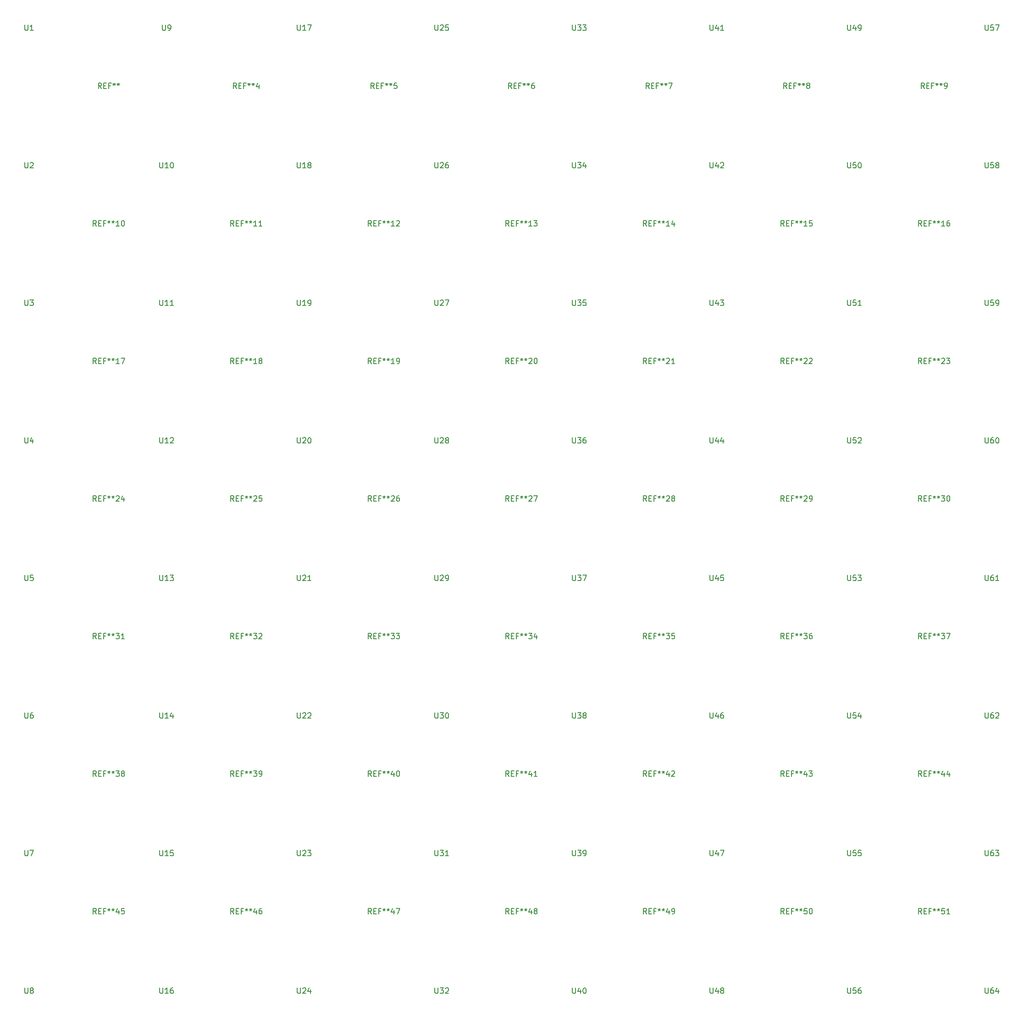
<source format=gbr>
%TF.GenerationSoftware,KiCad,Pcbnew,7.0.2*%
%TF.CreationDate,2023-05-22T19:30:06+02:00*%
%TF.ProjectId,Board2 - Housing and Samtech,426f6172-6432-4202-9d20-486f7573696e,rev?*%
%TF.SameCoordinates,Original*%
%TF.FileFunction,Legend,Top*%
%TF.FilePolarity,Positive*%
%FSLAX46Y46*%
G04 Gerber Fmt 4.6, Leading zero omitted, Abs format (unit mm)*
G04 Created by KiCad (PCBNEW 7.0.2) date 2023-05-22 19:30:06*
%MOMM*%
%LPD*%
G01*
G04 APERTURE LIST*
%ADD10C,0.150000*%
G04 APERTURE END LIST*
D10*
%TO.C,U42*%
X320986305Y-144522019D02*
X320986305Y-145331542D01*
X320986305Y-145331542D02*
X321033924Y-145426780D01*
X321033924Y-145426780D02*
X321081543Y-145474400D01*
X321081543Y-145474400D02*
X321176781Y-145522019D01*
X321176781Y-145522019D02*
X321367257Y-145522019D01*
X321367257Y-145522019D02*
X321462495Y-145474400D01*
X321462495Y-145474400D02*
X321510114Y-145426780D01*
X321510114Y-145426780D02*
X321557733Y-145331542D01*
X321557733Y-145331542D02*
X321557733Y-144522019D01*
X322462495Y-144855352D02*
X322462495Y-145522019D01*
X322224400Y-144474400D02*
X321986305Y-145188685D01*
X321986305Y-145188685D02*
X322605352Y-145188685D01*
X322938686Y-144617257D02*
X322986305Y-144569638D01*
X322986305Y-144569638D02*
X323081543Y-144522019D01*
X323081543Y-144522019D02*
X323319638Y-144522019D01*
X323319638Y-144522019D02*
X323414876Y-144569638D01*
X323414876Y-144569638D02*
X323462495Y-144617257D01*
X323462495Y-144617257D02*
X323510114Y-144712495D01*
X323510114Y-144712495D02*
X323510114Y-144807733D01*
X323510114Y-144807733D02*
X323462495Y-144950590D01*
X323462495Y-144950590D02*
X322891067Y-145522019D01*
X322891067Y-145522019D02*
X323510114Y-145522019D01*
%TO.C,U63*%
X371786305Y-271522019D02*
X371786305Y-272331542D01*
X371786305Y-272331542D02*
X371833924Y-272426780D01*
X371833924Y-272426780D02*
X371881543Y-272474400D01*
X371881543Y-272474400D02*
X371976781Y-272522019D01*
X371976781Y-272522019D02*
X372167257Y-272522019D01*
X372167257Y-272522019D02*
X372262495Y-272474400D01*
X372262495Y-272474400D02*
X372310114Y-272426780D01*
X372310114Y-272426780D02*
X372357733Y-272331542D01*
X372357733Y-272331542D02*
X372357733Y-271522019D01*
X373262495Y-271522019D02*
X373072019Y-271522019D01*
X373072019Y-271522019D02*
X372976781Y-271569638D01*
X372976781Y-271569638D02*
X372929162Y-271617257D01*
X372929162Y-271617257D02*
X372833924Y-271760114D01*
X372833924Y-271760114D02*
X372786305Y-271950590D01*
X372786305Y-271950590D02*
X372786305Y-272331542D01*
X372786305Y-272331542D02*
X372833924Y-272426780D01*
X372833924Y-272426780D02*
X372881543Y-272474400D01*
X372881543Y-272474400D02*
X372976781Y-272522019D01*
X372976781Y-272522019D02*
X373167257Y-272522019D01*
X373167257Y-272522019D02*
X373262495Y-272474400D01*
X373262495Y-272474400D02*
X373310114Y-272426780D01*
X373310114Y-272426780D02*
X373357733Y-272331542D01*
X373357733Y-272331542D02*
X373357733Y-272093447D01*
X373357733Y-272093447D02*
X373310114Y-271998209D01*
X373310114Y-271998209D02*
X373262495Y-271950590D01*
X373262495Y-271950590D02*
X373167257Y-271902971D01*
X373167257Y-271902971D02*
X372976781Y-271902971D01*
X372976781Y-271902971D02*
X372881543Y-271950590D01*
X372881543Y-271950590D02*
X372833924Y-271998209D01*
X372833924Y-271998209D02*
X372786305Y-272093447D01*
X373691067Y-271522019D02*
X374310114Y-271522019D01*
X374310114Y-271522019D02*
X373976781Y-271902971D01*
X373976781Y-271902971D02*
X374119638Y-271902971D01*
X374119638Y-271902971D02*
X374214876Y-271950590D01*
X374214876Y-271950590D02*
X374262495Y-271998209D01*
X374262495Y-271998209D02*
X374310114Y-272093447D01*
X374310114Y-272093447D02*
X374310114Y-272331542D01*
X374310114Y-272331542D02*
X374262495Y-272426780D01*
X374262495Y-272426780D02*
X374214876Y-272474400D01*
X374214876Y-272474400D02*
X374119638Y-272522019D01*
X374119638Y-272522019D02*
X373833924Y-272522019D01*
X373833924Y-272522019D02*
X373738686Y-272474400D01*
X373738686Y-272474400D02*
X373691067Y-272426780D01*
%TO.C,U35*%
X295586305Y-169922019D02*
X295586305Y-170731542D01*
X295586305Y-170731542D02*
X295633924Y-170826780D01*
X295633924Y-170826780D02*
X295681543Y-170874400D01*
X295681543Y-170874400D02*
X295776781Y-170922019D01*
X295776781Y-170922019D02*
X295967257Y-170922019D01*
X295967257Y-170922019D02*
X296062495Y-170874400D01*
X296062495Y-170874400D02*
X296110114Y-170826780D01*
X296110114Y-170826780D02*
X296157733Y-170731542D01*
X296157733Y-170731542D02*
X296157733Y-169922019D01*
X296538686Y-169922019D02*
X297157733Y-169922019D01*
X297157733Y-169922019D02*
X296824400Y-170302971D01*
X296824400Y-170302971D02*
X296967257Y-170302971D01*
X296967257Y-170302971D02*
X297062495Y-170350590D01*
X297062495Y-170350590D02*
X297110114Y-170398209D01*
X297110114Y-170398209D02*
X297157733Y-170493447D01*
X297157733Y-170493447D02*
X297157733Y-170731542D01*
X297157733Y-170731542D02*
X297110114Y-170826780D01*
X297110114Y-170826780D02*
X297062495Y-170874400D01*
X297062495Y-170874400D02*
X296967257Y-170922019D01*
X296967257Y-170922019D02*
X296681543Y-170922019D01*
X296681543Y-170922019D02*
X296586305Y-170874400D01*
X296586305Y-170874400D02*
X296538686Y-170826780D01*
X298062495Y-169922019D02*
X297586305Y-169922019D01*
X297586305Y-169922019D02*
X297538686Y-170398209D01*
X297538686Y-170398209D02*
X297586305Y-170350590D01*
X297586305Y-170350590D02*
X297681543Y-170302971D01*
X297681543Y-170302971D02*
X297919638Y-170302971D01*
X297919638Y-170302971D02*
X298014876Y-170350590D01*
X298014876Y-170350590D02*
X298062495Y-170398209D01*
X298062495Y-170398209D02*
X298110114Y-170493447D01*
X298110114Y-170493447D02*
X298110114Y-170731542D01*
X298110114Y-170731542D02*
X298062495Y-170826780D01*
X298062495Y-170826780D02*
X298014876Y-170874400D01*
X298014876Y-170874400D02*
X297919638Y-170922019D01*
X297919638Y-170922019D02*
X297681543Y-170922019D01*
X297681543Y-170922019D02*
X297586305Y-170874400D01*
X297586305Y-170874400D02*
X297538686Y-170826780D01*
%TO.C,U46*%
X320986305Y-246122019D02*
X320986305Y-246931542D01*
X320986305Y-246931542D02*
X321033924Y-247026780D01*
X321033924Y-247026780D02*
X321081543Y-247074400D01*
X321081543Y-247074400D02*
X321176781Y-247122019D01*
X321176781Y-247122019D02*
X321367257Y-247122019D01*
X321367257Y-247122019D02*
X321462495Y-247074400D01*
X321462495Y-247074400D02*
X321510114Y-247026780D01*
X321510114Y-247026780D02*
X321557733Y-246931542D01*
X321557733Y-246931542D02*
X321557733Y-246122019D01*
X322462495Y-246455352D02*
X322462495Y-247122019D01*
X322224400Y-246074400D02*
X321986305Y-246788685D01*
X321986305Y-246788685D02*
X322605352Y-246788685D01*
X323414876Y-246122019D02*
X323224400Y-246122019D01*
X323224400Y-246122019D02*
X323129162Y-246169638D01*
X323129162Y-246169638D02*
X323081543Y-246217257D01*
X323081543Y-246217257D02*
X322986305Y-246360114D01*
X322986305Y-246360114D02*
X322938686Y-246550590D01*
X322938686Y-246550590D02*
X322938686Y-246931542D01*
X322938686Y-246931542D02*
X322986305Y-247026780D01*
X322986305Y-247026780D02*
X323033924Y-247074400D01*
X323033924Y-247074400D02*
X323129162Y-247122019D01*
X323129162Y-247122019D02*
X323319638Y-247122019D01*
X323319638Y-247122019D02*
X323414876Y-247074400D01*
X323414876Y-247074400D02*
X323462495Y-247026780D01*
X323462495Y-247026780D02*
X323510114Y-246931542D01*
X323510114Y-246931542D02*
X323510114Y-246693447D01*
X323510114Y-246693447D02*
X323462495Y-246598209D01*
X323462495Y-246598209D02*
X323414876Y-246550590D01*
X323414876Y-246550590D02*
X323319638Y-246502971D01*
X323319638Y-246502971D02*
X323129162Y-246502971D01*
X323129162Y-246502971D02*
X323033924Y-246550590D01*
X323033924Y-246550590D02*
X322986305Y-246598209D01*
X322986305Y-246598209D02*
X322938686Y-246693447D01*
%TO.C,REF\u002A\u002A4*%
X233546875Y-130850019D02*
X233213542Y-130373828D01*
X232975447Y-130850019D02*
X232975447Y-129850019D01*
X232975447Y-129850019D02*
X233356399Y-129850019D01*
X233356399Y-129850019D02*
X233451637Y-129897638D01*
X233451637Y-129897638D02*
X233499256Y-129945257D01*
X233499256Y-129945257D02*
X233546875Y-130040495D01*
X233546875Y-130040495D02*
X233546875Y-130183352D01*
X233546875Y-130183352D02*
X233499256Y-130278590D01*
X233499256Y-130278590D02*
X233451637Y-130326209D01*
X233451637Y-130326209D02*
X233356399Y-130373828D01*
X233356399Y-130373828D02*
X232975447Y-130373828D01*
X233975447Y-130326209D02*
X234308780Y-130326209D01*
X234451637Y-130850019D02*
X233975447Y-130850019D01*
X233975447Y-130850019D02*
X233975447Y-129850019D01*
X233975447Y-129850019D02*
X234451637Y-129850019D01*
X235213542Y-130326209D02*
X234880209Y-130326209D01*
X234880209Y-130850019D02*
X234880209Y-129850019D01*
X234880209Y-129850019D02*
X235356399Y-129850019D01*
X235880209Y-129850019D02*
X235880209Y-130088114D01*
X235642114Y-129992876D02*
X235880209Y-130088114D01*
X235880209Y-130088114D02*
X236118304Y-129992876D01*
X235737352Y-130278590D02*
X235880209Y-130088114D01*
X235880209Y-130088114D02*
X236023066Y-130278590D01*
X236642114Y-129850019D02*
X236642114Y-130088114D01*
X236404019Y-129992876D02*
X236642114Y-130088114D01*
X236642114Y-130088114D02*
X236880209Y-129992876D01*
X236499257Y-130278590D02*
X236642114Y-130088114D01*
X236642114Y-130088114D02*
X236784971Y-130278590D01*
X237689733Y-130183352D02*
X237689733Y-130850019D01*
X237451638Y-129802400D02*
X237213543Y-130516685D01*
X237213543Y-130516685D02*
X237832590Y-130516685D01*
%TO.C,U10*%
X219386305Y-144522019D02*
X219386305Y-145331542D01*
X219386305Y-145331542D02*
X219433924Y-145426780D01*
X219433924Y-145426780D02*
X219481543Y-145474400D01*
X219481543Y-145474400D02*
X219576781Y-145522019D01*
X219576781Y-145522019D02*
X219767257Y-145522019D01*
X219767257Y-145522019D02*
X219862495Y-145474400D01*
X219862495Y-145474400D02*
X219910114Y-145426780D01*
X219910114Y-145426780D02*
X219957733Y-145331542D01*
X219957733Y-145331542D02*
X219957733Y-144522019D01*
X220957733Y-145522019D02*
X220386305Y-145522019D01*
X220672019Y-145522019D02*
X220672019Y-144522019D01*
X220672019Y-144522019D02*
X220576781Y-144664876D01*
X220576781Y-144664876D02*
X220481543Y-144760114D01*
X220481543Y-144760114D02*
X220386305Y-144807733D01*
X221576781Y-144522019D02*
X221672019Y-144522019D01*
X221672019Y-144522019D02*
X221767257Y-144569638D01*
X221767257Y-144569638D02*
X221814876Y-144617257D01*
X221814876Y-144617257D02*
X221862495Y-144712495D01*
X221862495Y-144712495D02*
X221910114Y-144902971D01*
X221910114Y-144902971D02*
X221910114Y-145141066D01*
X221910114Y-145141066D02*
X221862495Y-145331542D01*
X221862495Y-145331542D02*
X221814876Y-145426780D01*
X221814876Y-145426780D02*
X221767257Y-145474400D01*
X221767257Y-145474400D02*
X221672019Y-145522019D01*
X221672019Y-145522019D02*
X221576781Y-145522019D01*
X221576781Y-145522019D02*
X221481543Y-145474400D01*
X221481543Y-145474400D02*
X221433924Y-145426780D01*
X221433924Y-145426780D02*
X221386305Y-145331542D01*
X221386305Y-145331542D02*
X221338686Y-145141066D01*
X221338686Y-145141066D02*
X221338686Y-144902971D01*
X221338686Y-144902971D02*
X221386305Y-144712495D01*
X221386305Y-144712495D02*
X221433924Y-144617257D01*
X221433924Y-144617257D02*
X221481543Y-144569638D01*
X221481543Y-144569638D02*
X221576781Y-144522019D01*
%TO.C,U57*%
X371786305Y-119122019D02*
X371786305Y-119931542D01*
X371786305Y-119931542D02*
X371833924Y-120026780D01*
X371833924Y-120026780D02*
X371881543Y-120074400D01*
X371881543Y-120074400D02*
X371976781Y-120122019D01*
X371976781Y-120122019D02*
X372167257Y-120122019D01*
X372167257Y-120122019D02*
X372262495Y-120074400D01*
X372262495Y-120074400D02*
X372310114Y-120026780D01*
X372310114Y-120026780D02*
X372357733Y-119931542D01*
X372357733Y-119931542D02*
X372357733Y-119122019D01*
X373310114Y-119122019D02*
X372833924Y-119122019D01*
X372833924Y-119122019D02*
X372786305Y-119598209D01*
X372786305Y-119598209D02*
X372833924Y-119550590D01*
X372833924Y-119550590D02*
X372929162Y-119502971D01*
X372929162Y-119502971D02*
X373167257Y-119502971D01*
X373167257Y-119502971D02*
X373262495Y-119550590D01*
X373262495Y-119550590D02*
X373310114Y-119598209D01*
X373310114Y-119598209D02*
X373357733Y-119693447D01*
X373357733Y-119693447D02*
X373357733Y-119931542D01*
X373357733Y-119931542D02*
X373310114Y-120026780D01*
X373310114Y-120026780D02*
X373262495Y-120074400D01*
X373262495Y-120074400D02*
X373167257Y-120122019D01*
X373167257Y-120122019D02*
X372929162Y-120122019D01*
X372929162Y-120122019D02*
X372833924Y-120074400D01*
X372833924Y-120074400D02*
X372786305Y-120026780D01*
X373691067Y-119122019D02*
X374357733Y-119122019D01*
X374357733Y-119122019D02*
X373929162Y-120122019D01*
%TO.C,U43*%
X320986305Y-169922019D02*
X320986305Y-170731542D01*
X320986305Y-170731542D02*
X321033924Y-170826780D01*
X321033924Y-170826780D02*
X321081543Y-170874400D01*
X321081543Y-170874400D02*
X321176781Y-170922019D01*
X321176781Y-170922019D02*
X321367257Y-170922019D01*
X321367257Y-170922019D02*
X321462495Y-170874400D01*
X321462495Y-170874400D02*
X321510114Y-170826780D01*
X321510114Y-170826780D02*
X321557733Y-170731542D01*
X321557733Y-170731542D02*
X321557733Y-169922019D01*
X322462495Y-170255352D02*
X322462495Y-170922019D01*
X322224400Y-169874400D02*
X321986305Y-170588685D01*
X321986305Y-170588685D02*
X322605352Y-170588685D01*
X322891067Y-169922019D02*
X323510114Y-169922019D01*
X323510114Y-169922019D02*
X323176781Y-170302971D01*
X323176781Y-170302971D02*
X323319638Y-170302971D01*
X323319638Y-170302971D02*
X323414876Y-170350590D01*
X323414876Y-170350590D02*
X323462495Y-170398209D01*
X323462495Y-170398209D02*
X323510114Y-170493447D01*
X323510114Y-170493447D02*
X323510114Y-170731542D01*
X323510114Y-170731542D02*
X323462495Y-170826780D01*
X323462495Y-170826780D02*
X323414876Y-170874400D01*
X323414876Y-170874400D02*
X323319638Y-170922019D01*
X323319638Y-170922019D02*
X323033924Y-170922019D01*
X323033924Y-170922019D02*
X322938686Y-170874400D01*
X322938686Y-170874400D02*
X322891067Y-170826780D01*
%TO.C,REF\u002A\u002A13*%
X283870685Y-156250019D02*
X283537352Y-155773828D01*
X283299257Y-156250019D02*
X283299257Y-155250019D01*
X283299257Y-155250019D02*
X283680209Y-155250019D01*
X283680209Y-155250019D02*
X283775447Y-155297638D01*
X283775447Y-155297638D02*
X283823066Y-155345257D01*
X283823066Y-155345257D02*
X283870685Y-155440495D01*
X283870685Y-155440495D02*
X283870685Y-155583352D01*
X283870685Y-155583352D02*
X283823066Y-155678590D01*
X283823066Y-155678590D02*
X283775447Y-155726209D01*
X283775447Y-155726209D02*
X283680209Y-155773828D01*
X283680209Y-155773828D02*
X283299257Y-155773828D01*
X284299257Y-155726209D02*
X284632590Y-155726209D01*
X284775447Y-156250019D02*
X284299257Y-156250019D01*
X284299257Y-156250019D02*
X284299257Y-155250019D01*
X284299257Y-155250019D02*
X284775447Y-155250019D01*
X285537352Y-155726209D02*
X285204019Y-155726209D01*
X285204019Y-156250019D02*
X285204019Y-155250019D01*
X285204019Y-155250019D02*
X285680209Y-155250019D01*
X286204019Y-155250019D02*
X286204019Y-155488114D01*
X285965924Y-155392876D02*
X286204019Y-155488114D01*
X286204019Y-155488114D02*
X286442114Y-155392876D01*
X286061162Y-155678590D02*
X286204019Y-155488114D01*
X286204019Y-155488114D02*
X286346876Y-155678590D01*
X286965924Y-155250019D02*
X286965924Y-155488114D01*
X286727829Y-155392876D02*
X286965924Y-155488114D01*
X286965924Y-155488114D02*
X287204019Y-155392876D01*
X286823067Y-155678590D02*
X286965924Y-155488114D01*
X286965924Y-155488114D02*
X287108781Y-155678590D01*
X288108781Y-156250019D02*
X287537353Y-156250019D01*
X287823067Y-156250019D02*
X287823067Y-155250019D01*
X287823067Y-155250019D02*
X287727829Y-155392876D01*
X287727829Y-155392876D02*
X287632591Y-155488114D01*
X287632591Y-155488114D02*
X287537353Y-155535733D01*
X288442115Y-155250019D02*
X289061162Y-155250019D01*
X289061162Y-155250019D02*
X288727829Y-155630971D01*
X288727829Y-155630971D02*
X288870686Y-155630971D01*
X288870686Y-155630971D02*
X288965924Y-155678590D01*
X288965924Y-155678590D02*
X289013543Y-155726209D01*
X289013543Y-155726209D02*
X289061162Y-155821447D01*
X289061162Y-155821447D02*
X289061162Y-156059542D01*
X289061162Y-156059542D02*
X289013543Y-156154780D01*
X289013543Y-156154780D02*
X288965924Y-156202400D01*
X288965924Y-156202400D02*
X288870686Y-156250019D01*
X288870686Y-156250019D02*
X288584972Y-156250019D01*
X288584972Y-156250019D02*
X288489734Y-156202400D01*
X288489734Y-156202400D02*
X288442115Y-156154780D01*
%TO.C,U49*%
X346386305Y-119122019D02*
X346386305Y-119931542D01*
X346386305Y-119931542D02*
X346433924Y-120026780D01*
X346433924Y-120026780D02*
X346481543Y-120074400D01*
X346481543Y-120074400D02*
X346576781Y-120122019D01*
X346576781Y-120122019D02*
X346767257Y-120122019D01*
X346767257Y-120122019D02*
X346862495Y-120074400D01*
X346862495Y-120074400D02*
X346910114Y-120026780D01*
X346910114Y-120026780D02*
X346957733Y-119931542D01*
X346957733Y-119931542D02*
X346957733Y-119122019D01*
X347862495Y-119455352D02*
X347862495Y-120122019D01*
X347624400Y-119074400D02*
X347386305Y-119788685D01*
X347386305Y-119788685D02*
X348005352Y-119788685D01*
X348433924Y-120122019D02*
X348624400Y-120122019D01*
X348624400Y-120122019D02*
X348719638Y-120074400D01*
X348719638Y-120074400D02*
X348767257Y-120026780D01*
X348767257Y-120026780D02*
X348862495Y-119883923D01*
X348862495Y-119883923D02*
X348910114Y-119693447D01*
X348910114Y-119693447D02*
X348910114Y-119312495D01*
X348910114Y-119312495D02*
X348862495Y-119217257D01*
X348862495Y-119217257D02*
X348814876Y-119169638D01*
X348814876Y-119169638D02*
X348719638Y-119122019D01*
X348719638Y-119122019D02*
X348529162Y-119122019D01*
X348529162Y-119122019D02*
X348433924Y-119169638D01*
X348433924Y-119169638D02*
X348386305Y-119217257D01*
X348386305Y-119217257D02*
X348338686Y-119312495D01*
X348338686Y-119312495D02*
X348338686Y-119550590D01*
X348338686Y-119550590D02*
X348386305Y-119645828D01*
X348386305Y-119645828D02*
X348433924Y-119693447D01*
X348433924Y-119693447D02*
X348529162Y-119741066D01*
X348529162Y-119741066D02*
X348719638Y-119741066D01*
X348719638Y-119741066D02*
X348814876Y-119693447D01*
X348814876Y-119693447D02*
X348862495Y-119645828D01*
X348862495Y-119645828D02*
X348910114Y-119550590D01*
%TO.C,U11*%
X219386305Y-169922019D02*
X219386305Y-170731542D01*
X219386305Y-170731542D02*
X219433924Y-170826780D01*
X219433924Y-170826780D02*
X219481543Y-170874400D01*
X219481543Y-170874400D02*
X219576781Y-170922019D01*
X219576781Y-170922019D02*
X219767257Y-170922019D01*
X219767257Y-170922019D02*
X219862495Y-170874400D01*
X219862495Y-170874400D02*
X219910114Y-170826780D01*
X219910114Y-170826780D02*
X219957733Y-170731542D01*
X219957733Y-170731542D02*
X219957733Y-169922019D01*
X220957733Y-170922019D02*
X220386305Y-170922019D01*
X220672019Y-170922019D02*
X220672019Y-169922019D01*
X220672019Y-169922019D02*
X220576781Y-170064876D01*
X220576781Y-170064876D02*
X220481543Y-170160114D01*
X220481543Y-170160114D02*
X220386305Y-170207733D01*
X221910114Y-170922019D02*
X221338686Y-170922019D01*
X221624400Y-170922019D02*
X221624400Y-169922019D01*
X221624400Y-169922019D02*
X221529162Y-170064876D01*
X221529162Y-170064876D02*
X221433924Y-170160114D01*
X221433924Y-170160114D02*
X221338686Y-170207733D01*
%TO.C,REF\u002A\u002A*%
X208623066Y-130850019D02*
X208289733Y-130373828D01*
X208051638Y-130850019D02*
X208051638Y-129850019D01*
X208051638Y-129850019D02*
X208432590Y-129850019D01*
X208432590Y-129850019D02*
X208527828Y-129897638D01*
X208527828Y-129897638D02*
X208575447Y-129945257D01*
X208575447Y-129945257D02*
X208623066Y-130040495D01*
X208623066Y-130040495D02*
X208623066Y-130183352D01*
X208623066Y-130183352D02*
X208575447Y-130278590D01*
X208575447Y-130278590D02*
X208527828Y-130326209D01*
X208527828Y-130326209D02*
X208432590Y-130373828D01*
X208432590Y-130373828D02*
X208051638Y-130373828D01*
X209051638Y-130326209D02*
X209384971Y-130326209D01*
X209527828Y-130850019D02*
X209051638Y-130850019D01*
X209051638Y-130850019D02*
X209051638Y-129850019D01*
X209051638Y-129850019D02*
X209527828Y-129850019D01*
X210289733Y-130326209D02*
X209956400Y-130326209D01*
X209956400Y-130850019D02*
X209956400Y-129850019D01*
X209956400Y-129850019D02*
X210432590Y-129850019D01*
X210956400Y-129850019D02*
X210956400Y-130088114D01*
X210718305Y-129992876D02*
X210956400Y-130088114D01*
X210956400Y-130088114D02*
X211194495Y-129992876D01*
X210813543Y-130278590D02*
X210956400Y-130088114D01*
X210956400Y-130088114D02*
X211099257Y-130278590D01*
X211718305Y-129850019D02*
X211718305Y-130088114D01*
X211480210Y-129992876D02*
X211718305Y-130088114D01*
X211718305Y-130088114D02*
X211956400Y-129992876D01*
X211575448Y-130278590D02*
X211718305Y-130088114D01*
X211718305Y-130088114D02*
X211861162Y-130278590D01*
%TO.C,U9*%
X219862495Y-119122019D02*
X219862495Y-119931542D01*
X219862495Y-119931542D02*
X219910114Y-120026780D01*
X219910114Y-120026780D02*
X219957733Y-120074400D01*
X219957733Y-120074400D02*
X220052971Y-120122019D01*
X220052971Y-120122019D02*
X220243447Y-120122019D01*
X220243447Y-120122019D02*
X220338685Y-120074400D01*
X220338685Y-120074400D02*
X220386304Y-120026780D01*
X220386304Y-120026780D02*
X220433923Y-119931542D01*
X220433923Y-119931542D02*
X220433923Y-119122019D01*
X220957733Y-120122019D02*
X221148209Y-120122019D01*
X221148209Y-120122019D02*
X221243447Y-120074400D01*
X221243447Y-120074400D02*
X221291066Y-120026780D01*
X221291066Y-120026780D02*
X221386304Y-119883923D01*
X221386304Y-119883923D02*
X221433923Y-119693447D01*
X221433923Y-119693447D02*
X221433923Y-119312495D01*
X221433923Y-119312495D02*
X221386304Y-119217257D01*
X221386304Y-119217257D02*
X221338685Y-119169638D01*
X221338685Y-119169638D02*
X221243447Y-119122019D01*
X221243447Y-119122019D02*
X221052971Y-119122019D01*
X221052971Y-119122019D02*
X220957733Y-119169638D01*
X220957733Y-119169638D02*
X220910114Y-119217257D01*
X220910114Y-119217257D02*
X220862495Y-119312495D01*
X220862495Y-119312495D02*
X220862495Y-119550590D01*
X220862495Y-119550590D02*
X220910114Y-119645828D01*
X220910114Y-119645828D02*
X220957733Y-119693447D01*
X220957733Y-119693447D02*
X221052971Y-119741066D01*
X221052971Y-119741066D02*
X221243447Y-119741066D01*
X221243447Y-119741066D02*
X221338685Y-119693447D01*
X221338685Y-119693447D02*
X221386304Y-119645828D01*
X221386304Y-119645828D02*
X221433923Y-119550590D01*
%TO.C,U53*%
X346386305Y-220722019D02*
X346386305Y-221531542D01*
X346386305Y-221531542D02*
X346433924Y-221626780D01*
X346433924Y-221626780D02*
X346481543Y-221674400D01*
X346481543Y-221674400D02*
X346576781Y-221722019D01*
X346576781Y-221722019D02*
X346767257Y-221722019D01*
X346767257Y-221722019D02*
X346862495Y-221674400D01*
X346862495Y-221674400D02*
X346910114Y-221626780D01*
X346910114Y-221626780D02*
X346957733Y-221531542D01*
X346957733Y-221531542D02*
X346957733Y-220722019D01*
X347910114Y-220722019D02*
X347433924Y-220722019D01*
X347433924Y-220722019D02*
X347386305Y-221198209D01*
X347386305Y-221198209D02*
X347433924Y-221150590D01*
X347433924Y-221150590D02*
X347529162Y-221102971D01*
X347529162Y-221102971D02*
X347767257Y-221102971D01*
X347767257Y-221102971D02*
X347862495Y-221150590D01*
X347862495Y-221150590D02*
X347910114Y-221198209D01*
X347910114Y-221198209D02*
X347957733Y-221293447D01*
X347957733Y-221293447D02*
X347957733Y-221531542D01*
X347957733Y-221531542D02*
X347910114Y-221626780D01*
X347910114Y-221626780D02*
X347862495Y-221674400D01*
X347862495Y-221674400D02*
X347767257Y-221722019D01*
X347767257Y-221722019D02*
X347529162Y-221722019D01*
X347529162Y-221722019D02*
X347433924Y-221674400D01*
X347433924Y-221674400D02*
X347386305Y-221626780D01*
X348291067Y-220722019D02*
X348910114Y-220722019D01*
X348910114Y-220722019D02*
X348576781Y-221102971D01*
X348576781Y-221102971D02*
X348719638Y-221102971D01*
X348719638Y-221102971D02*
X348814876Y-221150590D01*
X348814876Y-221150590D02*
X348862495Y-221198209D01*
X348862495Y-221198209D02*
X348910114Y-221293447D01*
X348910114Y-221293447D02*
X348910114Y-221531542D01*
X348910114Y-221531542D02*
X348862495Y-221626780D01*
X348862495Y-221626780D02*
X348814876Y-221674400D01*
X348814876Y-221674400D02*
X348719638Y-221722019D01*
X348719638Y-221722019D02*
X348433924Y-221722019D01*
X348433924Y-221722019D02*
X348338686Y-221674400D01*
X348338686Y-221674400D02*
X348291067Y-221626780D01*
%TO.C,REF\u002A\u002A28*%
X309270685Y-207050019D02*
X308937352Y-206573828D01*
X308699257Y-207050019D02*
X308699257Y-206050019D01*
X308699257Y-206050019D02*
X309080209Y-206050019D01*
X309080209Y-206050019D02*
X309175447Y-206097638D01*
X309175447Y-206097638D02*
X309223066Y-206145257D01*
X309223066Y-206145257D02*
X309270685Y-206240495D01*
X309270685Y-206240495D02*
X309270685Y-206383352D01*
X309270685Y-206383352D02*
X309223066Y-206478590D01*
X309223066Y-206478590D02*
X309175447Y-206526209D01*
X309175447Y-206526209D02*
X309080209Y-206573828D01*
X309080209Y-206573828D02*
X308699257Y-206573828D01*
X309699257Y-206526209D02*
X310032590Y-206526209D01*
X310175447Y-207050019D02*
X309699257Y-207050019D01*
X309699257Y-207050019D02*
X309699257Y-206050019D01*
X309699257Y-206050019D02*
X310175447Y-206050019D01*
X310937352Y-206526209D02*
X310604019Y-206526209D01*
X310604019Y-207050019D02*
X310604019Y-206050019D01*
X310604019Y-206050019D02*
X311080209Y-206050019D01*
X311604019Y-206050019D02*
X311604019Y-206288114D01*
X311365924Y-206192876D02*
X311604019Y-206288114D01*
X311604019Y-206288114D02*
X311842114Y-206192876D01*
X311461162Y-206478590D02*
X311604019Y-206288114D01*
X311604019Y-206288114D02*
X311746876Y-206478590D01*
X312365924Y-206050019D02*
X312365924Y-206288114D01*
X312127829Y-206192876D02*
X312365924Y-206288114D01*
X312365924Y-206288114D02*
X312604019Y-206192876D01*
X312223067Y-206478590D02*
X312365924Y-206288114D01*
X312365924Y-206288114D02*
X312508781Y-206478590D01*
X312937353Y-206145257D02*
X312984972Y-206097638D01*
X312984972Y-206097638D02*
X313080210Y-206050019D01*
X313080210Y-206050019D02*
X313318305Y-206050019D01*
X313318305Y-206050019D02*
X313413543Y-206097638D01*
X313413543Y-206097638D02*
X313461162Y-206145257D01*
X313461162Y-206145257D02*
X313508781Y-206240495D01*
X313508781Y-206240495D02*
X313508781Y-206335733D01*
X313508781Y-206335733D02*
X313461162Y-206478590D01*
X313461162Y-206478590D02*
X312889734Y-207050019D01*
X312889734Y-207050019D02*
X313508781Y-207050019D01*
X314080210Y-206478590D02*
X313984972Y-206430971D01*
X313984972Y-206430971D02*
X313937353Y-206383352D01*
X313937353Y-206383352D02*
X313889734Y-206288114D01*
X313889734Y-206288114D02*
X313889734Y-206240495D01*
X313889734Y-206240495D02*
X313937353Y-206145257D01*
X313937353Y-206145257D02*
X313984972Y-206097638D01*
X313984972Y-206097638D02*
X314080210Y-206050019D01*
X314080210Y-206050019D02*
X314270686Y-206050019D01*
X314270686Y-206050019D02*
X314365924Y-206097638D01*
X314365924Y-206097638D02*
X314413543Y-206145257D01*
X314413543Y-206145257D02*
X314461162Y-206240495D01*
X314461162Y-206240495D02*
X314461162Y-206288114D01*
X314461162Y-206288114D02*
X314413543Y-206383352D01*
X314413543Y-206383352D02*
X314365924Y-206430971D01*
X314365924Y-206430971D02*
X314270686Y-206478590D01*
X314270686Y-206478590D02*
X314080210Y-206478590D01*
X314080210Y-206478590D02*
X313984972Y-206526209D01*
X313984972Y-206526209D02*
X313937353Y-206573828D01*
X313937353Y-206573828D02*
X313889734Y-206669066D01*
X313889734Y-206669066D02*
X313889734Y-206859542D01*
X313889734Y-206859542D02*
X313937353Y-206954780D01*
X313937353Y-206954780D02*
X313984972Y-207002400D01*
X313984972Y-207002400D02*
X314080210Y-207050019D01*
X314080210Y-207050019D02*
X314270686Y-207050019D01*
X314270686Y-207050019D02*
X314365924Y-207002400D01*
X314365924Y-207002400D02*
X314413543Y-206954780D01*
X314413543Y-206954780D02*
X314461162Y-206859542D01*
X314461162Y-206859542D02*
X314461162Y-206669066D01*
X314461162Y-206669066D02*
X314413543Y-206573828D01*
X314413543Y-206573828D02*
X314365924Y-206526209D01*
X314365924Y-206526209D02*
X314270686Y-206478590D01*
%TO.C,U32*%
X270186305Y-296922019D02*
X270186305Y-297731542D01*
X270186305Y-297731542D02*
X270233924Y-297826780D01*
X270233924Y-297826780D02*
X270281543Y-297874400D01*
X270281543Y-297874400D02*
X270376781Y-297922019D01*
X270376781Y-297922019D02*
X270567257Y-297922019D01*
X270567257Y-297922019D02*
X270662495Y-297874400D01*
X270662495Y-297874400D02*
X270710114Y-297826780D01*
X270710114Y-297826780D02*
X270757733Y-297731542D01*
X270757733Y-297731542D02*
X270757733Y-296922019D01*
X271138686Y-296922019D02*
X271757733Y-296922019D01*
X271757733Y-296922019D02*
X271424400Y-297302971D01*
X271424400Y-297302971D02*
X271567257Y-297302971D01*
X271567257Y-297302971D02*
X271662495Y-297350590D01*
X271662495Y-297350590D02*
X271710114Y-297398209D01*
X271710114Y-297398209D02*
X271757733Y-297493447D01*
X271757733Y-297493447D02*
X271757733Y-297731542D01*
X271757733Y-297731542D02*
X271710114Y-297826780D01*
X271710114Y-297826780D02*
X271662495Y-297874400D01*
X271662495Y-297874400D02*
X271567257Y-297922019D01*
X271567257Y-297922019D02*
X271281543Y-297922019D01*
X271281543Y-297922019D02*
X271186305Y-297874400D01*
X271186305Y-297874400D02*
X271138686Y-297826780D01*
X272138686Y-297017257D02*
X272186305Y-296969638D01*
X272186305Y-296969638D02*
X272281543Y-296922019D01*
X272281543Y-296922019D02*
X272519638Y-296922019D01*
X272519638Y-296922019D02*
X272614876Y-296969638D01*
X272614876Y-296969638D02*
X272662495Y-297017257D01*
X272662495Y-297017257D02*
X272710114Y-297112495D01*
X272710114Y-297112495D02*
X272710114Y-297207733D01*
X272710114Y-297207733D02*
X272662495Y-297350590D01*
X272662495Y-297350590D02*
X272091067Y-297922019D01*
X272091067Y-297922019D02*
X272710114Y-297922019D01*
%TO.C,REF\u002A\u002A24*%
X207670685Y-207050019D02*
X207337352Y-206573828D01*
X207099257Y-207050019D02*
X207099257Y-206050019D01*
X207099257Y-206050019D02*
X207480209Y-206050019D01*
X207480209Y-206050019D02*
X207575447Y-206097638D01*
X207575447Y-206097638D02*
X207623066Y-206145257D01*
X207623066Y-206145257D02*
X207670685Y-206240495D01*
X207670685Y-206240495D02*
X207670685Y-206383352D01*
X207670685Y-206383352D02*
X207623066Y-206478590D01*
X207623066Y-206478590D02*
X207575447Y-206526209D01*
X207575447Y-206526209D02*
X207480209Y-206573828D01*
X207480209Y-206573828D02*
X207099257Y-206573828D01*
X208099257Y-206526209D02*
X208432590Y-206526209D01*
X208575447Y-207050019D02*
X208099257Y-207050019D01*
X208099257Y-207050019D02*
X208099257Y-206050019D01*
X208099257Y-206050019D02*
X208575447Y-206050019D01*
X209337352Y-206526209D02*
X209004019Y-206526209D01*
X209004019Y-207050019D02*
X209004019Y-206050019D01*
X209004019Y-206050019D02*
X209480209Y-206050019D01*
X210004019Y-206050019D02*
X210004019Y-206288114D01*
X209765924Y-206192876D02*
X210004019Y-206288114D01*
X210004019Y-206288114D02*
X210242114Y-206192876D01*
X209861162Y-206478590D02*
X210004019Y-206288114D01*
X210004019Y-206288114D02*
X210146876Y-206478590D01*
X210765924Y-206050019D02*
X210765924Y-206288114D01*
X210527829Y-206192876D02*
X210765924Y-206288114D01*
X210765924Y-206288114D02*
X211004019Y-206192876D01*
X210623067Y-206478590D02*
X210765924Y-206288114D01*
X210765924Y-206288114D02*
X210908781Y-206478590D01*
X211337353Y-206145257D02*
X211384972Y-206097638D01*
X211384972Y-206097638D02*
X211480210Y-206050019D01*
X211480210Y-206050019D02*
X211718305Y-206050019D01*
X211718305Y-206050019D02*
X211813543Y-206097638D01*
X211813543Y-206097638D02*
X211861162Y-206145257D01*
X211861162Y-206145257D02*
X211908781Y-206240495D01*
X211908781Y-206240495D02*
X211908781Y-206335733D01*
X211908781Y-206335733D02*
X211861162Y-206478590D01*
X211861162Y-206478590D02*
X211289734Y-207050019D01*
X211289734Y-207050019D02*
X211908781Y-207050019D01*
X212765924Y-206383352D02*
X212765924Y-207050019D01*
X212527829Y-206002400D02*
X212289734Y-206716685D01*
X212289734Y-206716685D02*
X212908781Y-206716685D01*
%TO.C,U36*%
X295586305Y-195322019D02*
X295586305Y-196131542D01*
X295586305Y-196131542D02*
X295633924Y-196226780D01*
X295633924Y-196226780D02*
X295681543Y-196274400D01*
X295681543Y-196274400D02*
X295776781Y-196322019D01*
X295776781Y-196322019D02*
X295967257Y-196322019D01*
X295967257Y-196322019D02*
X296062495Y-196274400D01*
X296062495Y-196274400D02*
X296110114Y-196226780D01*
X296110114Y-196226780D02*
X296157733Y-196131542D01*
X296157733Y-196131542D02*
X296157733Y-195322019D01*
X296538686Y-195322019D02*
X297157733Y-195322019D01*
X297157733Y-195322019D02*
X296824400Y-195702971D01*
X296824400Y-195702971D02*
X296967257Y-195702971D01*
X296967257Y-195702971D02*
X297062495Y-195750590D01*
X297062495Y-195750590D02*
X297110114Y-195798209D01*
X297110114Y-195798209D02*
X297157733Y-195893447D01*
X297157733Y-195893447D02*
X297157733Y-196131542D01*
X297157733Y-196131542D02*
X297110114Y-196226780D01*
X297110114Y-196226780D02*
X297062495Y-196274400D01*
X297062495Y-196274400D02*
X296967257Y-196322019D01*
X296967257Y-196322019D02*
X296681543Y-196322019D01*
X296681543Y-196322019D02*
X296586305Y-196274400D01*
X296586305Y-196274400D02*
X296538686Y-196226780D01*
X298014876Y-195322019D02*
X297824400Y-195322019D01*
X297824400Y-195322019D02*
X297729162Y-195369638D01*
X297729162Y-195369638D02*
X297681543Y-195417257D01*
X297681543Y-195417257D02*
X297586305Y-195560114D01*
X297586305Y-195560114D02*
X297538686Y-195750590D01*
X297538686Y-195750590D02*
X297538686Y-196131542D01*
X297538686Y-196131542D02*
X297586305Y-196226780D01*
X297586305Y-196226780D02*
X297633924Y-196274400D01*
X297633924Y-196274400D02*
X297729162Y-196322019D01*
X297729162Y-196322019D02*
X297919638Y-196322019D01*
X297919638Y-196322019D02*
X298014876Y-196274400D01*
X298014876Y-196274400D02*
X298062495Y-196226780D01*
X298062495Y-196226780D02*
X298110114Y-196131542D01*
X298110114Y-196131542D02*
X298110114Y-195893447D01*
X298110114Y-195893447D02*
X298062495Y-195798209D01*
X298062495Y-195798209D02*
X298014876Y-195750590D01*
X298014876Y-195750590D02*
X297919638Y-195702971D01*
X297919638Y-195702971D02*
X297729162Y-195702971D01*
X297729162Y-195702971D02*
X297633924Y-195750590D01*
X297633924Y-195750590D02*
X297586305Y-195798209D01*
X297586305Y-195798209D02*
X297538686Y-195893447D01*
%TO.C,U12*%
X219386305Y-195322019D02*
X219386305Y-196131542D01*
X219386305Y-196131542D02*
X219433924Y-196226780D01*
X219433924Y-196226780D02*
X219481543Y-196274400D01*
X219481543Y-196274400D02*
X219576781Y-196322019D01*
X219576781Y-196322019D02*
X219767257Y-196322019D01*
X219767257Y-196322019D02*
X219862495Y-196274400D01*
X219862495Y-196274400D02*
X219910114Y-196226780D01*
X219910114Y-196226780D02*
X219957733Y-196131542D01*
X219957733Y-196131542D02*
X219957733Y-195322019D01*
X220957733Y-196322019D02*
X220386305Y-196322019D01*
X220672019Y-196322019D02*
X220672019Y-195322019D01*
X220672019Y-195322019D02*
X220576781Y-195464876D01*
X220576781Y-195464876D02*
X220481543Y-195560114D01*
X220481543Y-195560114D02*
X220386305Y-195607733D01*
X221338686Y-195417257D02*
X221386305Y-195369638D01*
X221386305Y-195369638D02*
X221481543Y-195322019D01*
X221481543Y-195322019D02*
X221719638Y-195322019D01*
X221719638Y-195322019D02*
X221814876Y-195369638D01*
X221814876Y-195369638D02*
X221862495Y-195417257D01*
X221862495Y-195417257D02*
X221910114Y-195512495D01*
X221910114Y-195512495D02*
X221910114Y-195607733D01*
X221910114Y-195607733D02*
X221862495Y-195750590D01*
X221862495Y-195750590D02*
X221291067Y-196322019D01*
X221291067Y-196322019D02*
X221910114Y-196322019D01*
%TO.C,REF\u002A\u002A6*%
X284346875Y-130850019D02*
X284013542Y-130373828D01*
X283775447Y-130850019D02*
X283775447Y-129850019D01*
X283775447Y-129850019D02*
X284156399Y-129850019D01*
X284156399Y-129850019D02*
X284251637Y-129897638D01*
X284251637Y-129897638D02*
X284299256Y-129945257D01*
X284299256Y-129945257D02*
X284346875Y-130040495D01*
X284346875Y-130040495D02*
X284346875Y-130183352D01*
X284346875Y-130183352D02*
X284299256Y-130278590D01*
X284299256Y-130278590D02*
X284251637Y-130326209D01*
X284251637Y-130326209D02*
X284156399Y-130373828D01*
X284156399Y-130373828D02*
X283775447Y-130373828D01*
X284775447Y-130326209D02*
X285108780Y-130326209D01*
X285251637Y-130850019D02*
X284775447Y-130850019D01*
X284775447Y-130850019D02*
X284775447Y-129850019D01*
X284775447Y-129850019D02*
X285251637Y-129850019D01*
X286013542Y-130326209D02*
X285680209Y-130326209D01*
X285680209Y-130850019D02*
X285680209Y-129850019D01*
X285680209Y-129850019D02*
X286156399Y-129850019D01*
X286680209Y-129850019D02*
X286680209Y-130088114D01*
X286442114Y-129992876D02*
X286680209Y-130088114D01*
X286680209Y-130088114D02*
X286918304Y-129992876D01*
X286537352Y-130278590D02*
X286680209Y-130088114D01*
X286680209Y-130088114D02*
X286823066Y-130278590D01*
X287442114Y-129850019D02*
X287442114Y-130088114D01*
X287204019Y-129992876D02*
X287442114Y-130088114D01*
X287442114Y-130088114D02*
X287680209Y-129992876D01*
X287299257Y-130278590D02*
X287442114Y-130088114D01*
X287442114Y-130088114D02*
X287584971Y-130278590D01*
X288489733Y-129850019D02*
X288299257Y-129850019D01*
X288299257Y-129850019D02*
X288204019Y-129897638D01*
X288204019Y-129897638D02*
X288156400Y-129945257D01*
X288156400Y-129945257D02*
X288061162Y-130088114D01*
X288061162Y-130088114D02*
X288013543Y-130278590D01*
X288013543Y-130278590D02*
X288013543Y-130659542D01*
X288013543Y-130659542D02*
X288061162Y-130754780D01*
X288061162Y-130754780D02*
X288108781Y-130802400D01*
X288108781Y-130802400D02*
X288204019Y-130850019D01*
X288204019Y-130850019D02*
X288394495Y-130850019D01*
X288394495Y-130850019D02*
X288489733Y-130802400D01*
X288489733Y-130802400D02*
X288537352Y-130754780D01*
X288537352Y-130754780D02*
X288584971Y-130659542D01*
X288584971Y-130659542D02*
X288584971Y-130421447D01*
X288584971Y-130421447D02*
X288537352Y-130326209D01*
X288537352Y-130326209D02*
X288489733Y-130278590D01*
X288489733Y-130278590D02*
X288394495Y-130230971D01*
X288394495Y-130230971D02*
X288204019Y-130230971D01*
X288204019Y-130230971D02*
X288108781Y-130278590D01*
X288108781Y-130278590D02*
X288061162Y-130326209D01*
X288061162Y-130326209D02*
X288013543Y-130421447D01*
%TO.C,U2*%
X194462495Y-144522019D02*
X194462495Y-145331542D01*
X194462495Y-145331542D02*
X194510114Y-145426780D01*
X194510114Y-145426780D02*
X194557733Y-145474400D01*
X194557733Y-145474400D02*
X194652971Y-145522019D01*
X194652971Y-145522019D02*
X194843447Y-145522019D01*
X194843447Y-145522019D02*
X194938685Y-145474400D01*
X194938685Y-145474400D02*
X194986304Y-145426780D01*
X194986304Y-145426780D02*
X195033923Y-145331542D01*
X195033923Y-145331542D02*
X195033923Y-144522019D01*
X195462495Y-144617257D02*
X195510114Y-144569638D01*
X195510114Y-144569638D02*
X195605352Y-144522019D01*
X195605352Y-144522019D02*
X195843447Y-144522019D01*
X195843447Y-144522019D02*
X195938685Y-144569638D01*
X195938685Y-144569638D02*
X195986304Y-144617257D01*
X195986304Y-144617257D02*
X196033923Y-144712495D01*
X196033923Y-144712495D02*
X196033923Y-144807733D01*
X196033923Y-144807733D02*
X195986304Y-144950590D01*
X195986304Y-144950590D02*
X195414876Y-145522019D01*
X195414876Y-145522019D02*
X196033923Y-145522019D01*
%TO.C,REF\u002A\u002A31*%
X207670685Y-232450019D02*
X207337352Y-231973828D01*
X207099257Y-232450019D02*
X207099257Y-231450019D01*
X207099257Y-231450019D02*
X207480209Y-231450019D01*
X207480209Y-231450019D02*
X207575447Y-231497638D01*
X207575447Y-231497638D02*
X207623066Y-231545257D01*
X207623066Y-231545257D02*
X207670685Y-231640495D01*
X207670685Y-231640495D02*
X207670685Y-231783352D01*
X207670685Y-231783352D02*
X207623066Y-231878590D01*
X207623066Y-231878590D02*
X207575447Y-231926209D01*
X207575447Y-231926209D02*
X207480209Y-231973828D01*
X207480209Y-231973828D02*
X207099257Y-231973828D01*
X208099257Y-231926209D02*
X208432590Y-231926209D01*
X208575447Y-232450019D02*
X208099257Y-232450019D01*
X208099257Y-232450019D02*
X208099257Y-231450019D01*
X208099257Y-231450019D02*
X208575447Y-231450019D01*
X209337352Y-231926209D02*
X209004019Y-231926209D01*
X209004019Y-232450019D02*
X209004019Y-231450019D01*
X209004019Y-231450019D02*
X209480209Y-231450019D01*
X210004019Y-231450019D02*
X210004019Y-231688114D01*
X209765924Y-231592876D02*
X210004019Y-231688114D01*
X210004019Y-231688114D02*
X210242114Y-231592876D01*
X209861162Y-231878590D02*
X210004019Y-231688114D01*
X210004019Y-231688114D02*
X210146876Y-231878590D01*
X210765924Y-231450019D02*
X210765924Y-231688114D01*
X210527829Y-231592876D02*
X210765924Y-231688114D01*
X210765924Y-231688114D02*
X211004019Y-231592876D01*
X210623067Y-231878590D02*
X210765924Y-231688114D01*
X210765924Y-231688114D02*
X210908781Y-231878590D01*
X211289734Y-231450019D02*
X211908781Y-231450019D01*
X211908781Y-231450019D02*
X211575448Y-231830971D01*
X211575448Y-231830971D02*
X211718305Y-231830971D01*
X211718305Y-231830971D02*
X211813543Y-231878590D01*
X211813543Y-231878590D02*
X211861162Y-231926209D01*
X211861162Y-231926209D02*
X211908781Y-232021447D01*
X211908781Y-232021447D02*
X211908781Y-232259542D01*
X211908781Y-232259542D02*
X211861162Y-232354780D01*
X211861162Y-232354780D02*
X211813543Y-232402400D01*
X211813543Y-232402400D02*
X211718305Y-232450019D01*
X211718305Y-232450019D02*
X211432591Y-232450019D01*
X211432591Y-232450019D02*
X211337353Y-232402400D01*
X211337353Y-232402400D02*
X211289734Y-232354780D01*
X212861162Y-232450019D02*
X212289734Y-232450019D01*
X212575448Y-232450019D02*
X212575448Y-231450019D01*
X212575448Y-231450019D02*
X212480210Y-231592876D01*
X212480210Y-231592876D02*
X212384972Y-231688114D01*
X212384972Y-231688114D02*
X212289734Y-231735733D01*
%TO.C,U50*%
X346386305Y-144522019D02*
X346386305Y-145331542D01*
X346386305Y-145331542D02*
X346433924Y-145426780D01*
X346433924Y-145426780D02*
X346481543Y-145474400D01*
X346481543Y-145474400D02*
X346576781Y-145522019D01*
X346576781Y-145522019D02*
X346767257Y-145522019D01*
X346767257Y-145522019D02*
X346862495Y-145474400D01*
X346862495Y-145474400D02*
X346910114Y-145426780D01*
X346910114Y-145426780D02*
X346957733Y-145331542D01*
X346957733Y-145331542D02*
X346957733Y-144522019D01*
X347910114Y-144522019D02*
X347433924Y-144522019D01*
X347433924Y-144522019D02*
X347386305Y-144998209D01*
X347386305Y-144998209D02*
X347433924Y-144950590D01*
X347433924Y-144950590D02*
X347529162Y-144902971D01*
X347529162Y-144902971D02*
X347767257Y-144902971D01*
X347767257Y-144902971D02*
X347862495Y-144950590D01*
X347862495Y-144950590D02*
X347910114Y-144998209D01*
X347910114Y-144998209D02*
X347957733Y-145093447D01*
X347957733Y-145093447D02*
X347957733Y-145331542D01*
X347957733Y-145331542D02*
X347910114Y-145426780D01*
X347910114Y-145426780D02*
X347862495Y-145474400D01*
X347862495Y-145474400D02*
X347767257Y-145522019D01*
X347767257Y-145522019D02*
X347529162Y-145522019D01*
X347529162Y-145522019D02*
X347433924Y-145474400D01*
X347433924Y-145474400D02*
X347386305Y-145426780D01*
X348576781Y-144522019D02*
X348672019Y-144522019D01*
X348672019Y-144522019D02*
X348767257Y-144569638D01*
X348767257Y-144569638D02*
X348814876Y-144617257D01*
X348814876Y-144617257D02*
X348862495Y-144712495D01*
X348862495Y-144712495D02*
X348910114Y-144902971D01*
X348910114Y-144902971D02*
X348910114Y-145141066D01*
X348910114Y-145141066D02*
X348862495Y-145331542D01*
X348862495Y-145331542D02*
X348814876Y-145426780D01*
X348814876Y-145426780D02*
X348767257Y-145474400D01*
X348767257Y-145474400D02*
X348672019Y-145522019D01*
X348672019Y-145522019D02*
X348576781Y-145522019D01*
X348576781Y-145522019D02*
X348481543Y-145474400D01*
X348481543Y-145474400D02*
X348433924Y-145426780D01*
X348433924Y-145426780D02*
X348386305Y-145331542D01*
X348386305Y-145331542D02*
X348338686Y-145141066D01*
X348338686Y-145141066D02*
X348338686Y-144902971D01*
X348338686Y-144902971D02*
X348386305Y-144712495D01*
X348386305Y-144712495D02*
X348433924Y-144617257D01*
X348433924Y-144617257D02*
X348481543Y-144569638D01*
X348481543Y-144569638D02*
X348576781Y-144522019D01*
%TO.C,U19*%
X244786305Y-169922019D02*
X244786305Y-170731542D01*
X244786305Y-170731542D02*
X244833924Y-170826780D01*
X244833924Y-170826780D02*
X244881543Y-170874400D01*
X244881543Y-170874400D02*
X244976781Y-170922019D01*
X244976781Y-170922019D02*
X245167257Y-170922019D01*
X245167257Y-170922019D02*
X245262495Y-170874400D01*
X245262495Y-170874400D02*
X245310114Y-170826780D01*
X245310114Y-170826780D02*
X245357733Y-170731542D01*
X245357733Y-170731542D02*
X245357733Y-169922019D01*
X246357733Y-170922019D02*
X245786305Y-170922019D01*
X246072019Y-170922019D02*
X246072019Y-169922019D01*
X246072019Y-169922019D02*
X245976781Y-170064876D01*
X245976781Y-170064876D02*
X245881543Y-170160114D01*
X245881543Y-170160114D02*
X245786305Y-170207733D01*
X246833924Y-170922019D02*
X247024400Y-170922019D01*
X247024400Y-170922019D02*
X247119638Y-170874400D01*
X247119638Y-170874400D02*
X247167257Y-170826780D01*
X247167257Y-170826780D02*
X247262495Y-170683923D01*
X247262495Y-170683923D02*
X247310114Y-170493447D01*
X247310114Y-170493447D02*
X247310114Y-170112495D01*
X247310114Y-170112495D02*
X247262495Y-170017257D01*
X247262495Y-170017257D02*
X247214876Y-169969638D01*
X247214876Y-169969638D02*
X247119638Y-169922019D01*
X247119638Y-169922019D02*
X246929162Y-169922019D01*
X246929162Y-169922019D02*
X246833924Y-169969638D01*
X246833924Y-169969638D02*
X246786305Y-170017257D01*
X246786305Y-170017257D02*
X246738686Y-170112495D01*
X246738686Y-170112495D02*
X246738686Y-170350590D01*
X246738686Y-170350590D02*
X246786305Y-170445828D01*
X246786305Y-170445828D02*
X246833924Y-170493447D01*
X246833924Y-170493447D02*
X246929162Y-170541066D01*
X246929162Y-170541066D02*
X247119638Y-170541066D01*
X247119638Y-170541066D02*
X247214876Y-170493447D01*
X247214876Y-170493447D02*
X247262495Y-170445828D01*
X247262495Y-170445828D02*
X247310114Y-170350590D01*
%TO.C,U58*%
X371786305Y-144522019D02*
X371786305Y-145331542D01*
X371786305Y-145331542D02*
X371833924Y-145426780D01*
X371833924Y-145426780D02*
X371881543Y-145474400D01*
X371881543Y-145474400D02*
X371976781Y-145522019D01*
X371976781Y-145522019D02*
X372167257Y-145522019D01*
X372167257Y-145522019D02*
X372262495Y-145474400D01*
X372262495Y-145474400D02*
X372310114Y-145426780D01*
X372310114Y-145426780D02*
X372357733Y-145331542D01*
X372357733Y-145331542D02*
X372357733Y-144522019D01*
X373310114Y-144522019D02*
X372833924Y-144522019D01*
X372833924Y-144522019D02*
X372786305Y-144998209D01*
X372786305Y-144998209D02*
X372833924Y-144950590D01*
X372833924Y-144950590D02*
X372929162Y-144902971D01*
X372929162Y-144902971D02*
X373167257Y-144902971D01*
X373167257Y-144902971D02*
X373262495Y-144950590D01*
X373262495Y-144950590D02*
X373310114Y-144998209D01*
X373310114Y-144998209D02*
X373357733Y-145093447D01*
X373357733Y-145093447D02*
X373357733Y-145331542D01*
X373357733Y-145331542D02*
X373310114Y-145426780D01*
X373310114Y-145426780D02*
X373262495Y-145474400D01*
X373262495Y-145474400D02*
X373167257Y-145522019D01*
X373167257Y-145522019D02*
X372929162Y-145522019D01*
X372929162Y-145522019D02*
X372833924Y-145474400D01*
X372833924Y-145474400D02*
X372786305Y-145426780D01*
X373929162Y-144950590D02*
X373833924Y-144902971D01*
X373833924Y-144902971D02*
X373786305Y-144855352D01*
X373786305Y-144855352D02*
X373738686Y-144760114D01*
X373738686Y-144760114D02*
X373738686Y-144712495D01*
X373738686Y-144712495D02*
X373786305Y-144617257D01*
X373786305Y-144617257D02*
X373833924Y-144569638D01*
X373833924Y-144569638D02*
X373929162Y-144522019D01*
X373929162Y-144522019D02*
X374119638Y-144522019D01*
X374119638Y-144522019D02*
X374214876Y-144569638D01*
X374214876Y-144569638D02*
X374262495Y-144617257D01*
X374262495Y-144617257D02*
X374310114Y-144712495D01*
X374310114Y-144712495D02*
X374310114Y-144760114D01*
X374310114Y-144760114D02*
X374262495Y-144855352D01*
X374262495Y-144855352D02*
X374214876Y-144902971D01*
X374214876Y-144902971D02*
X374119638Y-144950590D01*
X374119638Y-144950590D02*
X373929162Y-144950590D01*
X373929162Y-144950590D02*
X373833924Y-144998209D01*
X373833924Y-144998209D02*
X373786305Y-145045828D01*
X373786305Y-145045828D02*
X373738686Y-145141066D01*
X373738686Y-145141066D02*
X373738686Y-145331542D01*
X373738686Y-145331542D02*
X373786305Y-145426780D01*
X373786305Y-145426780D02*
X373833924Y-145474400D01*
X373833924Y-145474400D02*
X373929162Y-145522019D01*
X373929162Y-145522019D02*
X374119638Y-145522019D01*
X374119638Y-145522019D02*
X374214876Y-145474400D01*
X374214876Y-145474400D02*
X374262495Y-145426780D01*
X374262495Y-145426780D02*
X374310114Y-145331542D01*
X374310114Y-145331542D02*
X374310114Y-145141066D01*
X374310114Y-145141066D02*
X374262495Y-145045828D01*
X374262495Y-145045828D02*
X374214876Y-144998209D01*
X374214876Y-144998209D02*
X374119638Y-144950590D01*
%TO.C,REF\u002A\u002A32*%
X233070685Y-232450019D02*
X232737352Y-231973828D01*
X232499257Y-232450019D02*
X232499257Y-231450019D01*
X232499257Y-231450019D02*
X232880209Y-231450019D01*
X232880209Y-231450019D02*
X232975447Y-231497638D01*
X232975447Y-231497638D02*
X233023066Y-231545257D01*
X233023066Y-231545257D02*
X233070685Y-231640495D01*
X233070685Y-231640495D02*
X233070685Y-231783352D01*
X233070685Y-231783352D02*
X233023066Y-231878590D01*
X233023066Y-231878590D02*
X232975447Y-231926209D01*
X232975447Y-231926209D02*
X232880209Y-231973828D01*
X232880209Y-231973828D02*
X232499257Y-231973828D01*
X233499257Y-231926209D02*
X233832590Y-231926209D01*
X233975447Y-232450019D02*
X233499257Y-232450019D01*
X233499257Y-232450019D02*
X233499257Y-231450019D01*
X233499257Y-231450019D02*
X233975447Y-231450019D01*
X234737352Y-231926209D02*
X234404019Y-231926209D01*
X234404019Y-232450019D02*
X234404019Y-231450019D01*
X234404019Y-231450019D02*
X234880209Y-231450019D01*
X235404019Y-231450019D02*
X235404019Y-231688114D01*
X235165924Y-231592876D02*
X235404019Y-231688114D01*
X235404019Y-231688114D02*
X235642114Y-231592876D01*
X235261162Y-231878590D02*
X235404019Y-231688114D01*
X235404019Y-231688114D02*
X235546876Y-231878590D01*
X236165924Y-231450019D02*
X236165924Y-231688114D01*
X235927829Y-231592876D02*
X236165924Y-231688114D01*
X236165924Y-231688114D02*
X236404019Y-231592876D01*
X236023067Y-231878590D02*
X236165924Y-231688114D01*
X236165924Y-231688114D02*
X236308781Y-231878590D01*
X236689734Y-231450019D02*
X237308781Y-231450019D01*
X237308781Y-231450019D02*
X236975448Y-231830971D01*
X236975448Y-231830971D02*
X237118305Y-231830971D01*
X237118305Y-231830971D02*
X237213543Y-231878590D01*
X237213543Y-231878590D02*
X237261162Y-231926209D01*
X237261162Y-231926209D02*
X237308781Y-232021447D01*
X237308781Y-232021447D02*
X237308781Y-232259542D01*
X237308781Y-232259542D02*
X237261162Y-232354780D01*
X237261162Y-232354780D02*
X237213543Y-232402400D01*
X237213543Y-232402400D02*
X237118305Y-232450019D01*
X237118305Y-232450019D02*
X236832591Y-232450019D01*
X236832591Y-232450019D02*
X236737353Y-232402400D01*
X236737353Y-232402400D02*
X236689734Y-232354780D01*
X237689734Y-231545257D02*
X237737353Y-231497638D01*
X237737353Y-231497638D02*
X237832591Y-231450019D01*
X237832591Y-231450019D02*
X238070686Y-231450019D01*
X238070686Y-231450019D02*
X238165924Y-231497638D01*
X238165924Y-231497638D02*
X238213543Y-231545257D01*
X238213543Y-231545257D02*
X238261162Y-231640495D01*
X238261162Y-231640495D02*
X238261162Y-231735733D01*
X238261162Y-231735733D02*
X238213543Y-231878590D01*
X238213543Y-231878590D02*
X237642115Y-232450019D01*
X237642115Y-232450019D02*
X238261162Y-232450019D01*
%TO.C,REF\u002A\u002A48*%
X283870685Y-283250019D02*
X283537352Y-282773828D01*
X283299257Y-283250019D02*
X283299257Y-282250019D01*
X283299257Y-282250019D02*
X283680209Y-282250019D01*
X283680209Y-282250019D02*
X283775447Y-282297638D01*
X283775447Y-282297638D02*
X283823066Y-282345257D01*
X283823066Y-282345257D02*
X283870685Y-282440495D01*
X283870685Y-282440495D02*
X283870685Y-282583352D01*
X283870685Y-282583352D02*
X283823066Y-282678590D01*
X283823066Y-282678590D02*
X283775447Y-282726209D01*
X283775447Y-282726209D02*
X283680209Y-282773828D01*
X283680209Y-282773828D02*
X283299257Y-282773828D01*
X284299257Y-282726209D02*
X284632590Y-282726209D01*
X284775447Y-283250019D02*
X284299257Y-283250019D01*
X284299257Y-283250019D02*
X284299257Y-282250019D01*
X284299257Y-282250019D02*
X284775447Y-282250019D01*
X285537352Y-282726209D02*
X285204019Y-282726209D01*
X285204019Y-283250019D02*
X285204019Y-282250019D01*
X285204019Y-282250019D02*
X285680209Y-282250019D01*
X286204019Y-282250019D02*
X286204019Y-282488114D01*
X285965924Y-282392876D02*
X286204019Y-282488114D01*
X286204019Y-282488114D02*
X286442114Y-282392876D01*
X286061162Y-282678590D02*
X286204019Y-282488114D01*
X286204019Y-282488114D02*
X286346876Y-282678590D01*
X286965924Y-282250019D02*
X286965924Y-282488114D01*
X286727829Y-282392876D02*
X286965924Y-282488114D01*
X286965924Y-282488114D02*
X287204019Y-282392876D01*
X286823067Y-282678590D02*
X286965924Y-282488114D01*
X286965924Y-282488114D02*
X287108781Y-282678590D01*
X288013543Y-282583352D02*
X288013543Y-283250019D01*
X287775448Y-282202400D02*
X287537353Y-282916685D01*
X287537353Y-282916685D02*
X288156400Y-282916685D01*
X288680210Y-282678590D02*
X288584972Y-282630971D01*
X288584972Y-282630971D02*
X288537353Y-282583352D01*
X288537353Y-282583352D02*
X288489734Y-282488114D01*
X288489734Y-282488114D02*
X288489734Y-282440495D01*
X288489734Y-282440495D02*
X288537353Y-282345257D01*
X288537353Y-282345257D02*
X288584972Y-282297638D01*
X288584972Y-282297638D02*
X288680210Y-282250019D01*
X288680210Y-282250019D02*
X288870686Y-282250019D01*
X288870686Y-282250019D02*
X288965924Y-282297638D01*
X288965924Y-282297638D02*
X289013543Y-282345257D01*
X289013543Y-282345257D02*
X289061162Y-282440495D01*
X289061162Y-282440495D02*
X289061162Y-282488114D01*
X289061162Y-282488114D02*
X289013543Y-282583352D01*
X289013543Y-282583352D02*
X288965924Y-282630971D01*
X288965924Y-282630971D02*
X288870686Y-282678590D01*
X288870686Y-282678590D02*
X288680210Y-282678590D01*
X288680210Y-282678590D02*
X288584972Y-282726209D01*
X288584972Y-282726209D02*
X288537353Y-282773828D01*
X288537353Y-282773828D02*
X288489734Y-282869066D01*
X288489734Y-282869066D02*
X288489734Y-283059542D01*
X288489734Y-283059542D02*
X288537353Y-283154780D01*
X288537353Y-283154780D02*
X288584972Y-283202400D01*
X288584972Y-283202400D02*
X288680210Y-283250019D01*
X288680210Y-283250019D02*
X288870686Y-283250019D01*
X288870686Y-283250019D02*
X288965924Y-283202400D01*
X288965924Y-283202400D02*
X289013543Y-283154780D01*
X289013543Y-283154780D02*
X289061162Y-283059542D01*
X289061162Y-283059542D02*
X289061162Y-282869066D01*
X289061162Y-282869066D02*
X289013543Y-282773828D01*
X289013543Y-282773828D02*
X288965924Y-282726209D01*
X288965924Y-282726209D02*
X288870686Y-282678590D01*
%TO.C,U15*%
X219386305Y-271522019D02*
X219386305Y-272331542D01*
X219386305Y-272331542D02*
X219433924Y-272426780D01*
X219433924Y-272426780D02*
X219481543Y-272474400D01*
X219481543Y-272474400D02*
X219576781Y-272522019D01*
X219576781Y-272522019D02*
X219767257Y-272522019D01*
X219767257Y-272522019D02*
X219862495Y-272474400D01*
X219862495Y-272474400D02*
X219910114Y-272426780D01*
X219910114Y-272426780D02*
X219957733Y-272331542D01*
X219957733Y-272331542D02*
X219957733Y-271522019D01*
X220957733Y-272522019D02*
X220386305Y-272522019D01*
X220672019Y-272522019D02*
X220672019Y-271522019D01*
X220672019Y-271522019D02*
X220576781Y-271664876D01*
X220576781Y-271664876D02*
X220481543Y-271760114D01*
X220481543Y-271760114D02*
X220386305Y-271807733D01*
X221862495Y-271522019D02*
X221386305Y-271522019D01*
X221386305Y-271522019D02*
X221338686Y-271998209D01*
X221338686Y-271998209D02*
X221386305Y-271950590D01*
X221386305Y-271950590D02*
X221481543Y-271902971D01*
X221481543Y-271902971D02*
X221719638Y-271902971D01*
X221719638Y-271902971D02*
X221814876Y-271950590D01*
X221814876Y-271950590D02*
X221862495Y-271998209D01*
X221862495Y-271998209D02*
X221910114Y-272093447D01*
X221910114Y-272093447D02*
X221910114Y-272331542D01*
X221910114Y-272331542D02*
X221862495Y-272426780D01*
X221862495Y-272426780D02*
X221814876Y-272474400D01*
X221814876Y-272474400D02*
X221719638Y-272522019D01*
X221719638Y-272522019D02*
X221481543Y-272522019D01*
X221481543Y-272522019D02*
X221386305Y-272474400D01*
X221386305Y-272474400D02*
X221338686Y-272426780D01*
%TO.C,U16*%
X219386305Y-296922019D02*
X219386305Y-297731542D01*
X219386305Y-297731542D02*
X219433924Y-297826780D01*
X219433924Y-297826780D02*
X219481543Y-297874400D01*
X219481543Y-297874400D02*
X219576781Y-297922019D01*
X219576781Y-297922019D02*
X219767257Y-297922019D01*
X219767257Y-297922019D02*
X219862495Y-297874400D01*
X219862495Y-297874400D02*
X219910114Y-297826780D01*
X219910114Y-297826780D02*
X219957733Y-297731542D01*
X219957733Y-297731542D02*
X219957733Y-296922019D01*
X220957733Y-297922019D02*
X220386305Y-297922019D01*
X220672019Y-297922019D02*
X220672019Y-296922019D01*
X220672019Y-296922019D02*
X220576781Y-297064876D01*
X220576781Y-297064876D02*
X220481543Y-297160114D01*
X220481543Y-297160114D02*
X220386305Y-297207733D01*
X221814876Y-296922019D02*
X221624400Y-296922019D01*
X221624400Y-296922019D02*
X221529162Y-296969638D01*
X221529162Y-296969638D02*
X221481543Y-297017257D01*
X221481543Y-297017257D02*
X221386305Y-297160114D01*
X221386305Y-297160114D02*
X221338686Y-297350590D01*
X221338686Y-297350590D02*
X221338686Y-297731542D01*
X221338686Y-297731542D02*
X221386305Y-297826780D01*
X221386305Y-297826780D02*
X221433924Y-297874400D01*
X221433924Y-297874400D02*
X221529162Y-297922019D01*
X221529162Y-297922019D02*
X221719638Y-297922019D01*
X221719638Y-297922019D02*
X221814876Y-297874400D01*
X221814876Y-297874400D02*
X221862495Y-297826780D01*
X221862495Y-297826780D02*
X221910114Y-297731542D01*
X221910114Y-297731542D02*
X221910114Y-297493447D01*
X221910114Y-297493447D02*
X221862495Y-297398209D01*
X221862495Y-297398209D02*
X221814876Y-297350590D01*
X221814876Y-297350590D02*
X221719638Y-297302971D01*
X221719638Y-297302971D02*
X221529162Y-297302971D01*
X221529162Y-297302971D02*
X221433924Y-297350590D01*
X221433924Y-297350590D02*
X221386305Y-297398209D01*
X221386305Y-297398209D02*
X221338686Y-297493447D01*
%TO.C,REF\u002A\u002A37*%
X360070685Y-232450019D02*
X359737352Y-231973828D01*
X359499257Y-232450019D02*
X359499257Y-231450019D01*
X359499257Y-231450019D02*
X359880209Y-231450019D01*
X359880209Y-231450019D02*
X359975447Y-231497638D01*
X359975447Y-231497638D02*
X360023066Y-231545257D01*
X360023066Y-231545257D02*
X360070685Y-231640495D01*
X360070685Y-231640495D02*
X360070685Y-231783352D01*
X360070685Y-231783352D02*
X360023066Y-231878590D01*
X360023066Y-231878590D02*
X359975447Y-231926209D01*
X359975447Y-231926209D02*
X359880209Y-231973828D01*
X359880209Y-231973828D02*
X359499257Y-231973828D01*
X360499257Y-231926209D02*
X360832590Y-231926209D01*
X360975447Y-232450019D02*
X360499257Y-232450019D01*
X360499257Y-232450019D02*
X360499257Y-231450019D01*
X360499257Y-231450019D02*
X360975447Y-231450019D01*
X361737352Y-231926209D02*
X361404019Y-231926209D01*
X361404019Y-232450019D02*
X361404019Y-231450019D01*
X361404019Y-231450019D02*
X361880209Y-231450019D01*
X362404019Y-231450019D02*
X362404019Y-231688114D01*
X362165924Y-231592876D02*
X362404019Y-231688114D01*
X362404019Y-231688114D02*
X362642114Y-231592876D01*
X362261162Y-231878590D02*
X362404019Y-231688114D01*
X362404019Y-231688114D02*
X362546876Y-231878590D01*
X363165924Y-231450019D02*
X363165924Y-231688114D01*
X362927829Y-231592876D02*
X363165924Y-231688114D01*
X363165924Y-231688114D02*
X363404019Y-231592876D01*
X363023067Y-231878590D02*
X363165924Y-231688114D01*
X363165924Y-231688114D02*
X363308781Y-231878590D01*
X363689734Y-231450019D02*
X364308781Y-231450019D01*
X364308781Y-231450019D02*
X363975448Y-231830971D01*
X363975448Y-231830971D02*
X364118305Y-231830971D01*
X364118305Y-231830971D02*
X364213543Y-231878590D01*
X364213543Y-231878590D02*
X364261162Y-231926209D01*
X364261162Y-231926209D02*
X364308781Y-232021447D01*
X364308781Y-232021447D02*
X364308781Y-232259542D01*
X364308781Y-232259542D02*
X364261162Y-232354780D01*
X364261162Y-232354780D02*
X364213543Y-232402400D01*
X364213543Y-232402400D02*
X364118305Y-232450019D01*
X364118305Y-232450019D02*
X363832591Y-232450019D01*
X363832591Y-232450019D02*
X363737353Y-232402400D01*
X363737353Y-232402400D02*
X363689734Y-232354780D01*
X364642115Y-231450019D02*
X365308781Y-231450019D01*
X365308781Y-231450019D02*
X364880210Y-232450019D01*
%TO.C,REF\u002A\u002A47*%
X258470685Y-283250019D02*
X258137352Y-282773828D01*
X257899257Y-283250019D02*
X257899257Y-282250019D01*
X257899257Y-282250019D02*
X258280209Y-282250019D01*
X258280209Y-282250019D02*
X258375447Y-282297638D01*
X258375447Y-282297638D02*
X258423066Y-282345257D01*
X258423066Y-282345257D02*
X258470685Y-282440495D01*
X258470685Y-282440495D02*
X258470685Y-282583352D01*
X258470685Y-282583352D02*
X258423066Y-282678590D01*
X258423066Y-282678590D02*
X258375447Y-282726209D01*
X258375447Y-282726209D02*
X258280209Y-282773828D01*
X258280209Y-282773828D02*
X257899257Y-282773828D01*
X258899257Y-282726209D02*
X259232590Y-282726209D01*
X259375447Y-283250019D02*
X258899257Y-283250019D01*
X258899257Y-283250019D02*
X258899257Y-282250019D01*
X258899257Y-282250019D02*
X259375447Y-282250019D01*
X260137352Y-282726209D02*
X259804019Y-282726209D01*
X259804019Y-283250019D02*
X259804019Y-282250019D01*
X259804019Y-282250019D02*
X260280209Y-282250019D01*
X260804019Y-282250019D02*
X260804019Y-282488114D01*
X260565924Y-282392876D02*
X260804019Y-282488114D01*
X260804019Y-282488114D02*
X261042114Y-282392876D01*
X260661162Y-282678590D02*
X260804019Y-282488114D01*
X260804019Y-282488114D02*
X260946876Y-282678590D01*
X261565924Y-282250019D02*
X261565924Y-282488114D01*
X261327829Y-282392876D02*
X261565924Y-282488114D01*
X261565924Y-282488114D02*
X261804019Y-282392876D01*
X261423067Y-282678590D02*
X261565924Y-282488114D01*
X261565924Y-282488114D02*
X261708781Y-282678590D01*
X262613543Y-282583352D02*
X262613543Y-283250019D01*
X262375448Y-282202400D02*
X262137353Y-282916685D01*
X262137353Y-282916685D02*
X262756400Y-282916685D01*
X263042115Y-282250019D02*
X263708781Y-282250019D01*
X263708781Y-282250019D02*
X263280210Y-283250019D01*
%TO.C,U28*%
X270186305Y-195322019D02*
X270186305Y-196131542D01*
X270186305Y-196131542D02*
X270233924Y-196226780D01*
X270233924Y-196226780D02*
X270281543Y-196274400D01*
X270281543Y-196274400D02*
X270376781Y-196322019D01*
X270376781Y-196322019D02*
X270567257Y-196322019D01*
X270567257Y-196322019D02*
X270662495Y-196274400D01*
X270662495Y-196274400D02*
X270710114Y-196226780D01*
X270710114Y-196226780D02*
X270757733Y-196131542D01*
X270757733Y-196131542D02*
X270757733Y-195322019D01*
X271186305Y-195417257D02*
X271233924Y-195369638D01*
X271233924Y-195369638D02*
X271329162Y-195322019D01*
X271329162Y-195322019D02*
X271567257Y-195322019D01*
X271567257Y-195322019D02*
X271662495Y-195369638D01*
X271662495Y-195369638D02*
X271710114Y-195417257D01*
X271710114Y-195417257D02*
X271757733Y-195512495D01*
X271757733Y-195512495D02*
X271757733Y-195607733D01*
X271757733Y-195607733D02*
X271710114Y-195750590D01*
X271710114Y-195750590D02*
X271138686Y-196322019D01*
X271138686Y-196322019D02*
X271757733Y-196322019D01*
X272329162Y-195750590D02*
X272233924Y-195702971D01*
X272233924Y-195702971D02*
X272186305Y-195655352D01*
X272186305Y-195655352D02*
X272138686Y-195560114D01*
X272138686Y-195560114D02*
X272138686Y-195512495D01*
X272138686Y-195512495D02*
X272186305Y-195417257D01*
X272186305Y-195417257D02*
X272233924Y-195369638D01*
X272233924Y-195369638D02*
X272329162Y-195322019D01*
X272329162Y-195322019D02*
X272519638Y-195322019D01*
X272519638Y-195322019D02*
X272614876Y-195369638D01*
X272614876Y-195369638D02*
X272662495Y-195417257D01*
X272662495Y-195417257D02*
X272710114Y-195512495D01*
X272710114Y-195512495D02*
X272710114Y-195560114D01*
X272710114Y-195560114D02*
X272662495Y-195655352D01*
X272662495Y-195655352D02*
X272614876Y-195702971D01*
X272614876Y-195702971D02*
X272519638Y-195750590D01*
X272519638Y-195750590D02*
X272329162Y-195750590D01*
X272329162Y-195750590D02*
X272233924Y-195798209D01*
X272233924Y-195798209D02*
X272186305Y-195845828D01*
X272186305Y-195845828D02*
X272138686Y-195941066D01*
X272138686Y-195941066D02*
X272138686Y-196131542D01*
X272138686Y-196131542D02*
X272186305Y-196226780D01*
X272186305Y-196226780D02*
X272233924Y-196274400D01*
X272233924Y-196274400D02*
X272329162Y-196322019D01*
X272329162Y-196322019D02*
X272519638Y-196322019D01*
X272519638Y-196322019D02*
X272614876Y-196274400D01*
X272614876Y-196274400D02*
X272662495Y-196226780D01*
X272662495Y-196226780D02*
X272710114Y-196131542D01*
X272710114Y-196131542D02*
X272710114Y-195941066D01*
X272710114Y-195941066D02*
X272662495Y-195845828D01*
X272662495Y-195845828D02*
X272614876Y-195798209D01*
X272614876Y-195798209D02*
X272519638Y-195750590D01*
%TO.C,U20*%
X244786305Y-195322019D02*
X244786305Y-196131542D01*
X244786305Y-196131542D02*
X244833924Y-196226780D01*
X244833924Y-196226780D02*
X244881543Y-196274400D01*
X244881543Y-196274400D02*
X244976781Y-196322019D01*
X244976781Y-196322019D02*
X245167257Y-196322019D01*
X245167257Y-196322019D02*
X245262495Y-196274400D01*
X245262495Y-196274400D02*
X245310114Y-196226780D01*
X245310114Y-196226780D02*
X245357733Y-196131542D01*
X245357733Y-196131542D02*
X245357733Y-195322019D01*
X245786305Y-195417257D02*
X245833924Y-195369638D01*
X245833924Y-195369638D02*
X245929162Y-195322019D01*
X245929162Y-195322019D02*
X246167257Y-195322019D01*
X246167257Y-195322019D02*
X246262495Y-195369638D01*
X246262495Y-195369638D02*
X246310114Y-195417257D01*
X246310114Y-195417257D02*
X246357733Y-195512495D01*
X246357733Y-195512495D02*
X246357733Y-195607733D01*
X246357733Y-195607733D02*
X246310114Y-195750590D01*
X246310114Y-195750590D02*
X245738686Y-196322019D01*
X245738686Y-196322019D02*
X246357733Y-196322019D01*
X246976781Y-195322019D02*
X247072019Y-195322019D01*
X247072019Y-195322019D02*
X247167257Y-195369638D01*
X247167257Y-195369638D02*
X247214876Y-195417257D01*
X247214876Y-195417257D02*
X247262495Y-195512495D01*
X247262495Y-195512495D02*
X247310114Y-195702971D01*
X247310114Y-195702971D02*
X247310114Y-195941066D01*
X247310114Y-195941066D02*
X247262495Y-196131542D01*
X247262495Y-196131542D02*
X247214876Y-196226780D01*
X247214876Y-196226780D02*
X247167257Y-196274400D01*
X247167257Y-196274400D02*
X247072019Y-196322019D01*
X247072019Y-196322019D02*
X246976781Y-196322019D01*
X246976781Y-196322019D02*
X246881543Y-196274400D01*
X246881543Y-196274400D02*
X246833924Y-196226780D01*
X246833924Y-196226780D02*
X246786305Y-196131542D01*
X246786305Y-196131542D02*
X246738686Y-195941066D01*
X246738686Y-195941066D02*
X246738686Y-195702971D01*
X246738686Y-195702971D02*
X246786305Y-195512495D01*
X246786305Y-195512495D02*
X246833924Y-195417257D01*
X246833924Y-195417257D02*
X246881543Y-195369638D01*
X246881543Y-195369638D02*
X246976781Y-195322019D01*
%TO.C,REF\u002A\u002A5*%
X258946875Y-130850019D02*
X258613542Y-130373828D01*
X258375447Y-130850019D02*
X258375447Y-129850019D01*
X258375447Y-129850019D02*
X258756399Y-129850019D01*
X258756399Y-129850019D02*
X258851637Y-129897638D01*
X258851637Y-129897638D02*
X258899256Y-129945257D01*
X258899256Y-129945257D02*
X258946875Y-130040495D01*
X258946875Y-130040495D02*
X258946875Y-130183352D01*
X258946875Y-130183352D02*
X258899256Y-130278590D01*
X258899256Y-130278590D02*
X258851637Y-130326209D01*
X258851637Y-130326209D02*
X258756399Y-130373828D01*
X258756399Y-130373828D02*
X258375447Y-130373828D01*
X259375447Y-130326209D02*
X259708780Y-130326209D01*
X259851637Y-130850019D02*
X259375447Y-130850019D01*
X259375447Y-130850019D02*
X259375447Y-129850019D01*
X259375447Y-129850019D02*
X259851637Y-129850019D01*
X260613542Y-130326209D02*
X260280209Y-130326209D01*
X260280209Y-130850019D02*
X260280209Y-129850019D01*
X260280209Y-129850019D02*
X260756399Y-129850019D01*
X261280209Y-129850019D02*
X261280209Y-130088114D01*
X261042114Y-129992876D02*
X261280209Y-130088114D01*
X261280209Y-130088114D02*
X261518304Y-129992876D01*
X261137352Y-130278590D02*
X261280209Y-130088114D01*
X261280209Y-130088114D02*
X261423066Y-130278590D01*
X262042114Y-129850019D02*
X262042114Y-130088114D01*
X261804019Y-129992876D02*
X262042114Y-130088114D01*
X262042114Y-130088114D02*
X262280209Y-129992876D01*
X261899257Y-130278590D02*
X262042114Y-130088114D01*
X262042114Y-130088114D02*
X262184971Y-130278590D01*
X263137352Y-129850019D02*
X262661162Y-129850019D01*
X262661162Y-129850019D02*
X262613543Y-130326209D01*
X262613543Y-130326209D02*
X262661162Y-130278590D01*
X262661162Y-130278590D02*
X262756400Y-130230971D01*
X262756400Y-130230971D02*
X262994495Y-130230971D01*
X262994495Y-130230971D02*
X263089733Y-130278590D01*
X263089733Y-130278590D02*
X263137352Y-130326209D01*
X263137352Y-130326209D02*
X263184971Y-130421447D01*
X263184971Y-130421447D02*
X263184971Y-130659542D01*
X263184971Y-130659542D02*
X263137352Y-130754780D01*
X263137352Y-130754780D02*
X263089733Y-130802400D01*
X263089733Y-130802400D02*
X262994495Y-130850019D01*
X262994495Y-130850019D02*
X262756400Y-130850019D01*
X262756400Y-130850019D02*
X262661162Y-130802400D01*
X262661162Y-130802400D02*
X262613543Y-130754780D01*
%TO.C,REF\u002A\u002A30*%
X360070685Y-207050019D02*
X359737352Y-206573828D01*
X359499257Y-207050019D02*
X359499257Y-206050019D01*
X359499257Y-206050019D02*
X359880209Y-206050019D01*
X359880209Y-206050019D02*
X359975447Y-206097638D01*
X359975447Y-206097638D02*
X360023066Y-206145257D01*
X360023066Y-206145257D02*
X360070685Y-206240495D01*
X360070685Y-206240495D02*
X360070685Y-206383352D01*
X360070685Y-206383352D02*
X360023066Y-206478590D01*
X360023066Y-206478590D02*
X359975447Y-206526209D01*
X359975447Y-206526209D02*
X359880209Y-206573828D01*
X359880209Y-206573828D02*
X359499257Y-206573828D01*
X360499257Y-206526209D02*
X360832590Y-206526209D01*
X360975447Y-207050019D02*
X360499257Y-207050019D01*
X360499257Y-207050019D02*
X360499257Y-206050019D01*
X360499257Y-206050019D02*
X360975447Y-206050019D01*
X361737352Y-206526209D02*
X361404019Y-206526209D01*
X361404019Y-207050019D02*
X361404019Y-206050019D01*
X361404019Y-206050019D02*
X361880209Y-206050019D01*
X362404019Y-206050019D02*
X362404019Y-206288114D01*
X362165924Y-206192876D02*
X362404019Y-206288114D01*
X362404019Y-206288114D02*
X362642114Y-206192876D01*
X362261162Y-206478590D02*
X362404019Y-206288114D01*
X362404019Y-206288114D02*
X362546876Y-206478590D01*
X363165924Y-206050019D02*
X363165924Y-206288114D01*
X362927829Y-206192876D02*
X363165924Y-206288114D01*
X363165924Y-206288114D02*
X363404019Y-206192876D01*
X363023067Y-206478590D02*
X363165924Y-206288114D01*
X363165924Y-206288114D02*
X363308781Y-206478590D01*
X363689734Y-206050019D02*
X364308781Y-206050019D01*
X364308781Y-206050019D02*
X363975448Y-206430971D01*
X363975448Y-206430971D02*
X364118305Y-206430971D01*
X364118305Y-206430971D02*
X364213543Y-206478590D01*
X364213543Y-206478590D02*
X364261162Y-206526209D01*
X364261162Y-206526209D02*
X364308781Y-206621447D01*
X364308781Y-206621447D02*
X364308781Y-206859542D01*
X364308781Y-206859542D02*
X364261162Y-206954780D01*
X364261162Y-206954780D02*
X364213543Y-207002400D01*
X364213543Y-207002400D02*
X364118305Y-207050019D01*
X364118305Y-207050019D02*
X363832591Y-207050019D01*
X363832591Y-207050019D02*
X363737353Y-207002400D01*
X363737353Y-207002400D02*
X363689734Y-206954780D01*
X364927829Y-206050019D02*
X365023067Y-206050019D01*
X365023067Y-206050019D02*
X365118305Y-206097638D01*
X365118305Y-206097638D02*
X365165924Y-206145257D01*
X365165924Y-206145257D02*
X365213543Y-206240495D01*
X365213543Y-206240495D02*
X365261162Y-206430971D01*
X365261162Y-206430971D02*
X365261162Y-206669066D01*
X365261162Y-206669066D02*
X365213543Y-206859542D01*
X365213543Y-206859542D02*
X365165924Y-206954780D01*
X365165924Y-206954780D02*
X365118305Y-207002400D01*
X365118305Y-207002400D02*
X365023067Y-207050019D01*
X365023067Y-207050019D02*
X364927829Y-207050019D01*
X364927829Y-207050019D02*
X364832591Y-207002400D01*
X364832591Y-207002400D02*
X364784972Y-206954780D01*
X364784972Y-206954780D02*
X364737353Y-206859542D01*
X364737353Y-206859542D02*
X364689734Y-206669066D01*
X364689734Y-206669066D02*
X364689734Y-206430971D01*
X364689734Y-206430971D02*
X364737353Y-206240495D01*
X364737353Y-206240495D02*
X364784972Y-206145257D01*
X364784972Y-206145257D02*
X364832591Y-206097638D01*
X364832591Y-206097638D02*
X364927829Y-206050019D01*
%TO.C,REF\u002A\u002A33*%
X258470685Y-232450019D02*
X258137352Y-231973828D01*
X257899257Y-232450019D02*
X257899257Y-231450019D01*
X257899257Y-231450019D02*
X258280209Y-231450019D01*
X258280209Y-231450019D02*
X258375447Y-231497638D01*
X258375447Y-231497638D02*
X258423066Y-231545257D01*
X258423066Y-231545257D02*
X258470685Y-231640495D01*
X258470685Y-231640495D02*
X258470685Y-231783352D01*
X258470685Y-231783352D02*
X258423066Y-231878590D01*
X258423066Y-231878590D02*
X258375447Y-231926209D01*
X258375447Y-231926209D02*
X258280209Y-231973828D01*
X258280209Y-231973828D02*
X257899257Y-231973828D01*
X258899257Y-231926209D02*
X259232590Y-231926209D01*
X259375447Y-232450019D02*
X258899257Y-232450019D01*
X258899257Y-232450019D02*
X258899257Y-231450019D01*
X258899257Y-231450019D02*
X259375447Y-231450019D01*
X260137352Y-231926209D02*
X259804019Y-231926209D01*
X259804019Y-232450019D02*
X259804019Y-231450019D01*
X259804019Y-231450019D02*
X260280209Y-231450019D01*
X260804019Y-231450019D02*
X260804019Y-231688114D01*
X260565924Y-231592876D02*
X260804019Y-231688114D01*
X260804019Y-231688114D02*
X261042114Y-231592876D01*
X260661162Y-231878590D02*
X260804019Y-231688114D01*
X260804019Y-231688114D02*
X260946876Y-231878590D01*
X261565924Y-231450019D02*
X261565924Y-231688114D01*
X261327829Y-231592876D02*
X261565924Y-231688114D01*
X261565924Y-231688114D02*
X261804019Y-231592876D01*
X261423067Y-231878590D02*
X261565924Y-231688114D01*
X261565924Y-231688114D02*
X261708781Y-231878590D01*
X262089734Y-231450019D02*
X262708781Y-231450019D01*
X262708781Y-231450019D02*
X262375448Y-231830971D01*
X262375448Y-231830971D02*
X262518305Y-231830971D01*
X262518305Y-231830971D02*
X262613543Y-231878590D01*
X262613543Y-231878590D02*
X262661162Y-231926209D01*
X262661162Y-231926209D02*
X262708781Y-232021447D01*
X262708781Y-232021447D02*
X262708781Y-232259542D01*
X262708781Y-232259542D02*
X262661162Y-232354780D01*
X262661162Y-232354780D02*
X262613543Y-232402400D01*
X262613543Y-232402400D02*
X262518305Y-232450019D01*
X262518305Y-232450019D02*
X262232591Y-232450019D01*
X262232591Y-232450019D02*
X262137353Y-232402400D01*
X262137353Y-232402400D02*
X262089734Y-232354780D01*
X263042115Y-231450019D02*
X263661162Y-231450019D01*
X263661162Y-231450019D02*
X263327829Y-231830971D01*
X263327829Y-231830971D02*
X263470686Y-231830971D01*
X263470686Y-231830971D02*
X263565924Y-231878590D01*
X263565924Y-231878590D02*
X263613543Y-231926209D01*
X263613543Y-231926209D02*
X263661162Y-232021447D01*
X263661162Y-232021447D02*
X263661162Y-232259542D01*
X263661162Y-232259542D02*
X263613543Y-232354780D01*
X263613543Y-232354780D02*
X263565924Y-232402400D01*
X263565924Y-232402400D02*
X263470686Y-232450019D01*
X263470686Y-232450019D02*
X263184972Y-232450019D01*
X263184972Y-232450019D02*
X263089734Y-232402400D01*
X263089734Y-232402400D02*
X263042115Y-232354780D01*
%TO.C,REF\u002A\u002A51*%
X360070685Y-283250019D02*
X359737352Y-282773828D01*
X359499257Y-283250019D02*
X359499257Y-282250019D01*
X359499257Y-282250019D02*
X359880209Y-282250019D01*
X359880209Y-282250019D02*
X359975447Y-282297638D01*
X359975447Y-282297638D02*
X360023066Y-282345257D01*
X360023066Y-282345257D02*
X360070685Y-282440495D01*
X360070685Y-282440495D02*
X360070685Y-282583352D01*
X360070685Y-282583352D02*
X360023066Y-282678590D01*
X360023066Y-282678590D02*
X359975447Y-282726209D01*
X359975447Y-282726209D02*
X359880209Y-282773828D01*
X359880209Y-282773828D02*
X359499257Y-282773828D01*
X360499257Y-282726209D02*
X360832590Y-282726209D01*
X360975447Y-283250019D02*
X360499257Y-283250019D01*
X360499257Y-283250019D02*
X360499257Y-282250019D01*
X360499257Y-282250019D02*
X360975447Y-282250019D01*
X361737352Y-282726209D02*
X361404019Y-282726209D01*
X361404019Y-283250019D02*
X361404019Y-282250019D01*
X361404019Y-282250019D02*
X361880209Y-282250019D01*
X362404019Y-282250019D02*
X362404019Y-282488114D01*
X362165924Y-282392876D02*
X362404019Y-282488114D01*
X362404019Y-282488114D02*
X362642114Y-282392876D01*
X362261162Y-282678590D02*
X362404019Y-282488114D01*
X362404019Y-282488114D02*
X362546876Y-282678590D01*
X363165924Y-282250019D02*
X363165924Y-282488114D01*
X362927829Y-282392876D02*
X363165924Y-282488114D01*
X363165924Y-282488114D02*
X363404019Y-282392876D01*
X363023067Y-282678590D02*
X363165924Y-282488114D01*
X363165924Y-282488114D02*
X363308781Y-282678590D01*
X364261162Y-282250019D02*
X363784972Y-282250019D01*
X363784972Y-282250019D02*
X363737353Y-282726209D01*
X363737353Y-282726209D02*
X363784972Y-282678590D01*
X363784972Y-282678590D02*
X363880210Y-282630971D01*
X363880210Y-282630971D02*
X364118305Y-282630971D01*
X364118305Y-282630971D02*
X364213543Y-282678590D01*
X364213543Y-282678590D02*
X364261162Y-282726209D01*
X364261162Y-282726209D02*
X364308781Y-282821447D01*
X364308781Y-282821447D02*
X364308781Y-283059542D01*
X364308781Y-283059542D02*
X364261162Y-283154780D01*
X364261162Y-283154780D02*
X364213543Y-283202400D01*
X364213543Y-283202400D02*
X364118305Y-283250019D01*
X364118305Y-283250019D02*
X363880210Y-283250019D01*
X363880210Y-283250019D02*
X363784972Y-283202400D01*
X363784972Y-283202400D02*
X363737353Y-283154780D01*
X365261162Y-283250019D02*
X364689734Y-283250019D01*
X364975448Y-283250019D02*
X364975448Y-282250019D01*
X364975448Y-282250019D02*
X364880210Y-282392876D01*
X364880210Y-282392876D02*
X364784972Y-282488114D01*
X364784972Y-282488114D02*
X364689734Y-282535733D01*
%TO.C,U18*%
X244786305Y-144522019D02*
X244786305Y-145331542D01*
X244786305Y-145331542D02*
X244833924Y-145426780D01*
X244833924Y-145426780D02*
X244881543Y-145474400D01*
X244881543Y-145474400D02*
X244976781Y-145522019D01*
X244976781Y-145522019D02*
X245167257Y-145522019D01*
X245167257Y-145522019D02*
X245262495Y-145474400D01*
X245262495Y-145474400D02*
X245310114Y-145426780D01*
X245310114Y-145426780D02*
X245357733Y-145331542D01*
X245357733Y-145331542D02*
X245357733Y-144522019D01*
X246357733Y-145522019D02*
X245786305Y-145522019D01*
X246072019Y-145522019D02*
X246072019Y-144522019D01*
X246072019Y-144522019D02*
X245976781Y-144664876D01*
X245976781Y-144664876D02*
X245881543Y-144760114D01*
X245881543Y-144760114D02*
X245786305Y-144807733D01*
X246929162Y-144950590D02*
X246833924Y-144902971D01*
X246833924Y-144902971D02*
X246786305Y-144855352D01*
X246786305Y-144855352D02*
X246738686Y-144760114D01*
X246738686Y-144760114D02*
X246738686Y-144712495D01*
X246738686Y-144712495D02*
X246786305Y-144617257D01*
X246786305Y-144617257D02*
X246833924Y-144569638D01*
X246833924Y-144569638D02*
X246929162Y-144522019D01*
X246929162Y-144522019D02*
X247119638Y-144522019D01*
X247119638Y-144522019D02*
X247214876Y-144569638D01*
X247214876Y-144569638D02*
X247262495Y-144617257D01*
X247262495Y-144617257D02*
X247310114Y-144712495D01*
X247310114Y-144712495D02*
X247310114Y-144760114D01*
X247310114Y-144760114D02*
X247262495Y-144855352D01*
X247262495Y-144855352D02*
X247214876Y-144902971D01*
X247214876Y-144902971D02*
X247119638Y-144950590D01*
X247119638Y-144950590D02*
X246929162Y-144950590D01*
X246929162Y-144950590D02*
X246833924Y-144998209D01*
X246833924Y-144998209D02*
X246786305Y-145045828D01*
X246786305Y-145045828D02*
X246738686Y-145141066D01*
X246738686Y-145141066D02*
X246738686Y-145331542D01*
X246738686Y-145331542D02*
X246786305Y-145426780D01*
X246786305Y-145426780D02*
X246833924Y-145474400D01*
X246833924Y-145474400D02*
X246929162Y-145522019D01*
X246929162Y-145522019D02*
X247119638Y-145522019D01*
X247119638Y-145522019D02*
X247214876Y-145474400D01*
X247214876Y-145474400D02*
X247262495Y-145426780D01*
X247262495Y-145426780D02*
X247310114Y-145331542D01*
X247310114Y-145331542D02*
X247310114Y-145141066D01*
X247310114Y-145141066D02*
X247262495Y-145045828D01*
X247262495Y-145045828D02*
X247214876Y-144998209D01*
X247214876Y-144998209D02*
X247119638Y-144950590D01*
%TO.C,REF\u002A\u002A29*%
X334670685Y-207050019D02*
X334337352Y-206573828D01*
X334099257Y-207050019D02*
X334099257Y-206050019D01*
X334099257Y-206050019D02*
X334480209Y-206050019D01*
X334480209Y-206050019D02*
X334575447Y-206097638D01*
X334575447Y-206097638D02*
X334623066Y-206145257D01*
X334623066Y-206145257D02*
X334670685Y-206240495D01*
X334670685Y-206240495D02*
X334670685Y-206383352D01*
X334670685Y-206383352D02*
X334623066Y-206478590D01*
X334623066Y-206478590D02*
X334575447Y-206526209D01*
X334575447Y-206526209D02*
X334480209Y-206573828D01*
X334480209Y-206573828D02*
X334099257Y-206573828D01*
X335099257Y-206526209D02*
X335432590Y-206526209D01*
X335575447Y-207050019D02*
X335099257Y-207050019D01*
X335099257Y-207050019D02*
X335099257Y-206050019D01*
X335099257Y-206050019D02*
X335575447Y-206050019D01*
X336337352Y-206526209D02*
X336004019Y-206526209D01*
X336004019Y-207050019D02*
X336004019Y-206050019D01*
X336004019Y-206050019D02*
X336480209Y-206050019D01*
X337004019Y-206050019D02*
X337004019Y-206288114D01*
X336765924Y-206192876D02*
X337004019Y-206288114D01*
X337004019Y-206288114D02*
X337242114Y-206192876D01*
X336861162Y-206478590D02*
X337004019Y-206288114D01*
X337004019Y-206288114D02*
X337146876Y-206478590D01*
X337765924Y-206050019D02*
X337765924Y-206288114D01*
X337527829Y-206192876D02*
X337765924Y-206288114D01*
X337765924Y-206288114D02*
X338004019Y-206192876D01*
X337623067Y-206478590D02*
X337765924Y-206288114D01*
X337765924Y-206288114D02*
X337908781Y-206478590D01*
X338337353Y-206145257D02*
X338384972Y-206097638D01*
X338384972Y-206097638D02*
X338480210Y-206050019D01*
X338480210Y-206050019D02*
X338718305Y-206050019D01*
X338718305Y-206050019D02*
X338813543Y-206097638D01*
X338813543Y-206097638D02*
X338861162Y-206145257D01*
X338861162Y-206145257D02*
X338908781Y-206240495D01*
X338908781Y-206240495D02*
X338908781Y-206335733D01*
X338908781Y-206335733D02*
X338861162Y-206478590D01*
X338861162Y-206478590D02*
X338289734Y-207050019D01*
X338289734Y-207050019D02*
X338908781Y-207050019D01*
X339384972Y-207050019D02*
X339575448Y-207050019D01*
X339575448Y-207050019D02*
X339670686Y-207002400D01*
X339670686Y-207002400D02*
X339718305Y-206954780D01*
X339718305Y-206954780D02*
X339813543Y-206811923D01*
X339813543Y-206811923D02*
X339861162Y-206621447D01*
X339861162Y-206621447D02*
X339861162Y-206240495D01*
X339861162Y-206240495D02*
X339813543Y-206145257D01*
X339813543Y-206145257D02*
X339765924Y-206097638D01*
X339765924Y-206097638D02*
X339670686Y-206050019D01*
X339670686Y-206050019D02*
X339480210Y-206050019D01*
X339480210Y-206050019D02*
X339384972Y-206097638D01*
X339384972Y-206097638D02*
X339337353Y-206145257D01*
X339337353Y-206145257D02*
X339289734Y-206240495D01*
X339289734Y-206240495D02*
X339289734Y-206478590D01*
X339289734Y-206478590D02*
X339337353Y-206573828D01*
X339337353Y-206573828D02*
X339384972Y-206621447D01*
X339384972Y-206621447D02*
X339480210Y-206669066D01*
X339480210Y-206669066D02*
X339670686Y-206669066D01*
X339670686Y-206669066D02*
X339765924Y-206621447D01*
X339765924Y-206621447D02*
X339813543Y-206573828D01*
X339813543Y-206573828D02*
X339861162Y-206478590D01*
%TO.C,U64*%
X371786305Y-296922019D02*
X371786305Y-297731542D01*
X371786305Y-297731542D02*
X371833924Y-297826780D01*
X371833924Y-297826780D02*
X371881543Y-297874400D01*
X371881543Y-297874400D02*
X371976781Y-297922019D01*
X371976781Y-297922019D02*
X372167257Y-297922019D01*
X372167257Y-297922019D02*
X372262495Y-297874400D01*
X372262495Y-297874400D02*
X372310114Y-297826780D01*
X372310114Y-297826780D02*
X372357733Y-297731542D01*
X372357733Y-297731542D02*
X372357733Y-296922019D01*
X373262495Y-296922019D02*
X373072019Y-296922019D01*
X373072019Y-296922019D02*
X372976781Y-296969638D01*
X372976781Y-296969638D02*
X372929162Y-297017257D01*
X372929162Y-297017257D02*
X372833924Y-297160114D01*
X372833924Y-297160114D02*
X372786305Y-297350590D01*
X372786305Y-297350590D02*
X372786305Y-297731542D01*
X372786305Y-297731542D02*
X372833924Y-297826780D01*
X372833924Y-297826780D02*
X372881543Y-297874400D01*
X372881543Y-297874400D02*
X372976781Y-297922019D01*
X372976781Y-297922019D02*
X373167257Y-297922019D01*
X373167257Y-297922019D02*
X373262495Y-297874400D01*
X373262495Y-297874400D02*
X373310114Y-297826780D01*
X373310114Y-297826780D02*
X373357733Y-297731542D01*
X373357733Y-297731542D02*
X373357733Y-297493447D01*
X373357733Y-297493447D02*
X373310114Y-297398209D01*
X373310114Y-297398209D02*
X373262495Y-297350590D01*
X373262495Y-297350590D02*
X373167257Y-297302971D01*
X373167257Y-297302971D02*
X372976781Y-297302971D01*
X372976781Y-297302971D02*
X372881543Y-297350590D01*
X372881543Y-297350590D02*
X372833924Y-297398209D01*
X372833924Y-297398209D02*
X372786305Y-297493447D01*
X374214876Y-297255352D02*
X374214876Y-297922019D01*
X373976781Y-296874400D02*
X373738686Y-297588685D01*
X373738686Y-297588685D02*
X374357733Y-297588685D01*
%TO.C,U27*%
X270186305Y-169922019D02*
X270186305Y-170731542D01*
X270186305Y-170731542D02*
X270233924Y-170826780D01*
X270233924Y-170826780D02*
X270281543Y-170874400D01*
X270281543Y-170874400D02*
X270376781Y-170922019D01*
X270376781Y-170922019D02*
X270567257Y-170922019D01*
X270567257Y-170922019D02*
X270662495Y-170874400D01*
X270662495Y-170874400D02*
X270710114Y-170826780D01*
X270710114Y-170826780D02*
X270757733Y-170731542D01*
X270757733Y-170731542D02*
X270757733Y-169922019D01*
X271186305Y-170017257D02*
X271233924Y-169969638D01*
X271233924Y-169969638D02*
X271329162Y-169922019D01*
X271329162Y-169922019D02*
X271567257Y-169922019D01*
X271567257Y-169922019D02*
X271662495Y-169969638D01*
X271662495Y-169969638D02*
X271710114Y-170017257D01*
X271710114Y-170017257D02*
X271757733Y-170112495D01*
X271757733Y-170112495D02*
X271757733Y-170207733D01*
X271757733Y-170207733D02*
X271710114Y-170350590D01*
X271710114Y-170350590D02*
X271138686Y-170922019D01*
X271138686Y-170922019D02*
X271757733Y-170922019D01*
X272091067Y-169922019D02*
X272757733Y-169922019D01*
X272757733Y-169922019D02*
X272329162Y-170922019D01*
%TO.C,REF\u002A\u002A16*%
X360070685Y-156250019D02*
X359737352Y-155773828D01*
X359499257Y-156250019D02*
X359499257Y-155250019D01*
X359499257Y-155250019D02*
X359880209Y-155250019D01*
X359880209Y-155250019D02*
X359975447Y-155297638D01*
X359975447Y-155297638D02*
X360023066Y-155345257D01*
X360023066Y-155345257D02*
X360070685Y-155440495D01*
X360070685Y-155440495D02*
X360070685Y-155583352D01*
X360070685Y-155583352D02*
X360023066Y-155678590D01*
X360023066Y-155678590D02*
X359975447Y-155726209D01*
X359975447Y-155726209D02*
X359880209Y-155773828D01*
X359880209Y-155773828D02*
X359499257Y-155773828D01*
X360499257Y-155726209D02*
X360832590Y-155726209D01*
X360975447Y-156250019D02*
X360499257Y-156250019D01*
X360499257Y-156250019D02*
X360499257Y-155250019D01*
X360499257Y-155250019D02*
X360975447Y-155250019D01*
X361737352Y-155726209D02*
X361404019Y-155726209D01*
X361404019Y-156250019D02*
X361404019Y-155250019D01*
X361404019Y-155250019D02*
X361880209Y-155250019D01*
X362404019Y-155250019D02*
X362404019Y-155488114D01*
X362165924Y-155392876D02*
X362404019Y-155488114D01*
X362404019Y-155488114D02*
X362642114Y-155392876D01*
X362261162Y-155678590D02*
X362404019Y-155488114D01*
X362404019Y-155488114D02*
X362546876Y-155678590D01*
X363165924Y-155250019D02*
X363165924Y-155488114D01*
X362927829Y-155392876D02*
X363165924Y-155488114D01*
X363165924Y-155488114D02*
X363404019Y-155392876D01*
X363023067Y-155678590D02*
X363165924Y-155488114D01*
X363165924Y-155488114D02*
X363308781Y-155678590D01*
X364308781Y-156250019D02*
X363737353Y-156250019D01*
X364023067Y-156250019D02*
X364023067Y-155250019D01*
X364023067Y-155250019D02*
X363927829Y-155392876D01*
X363927829Y-155392876D02*
X363832591Y-155488114D01*
X363832591Y-155488114D02*
X363737353Y-155535733D01*
X365165924Y-155250019D02*
X364975448Y-155250019D01*
X364975448Y-155250019D02*
X364880210Y-155297638D01*
X364880210Y-155297638D02*
X364832591Y-155345257D01*
X364832591Y-155345257D02*
X364737353Y-155488114D01*
X364737353Y-155488114D02*
X364689734Y-155678590D01*
X364689734Y-155678590D02*
X364689734Y-156059542D01*
X364689734Y-156059542D02*
X364737353Y-156154780D01*
X364737353Y-156154780D02*
X364784972Y-156202400D01*
X364784972Y-156202400D02*
X364880210Y-156250019D01*
X364880210Y-156250019D02*
X365070686Y-156250019D01*
X365070686Y-156250019D02*
X365165924Y-156202400D01*
X365165924Y-156202400D02*
X365213543Y-156154780D01*
X365213543Y-156154780D02*
X365261162Y-156059542D01*
X365261162Y-156059542D02*
X365261162Y-155821447D01*
X365261162Y-155821447D02*
X365213543Y-155726209D01*
X365213543Y-155726209D02*
X365165924Y-155678590D01*
X365165924Y-155678590D02*
X365070686Y-155630971D01*
X365070686Y-155630971D02*
X364880210Y-155630971D01*
X364880210Y-155630971D02*
X364784972Y-155678590D01*
X364784972Y-155678590D02*
X364737353Y-155726209D01*
X364737353Y-155726209D02*
X364689734Y-155821447D01*
%TO.C,REF\u002A\u002A43*%
X334670685Y-257850019D02*
X334337352Y-257373828D01*
X334099257Y-257850019D02*
X334099257Y-256850019D01*
X334099257Y-256850019D02*
X334480209Y-256850019D01*
X334480209Y-256850019D02*
X334575447Y-256897638D01*
X334575447Y-256897638D02*
X334623066Y-256945257D01*
X334623066Y-256945257D02*
X334670685Y-257040495D01*
X334670685Y-257040495D02*
X334670685Y-257183352D01*
X334670685Y-257183352D02*
X334623066Y-257278590D01*
X334623066Y-257278590D02*
X334575447Y-257326209D01*
X334575447Y-257326209D02*
X334480209Y-257373828D01*
X334480209Y-257373828D02*
X334099257Y-257373828D01*
X335099257Y-257326209D02*
X335432590Y-257326209D01*
X335575447Y-257850019D02*
X335099257Y-257850019D01*
X335099257Y-257850019D02*
X335099257Y-256850019D01*
X335099257Y-256850019D02*
X335575447Y-256850019D01*
X336337352Y-257326209D02*
X336004019Y-257326209D01*
X336004019Y-257850019D02*
X336004019Y-256850019D01*
X336004019Y-256850019D02*
X336480209Y-256850019D01*
X337004019Y-256850019D02*
X337004019Y-257088114D01*
X336765924Y-256992876D02*
X337004019Y-257088114D01*
X337004019Y-257088114D02*
X337242114Y-256992876D01*
X336861162Y-257278590D02*
X337004019Y-257088114D01*
X337004019Y-257088114D02*
X337146876Y-257278590D01*
X337765924Y-256850019D02*
X337765924Y-257088114D01*
X337527829Y-256992876D02*
X337765924Y-257088114D01*
X337765924Y-257088114D02*
X338004019Y-256992876D01*
X337623067Y-257278590D02*
X337765924Y-257088114D01*
X337765924Y-257088114D02*
X337908781Y-257278590D01*
X338813543Y-257183352D02*
X338813543Y-257850019D01*
X338575448Y-256802400D02*
X338337353Y-257516685D01*
X338337353Y-257516685D02*
X338956400Y-257516685D01*
X339242115Y-256850019D02*
X339861162Y-256850019D01*
X339861162Y-256850019D02*
X339527829Y-257230971D01*
X339527829Y-257230971D02*
X339670686Y-257230971D01*
X339670686Y-257230971D02*
X339765924Y-257278590D01*
X339765924Y-257278590D02*
X339813543Y-257326209D01*
X339813543Y-257326209D02*
X339861162Y-257421447D01*
X339861162Y-257421447D02*
X339861162Y-257659542D01*
X339861162Y-257659542D02*
X339813543Y-257754780D01*
X339813543Y-257754780D02*
X339765924Y-257802400D01*
X339765924Y-257802400D02*
X339670686Y-257850019D01*
X339670686Y-257850019D02*
X339384972Y-257850019D01*
X339384972Y-257850019D02*
X339289734Y-257802400D01*
X339289734Y-257802400D02*
X339242115Y-257754780D01*
%TO.C,REF\u002A\u002A17*%
X207670685Y-181650019D02*
X207337352Y-181173828D01*
X207099257Y-181650019D02*
X207099257Y-180650019D01*
X207099257Y-180650019D02*
X207480209Y-180650019D01*
X207480209Y-180650019D02*
X207575447Y-180697638D01*
X207575447Y-180697638D02*
X207623066Y-180745257D01*
X207623066Y-180745257D02*
X207670685Y-180840495D01*
X207670685Y-180840495D02*
X207670685Y-180983352D01*
X207670685Y-180983352D02*
X207623066Y-181078590D01*
X207623066Y-181078590D02*
X207575447Y-181126209D01*
X207575447Y-181126209D02*
X207480209Y-181173828D01*
X207480209Y-181173828D02*
X207099257Y-181173828D01*
X208099257Y-181126209D02*
X208432590Y-181126209D01*
X208575447Y-181650019D02*
X208099257Y-181650019D01*
X208099257Y-181650019D02*
X208099257Y-180650019D01*
X208099257Y-180650019D02*
X208575447Y-180650019D01*
X209337352Y-181126209D02*
X209004019Y-181126209D01*
X209004019Y-181650019D02*
X209004019Y-180650019D01*
X209004019Y-180650019D02*
X209480209Y-180650019D01*
X210004019Y-180650019D02*
X210004019Y-180888114D01*
X209765924Y-180792876D02*
X210004019Y-180888114D01*
X210004019Y-180888114D02*
X210242114Y-180792876D01*
X209861162Y-181078590D02*
X210004019Y-180888114D01*
X210004019Y-180888114D02*
X210146876Y-181078590D01*
X210765924Y-180650019D02*
X210765924Y-180888114D01*
X210527829Y-180792876D02*
X210765924Y-180888114D01*
X210765924Y-180888114D02*
X211004019Y-180792876D01*
X210623067Y-181078590D02*
X210765924Y-180888114D01*
X210765924Y-180888114D02*
X210908781Y-181078590D01*
X211908781Y-181650019D02*
X211337353Y-181650019D01*
X211623067Y-181650019D02*
X211623067Y-180650019D01*
X211623067Y-180650019D02*
X211527829Y-180792876D01*
X211527829Y-180792876D02*
X211432591Y-180888114D01*
X211432591Y-180888114D02*
X211337353Y-180935733D01*
X212242115Y-180650019D02*
X212908781Y-180650019D01*
X212908781Y-180650019D02*
X212480210Y-181650019D01*
%TO.C,U8*%
X194462495Y-296922019D02*
X194462495Y-297731542D01*
X194462495Y-297731542D02*
X194510114Y-297826780D01*
X194510114Y-297826780D02*
X194557733Y-297874400D01*
X194557733Y-297874400D02*
X194652971Y-297922019D01*
X194652971Y-297922019D02*
X194843447Y-297922019D01*
X194843447Y-297922019D02*
X194938685Y-297874400D01*
X194938685Y-297874400D02*
X194986304Y-297826780D01*
X194986304Y-297826780D02*
X195033923Y-297731542D01*
X195033923Y-297731542D02*
X195033923Y-296922019D01*
X195652971Y-297350590D02*
X195557733Y-297302971D01*
X195557733Y-297302971D02*
X195510114Y-297255352D01*
X195510114Y-297255352D02*
X195462495Y-297160114D01*
X195462495Y-297160114D02*
X195462495Y-297112495D01*
X195462495Y-297112495D02*
X195510114Y-297017257D01*
X195510114Y-297017257D02*
X195557733Y-296969638D01*
X195557733Y-296969638D02*
X195652971Y-296922019D01*
X195652971Y-296922019D02*
X195843447Y-296922019D01*
X195843447Y-296922019D02*
X195938685Y-296969638D01*
X195938685Y-296969638D02*
X195986304Y-297017257D01*
X195986304Y-297017257D02*
X196033923Y-297112495D01*
X196033923Y-297112495D02*
X196033923Y-297160114D01*
X196033923Y-297160114D02*
X195986304Y-297255352D01*
X195986304Y-297255352D02*
X195938685Y-297302971D01*
X195938685Y-297302971D02*
X195843447Y-297350590D01*
X195843447Y-297350590D02*
X195652971Y-297350590D01*
X195652971Y-297350590D02*
X195557733Y-297398209D01*
X195557733Y-297398209D02*
X195510114Y-297445828D01*
X195510114Y-297445828D02*
X195462495Y-297541066D01*
X195462495Y-297541066D02*
X195462495Y-297731542D01*
X195462495Y-297731542D02*
X195510114Y-297826780D01*
X195510114Y-297826780D02*
X195557733Y-297874400D01*
X195557733Y-297874400D02*
X195652971Y-297922019D01*
X195652971Y-297922019D02*
X195843447Y-297922019D01*
X195843447Y-297922019D02*
X195938685Y-297874400D01*
X195938685Y-297874400D02*
X195986304Y-297826780D01*
X195986304Y-297826780D02*
X196033923Y-297731542D01*
X196033923Y-297731542D02*
X196033923Y-297541066D01*
X196033923Y-297541066D02*
X195986304Y-297445828D01*
X195986304Y-297445828D02*
X195938685Y-297398209D01*
X195938685Y-297398209D02*
X195843447Y-297350590D01*
%TO.C,U51*%
X346386305Y-169922019D02*
X346386305Y-170731542D01*
X346386305Y-170731542D02*
X346433924Y-170826780D01*
X346433924Y-170826780D02*
X346481543Y-170874400D01*
X346481543Y-170874400D02*
X346576781Y-170922019D01*
X346576781Y-170922019D02*
X346767257Y-170922019D01*
X346767257Y-170922019D02*
X346862495Y-170874400D01*
X346862495Y-170874400D02*
X346910114Y-170826780D01*
X346910114Y-170826780D02*
X346957733Y-170731542D01*
X346957733Y-170731542D02*
X346957733Y-169922019D01*
X347910114Y-169922019D02*
X347433924Y-169922019D01*
X347433924Y-169922019D02*
X347386305Y-170398209D01*
X347386305Y-170398209D02*
X347433924Y-170350590D01*
X347433924Y-170350590D02*
X347529162Y-170302971D01*
X347529162Y-170302971D02*
X347767257Y-170302971D01*
X347767257Y-170302971D02*
X347862495Y-170350590D01*
X347862495Y-170350590D02*
X347910114Y-170398209D01*
X347910114Y-170398209D02*
X347957733Y-170493447D01*
X347957733Y-170493447D02*
X347957733Y-170731542D01*
X347957733Y-170731542D02*
X347910114Y-170826780D01*
X347910114Y-170826780D02*
X347862495Y-170874400D01*
X347862495Y-170874400D02*
X347767257Y-170922019D01*
X347767257Y-170922019D02*
X347529162Y-170922019D01*
X347529162Y-170922019D02*
X347433924Y-170874400D01*
X347433924Y-170874400D02*
X347386305Y-170826780D01*
X348910114Y-170922019D02*
X348338686Y-170922019D01*
X348624400Y-170922019D02*
X348624400Y-169922019D01*
X348624400Y-169922019D02*
X348529162Y-170064876D01*
X348529162Y-170064876D02*
X348433924Y-170160114D01*
X348433924Y-170160114D02*
X348338686Y-170207733D01*
%TO.C,U45*%
X320986305Y-220722019D02*
X320986305Y-221531542D01*
X320986305Y-221531542D02*
X321033924Y-221626780D01*
X321033924Y-221626780D02*
X321081543Y-221674400D01*
X321081543Y-221674400D02*
X321176781Y-221722019D01*
X321176781Y-221722019D02*
X321367257Y-221722019D01*
X321367257Y-221722019D02*
X321462495Y-221674400D01*
X321462495Y-221674400D02*
X321510114Y-221626780D01*
X321510114Y-221626780D02*
X321557733Y-221531542D01*
X321557733Y-221531542D02*
X321557733Y-220722019D01*
X322462495Y-221055352D02*
X322462495Y-221722019D01*
X322224400Y-220674400D02*
X321986305Y-221388685D01*
X321986305Y-221388685D02*
X322605352Y-221388685D01*
X323462495Y-220722019D02*
X322986305Y-220722019D01*
X322986305Y-220722019D02*
X322938686Y-221198209D01*
X322938686Y-221198209D02*
X322986305Y-221150590D01*
X322986305Y-221150590D02*
X323081543Y-221102971D01*
X323081543Y-221102971D02*
X323319638Y-221102971D01*
X323319638Y-221102971D02*
X323414876Y-221150590D01*
X323414876Y-221150590D02*
X323462495Y-221198209D01*
X323462495Y-221198209D02*
X323510114Y-221293447D01*
X323510114Y-221293447D02*
X323510114Y-221531542D01*
X323510114Y-221531542D02*
X323462495Y-221626780D01*
X323462495Y-221626780D02*
X323414876Y-221674400D01*
X323414876Y-221674400D02*
X323319638Y-221722019D01*
X323319638Y-221722019D02*
X323081543Y-221722019D01*
X323081543Y-221722019D02*
X322986305Y-221674400D01*
X322986305Y-221674400D02*
X322938686Y-221626780D01*
%TO.C,U34*%
X295586305Y-144522019D02*
X295586305Y-145331542D01*
X295586305Y-145331542D02*
X295633924Y-145426780D01*
X295633924Y-145426780D02*
X295681543Y-145474400D01*
X295681543Y-145474400D02*
X295776781Y-145522019D01*
X295776781Y-145522019D02*
X295967257Y-145522019D01*
X295967257Y-145522019D02*
X296062495Y-145474400D01*
X296062495Y-145474400D02*
X296110114Y-145426780D01*
X296110114Y-145426780D02*
X296157733Y-145331542D01*
X296157733Y-145331542D02*
X296157733Y-144522019D01*
X296538686Y-144522019D02*
X297157733Y-144522019D01*
X297157733Y-144522019D02*
X296824400Y-144902971D01*
X296824400Y-144902971D02*
X296967257Y-144902971D01*
X296967257Y-144902971D02*
X297062495Y-144950590D01*
X297062495Y-144950590D02*
X297110114Y-144998209D01*
X297110114Y-144998209D02*
X297157733Y-145093447D01*
X297157733Y-145093447D02*
X297157733Y-145331542D01*
X297157733Y-145331542D02*
X297110114Y-145426780D01*
X297110114Y-145426780D02*
X297062495Y-145474400D01*
X297062495Y-145474400D02*
X296967257Y-145522019D01*
X296967257Y-145522019D02*
X296681543Y-145522019D01*
X296681543Y-145522019D02*
X296586305Y-145474400D01*
X296586305Y-145474400D02*
X296538686Y-145426780D01*
X298014876Y-144855352D02*
X298014876Y-145522019D01*
X297776781Y-144474400D02*
X297538686Y-145188685D01*
X297538686Y-145188685D02*
X298157733Y-145188685D01*
%TO.C,REF\u002A\u002A35*%
X309270685Y-232450019D02*
X308937352Y-231973828D01*
X308699257Y-232450019D02*
X308699257Y-231450019D01*
X308699257Y-231450019D02*
X309080209Y-231450019D01*
X309080209Y-231450019D02*
X309175447Y-231497638D01*
X309175447Y-231497638D02*
X309223066Y-231545257D01*
X309223066Y-231545257D02*
X309270685Y-231640495D01*
X309270685Y-231640495D02*
X309270685Y-231783352D01*
X309270685Y-231783352D02*
X309223066Y-231878590D01*
X309223066Y-231878590D02*
X309175447Y-231926209D01*
X309175447Y-231926209D02*
X309080209Y-231973828D01*
X309080209Y-231973828D02*
X308699257Y-231973828D01*
X309699257Y-231926209D02*
X310032590Y-231926209D01*
X310175447Y-232450019D02*
X309699257Y-232450019D01*
X309699257Y-232450019D02*
X309699257Y-231450019D01*
X309699257Y-231450019D02*
X310175447Y-231450019D01*
X310937352Y-231926209D02*
X310604019Y-231926209D01*
X310604019Y-232450019D02*
X310604019Y-231450019D01*
X310604019Y-231450019D02*
X311080209Y-231450019D01*
X311604019Y-231450019D02*
X311604019Y-231688114D01*
X311365924Y-231592876D02*
X311604019Y-231688114D01*
X311604019Y-231688114D02*
X311842114Y-231592876D01*
X311461162Y-231878590D02*
X311604019Y-231688114D01*
X311604019Y-231688114D02*
X311746876Y-231878590D01*
X312365924Y-231450019D02*
X312365924Y-231688114D01*
X312127829Y-231592876D02*
X312365924Y-231688114D01*
X312365924Y-231688114D02*
X312604019Y-231592876D01*
X312223067Y-231878590D02*
X312365924Y-231688114D01*
X312365924Y-231688114D02*
X312508781Y-231878590D01*
X312889734Y-231450019D02*
X313508781Y-231450019D01*
X313508781Y-231450019D02*
X313175448Y-231830971D01*
X313175448Y-231830971D02*
X313318305Y-231830971D01*
X313318305Y-231830971D02*
X313413543Y-231878590D01*
X313413543Y-231878590D02*
X313461162Y-231926209D01*
X313461162Y-231926209D02*
X313508781Y-232021447D01*
X313508781Y-232021447D02*
X313508781Y-232259542D01*
X313508781Y-232259542D02*
X313461162Y-232354780D01*
X313461162Y-232354780D02*
X313413543Y-232402400D01*
X313413543Y-232402400D02*
X313318305Y-232450019D01*
X313318305Y-232450019D02*
X313032591Y-232450019D01*
X313032591Y-232450019D02*
X312937353Y-232402400D01*
X312937353Y-232402400D02*
X312889734Y-232354780D01*
X314413543Y-231450019D02*
X313937353Y-231450019D01*
X313937353Y-231450019D02*
X313889734Y-231926209D01*
X313889734Y-231926209D02*
X313937353Y-231878590D01*
X313937353Y-231878590D02*
X314032591Y-231830971D01*
X314032591Y-231830971D02*
X314270686Y-231830971D01*
X314270686Y-231830971D02*
X314365924Y-231878590D01*
X314365924Y-231878590D02*
X314413543Y-231926209D01*
X314413543Y-231926209D02*
X314461162Y-232021447D01*
X314461162Y-232021447D02*
X314461162Y-232259542D01*
X314461162Y-232259542D02*
X314413543Y-232354780D01*
X314413543Y-232354780D02*
X314365924Y-232402400D01*
X314365924Y-232402400D02*
X314270686Y-232450019D01*
X314270686Y-232450019D02*
X314032591Y-232450019D01*
X314032591Y-232450019D02*
X313937353Y-232402400D01*
X313937353Y-232402400D02*
X313889734Y-232354780D01*
%TO.C,U14*%
X219386305Y-246122019D02*
X219386305Y-246931542D01*
X219386305Y-246931542D02*
X219433924Y-247026780D01*
X219433924Y-247026780D02*
X219481543Y-247074400D01*
X219481543Y-247074400D02*
X219576781Y-247122019D01*
X219576781Y-247122019D02*
X219767257Y-247122019D01*
X219767257Y-247122019D02*
X219862495Y-247074400D01*
X219862495Y-247074400D02*
X219910114Y-247026780D01*
X219910114Y-247026780D02*
X219957733Y-246931542D01*
X219957733Y-246931542D02*
X219957733Y-246122019D01*
X220957733Y-247122019D02*
X220386305Y-247122019D01*
X220672019Y-247122019D02*
X220672019Y-246122019D01*
X220672019Y-246122019D02*
X220576781Y-246264876D01*
X220576781Y-246264876D02*
X220481543Y-246360114D01*
X220481543Y-246360114D02*
X220386305Y-246407733D01*
X221814876Y-246455352D02*
X221814876Y-247122019D01*
X221576781Y-246074400D02*
X221338686Y-246788685D01*
X221338686Y-246788685D02*
X221957733Y-246788685D01*
%TO.C,U47*%
X320986305Y-271522019D02*
X320986305Y-272331542D01*
X320986305Y-272331542D02*
X321033924Y-272426780D01*
X321033924Y-272426780D02*
X321081543Y-272474400D01*
X321081543Y-272474400D02*
X321176781Y-272522019D01*
X321176781Y-272522019D02*
X321367257Y-272522019D01*
X321367257Y-272522019D02*
X321462495Y-272474400D01*
X321462495Y-272474400D02*
X321510114Y-272426780D01*
X321510114Y-272426780D02*
X321557733Y-272331542D01*
X321557733Y-272331542D02*
X321557733Y-271522019D01*
X322462495Y-271855352D02*
X322462495Y-272522019D01*
X322224400Y-271474400D02*
X321986305Y-272188685D01*
X321986305Y-272188685D02*
X322605352Y-272188685D01*
X322891067Y-271522019D02*
X323557733Y-271522019D01*
X323557733Y-271522019D02*
X323129162Y-272522019D01*
%TO.C,REF\u002A\u002A9*%
X360546875Y-130850019D02*
X360213542Y-130373828D01*
X359975447Y-130850019D02*
X359975447Y-129850019D01*
X359975447Y-129850019D02*
X360356399Y-129850019D01*
X360356399Y-129850019D02*
X360451637Y-129897638D01*
X360451637Y-129897638D02*
X360499256Y-129945257D01*
X360499256Y-129945257D02*
X360546875Y-130040495D01*
X360546875Y-130040495D02*
X360546875Y-130183352D01*
X360546875Y-130183352D02*
X360499256Y-130278590D01*
X360499256Y-130278590D02*
X360451637Y-130326209D01*
X360451637Y-130326209D02*
X360356399Y-130373828D01*
X360356399Y-130373828D02*
X359975447Y-130373828D01*
X360975447Y-130326209D02*
X361308780Y-130326209D01*
X361451637Y-130850019D02*
X360975447Y-130850019D01*
X360975447Y-130850019D02*
X360975447Y-129850019D01*
X360975447Y-129850019D02*
X361451637Y-129850019D01*
X362213542Y-130326209D02*
X361880209Y-130326209D01*
X361880209Y-130850019D02*
X361880209Y-129850019D01*
X361880209Y-129850019D02*
X362356399Y-129850019D01*
X362880209Y-129850019D02*
X362880209Y-130088114D01*
X362642114Y-129992876D02*
X362880209Y-130088114D01*
X362880209Y-130088114D02*
X363118304Y-129992876D01*
X362737352Y-130278590D02*
X362880209Y-130088114D01*
X362880209Y-130088114D02*
X363023066Y-130278590D01*
X363642114Y-129850019D02*
X363642114Y-130088114D01*
X363404019Y-129992876D02*
X363642114Y-130088114D01*
X363642114Y-130088114D02*
X363880209Y-129992876D01*
X363499257Y-130278590D02*
X363642114Y-130088114D01*
X363642114Y-130088114D02*
X363784971Y-130278590D01*
X364308781Y-130850019D02*
X364499257Y-130850019D01*
X364499257Y-130850019D02*
X364594495Y-130802400D01*
X364594495Y-130802400D02*
X364642114Y-130754780D01*
X364642114Y-130754780D02*
X364737352Y-130611923D01*
X364737352Y-130611923D02*
X364784971Y-130421447D01*
X364784971Y-130421447D02*
X364784971Y-130040495D01*
X364784971Y-130040495D02*
X364737352Y-129945257D01*
X364737352Y-129945257D02*
X364689733Y-129897638D01*
X364689733Y-129897638D02*
X364594495Y-129850019D01*
X364594495Y-129850019D02*
X364404019Y-129850019D01*
X364404019Y-129850019D02*
X364308781Y-129897638D01*
X364308781Y-129897638D02*
X364261162Y-129945257D01*
X364261162Y-129945257D02*
X364213543Y-130040495D01*
X364213543Y-130040495D02*
X364213543Y-130278590D01*
X364213543Y-130278590D02*
X364261162Y-130373828D01*
X364261162Y-130373828D02*
X364308781Y-130421447D01*
X364308781Y-130421447D02*
X364404019Y-130469066D01*
X364404019Y-130469066D02*
X364594495Y-130469066D01*
X364594495Y-130469066D02*
X364689733Y-130421447D01*
X364689733Y-130421447D02*
X364737352Y-130373828D01*
X364737352Y-130373828D02*
X364784971Y-130278590D01*
%TO.C,REF\u002A\u002A44*%
X360070685Y-257850019D02*
X359737352Y-257373828D01*
X359499257Y-257850019D02*
X359499257Y-256850019D01*
X359499257Y-256850019D02*
X359880209Y-256850019D01*
X359880209Y-256850019D02*
X359975447Y-256897638D01*
X359975447Y-256897638D02*
X360023066Y-256945257D01*
X360023066Y-256945257D02*
X360070685Y-257040495D01*
X360070685Y-257040495D02*
X360070685Y-257183352D01*
X360070685Y-257183352D02*
X360023066Y-257278590D01*
X360023066Y-257278590D02*
X359975447Y-257326209D01*
X359975447Y-257326209D02*
X359880209Y-257373828D01*
X359880209Y-257373828D02*
X359499257Y-257373828D01*
X360499257Y-257326209D02*
X360832590Y-257326209D01*
X360975447Y-257850019D02*
X360499257Y-257850019D01*
X360499257Y-257850019D02*
X360499257Y-256850019D01*
X360499257Y-256850019D02*
X360975447Y-256850019D01*
X361737352Y-257326209D02*
X361404019Y-257326209D01*
X361404019Y-257850019D02*
X361404019Y-256850019D01*
X361404019Y-256850019D02*
X361880209Y-256850019D01*
X362404019Y-256850019D02*
X362404019Y-257088114D01*
X362165924Y-256992876D02*
X362404019Y-257088114D01*
X362404019Y-257088114D02*
X362642114Y-256992876D01*
X362261162Y-257278590D02*
X362404019Y-257088114D01*
X362404019Y-257088114D02*
X362546876Y-257278590D01*
X363165924Y-256850019D02*
X363165924Y-257088114D01*
X362927829Y-256992876D02*
X363165924Y-257088114D01*
X363165924Y-257088114D02*
X363404019Y-256992876D01*
X363023067Y-257278590D02*
X363165924Y-257088114D01*
X363165924Y-257088114D02*
X363308781Y-257278590D01*
X364213543Y-257183352D02*
X364213543Y-257850019D01*
X363975448Y-256802400D02*
X363737353Y-257516685D01*
X363737353Y-257516685D02*
X364356400Y-257516685D01*
X365165924Y-257183352D02*
X365165924Y-257850019D01*
X364927829Y-256802400D02*
X364689734Y-257516685D01*
X364689734Y-257516685D02*
X365308781Y-257516685D01*
%TO.C,REF\u002A\u002A45*%
X207670685Y-283250019D02*
X207337352Y-282773828D01*
X207099257Y-283250019D02*
X207099257Y-282250019D01*
X207099257Y-282250019D02*
X207480209Y-282250019D01*
X207480209Y-282250019D02*
X207575447Y-282297638D01*
X207575447Y-282297638D02*
X207623066Y-282345257D01*
X207623066Y-282345257D02*
X207670685Y-282440495D01*
X207670685Y-282440495D02*
X207670685Y-282583352D01*
X207670685Y-282583352D02*
X207623066Y-282678590D01*
X207623066Y-282678590D02*
X207575447Y-282726209D01*
X207575447Y-282726209D02*
X207480209Y-282773828D01*
X207480209Y-282773828D02*
X207099257Y-282773828D01*
X208099257Y-282726209D02*
X208432590Y-282726209D01*
X208575447Y-283250019D02*
X208099257Y-283250019D01*
X208099257Y-283250019D02*
X208099257Y-282250019D01*
X208099257Y-282250019D02*
X208575447Y-282250019D01*
X209337352Y-282726209D02*
X209004019Y-282726209D01*
X209004019Y-283250019D02*
X209004019Y-282250019D01*
X209004019Y-282250019D02*
X209480209Y-282250019D01*
X210004019Y-282250019D02*
X210004019Y-282488114D01*
X209765924Y-282392876D02*
X210004019Y-282488114D01*
X210004019Y-282488114D02*
X210242114Y-282392876D01*
X209861162Y-282678590D02*
X210004019Y-282488114D01*
X210004019Y-282488114D02*
X210146876Y-282678590D01*
X210765924Y-282250019D02*
X210765924Y-282488114D01*
X210527829Y-282392876D02*
X210765924Y-282488114D01*
X210765924Y-282488114D02*
X211004019Y-282392876D01*
X210623067Y-282678590D02*
X210765924Y-282488114D01*
X210765924Y-282488114D02*
X210908781Y-282678590D01*
X211813543Y-282583352D02*
X211813543Y-283250019D01*
X211575448Y-282202400D02*
X211337353Y-282916685D01*
X211337353Y-282916685D02*
X211956400Y-282916685D01*
X212813543Y-282250019D02*
X212337353Y-282250019D01*
X212337353Y-282250019D02*
X212289734Y-282726209D01*
X212289734Y-282726209D02*
X212337353Y-282678590D01*
X212337353Y-282678590D02*
X212432591Y-282630971D01*
X212432591Y-282630971D02*
X212670686Y-282630971D01*
X212670686Y-282630971D02*
X212765924Y-282678590D01*
X212765924Y-282678590D02*
X212813543Y-282726209D01*
X212813543Y-282726209D02*
X212861162Y-282821447D01*
X212861162Y-282821447D02*
X212861162Y-283059542D01*
X212861162Y-283059542D02*
X212813543Y-283154780D01*
X212813543Y-283154780D02*
X212765924Y-283202400D01*
X212765924Y-283202400D02*
X212670686Y-283250019D01*
X212670686Y-283250019D02*
X212432591Y-283250019D01*
X212432591Y-283250019D02*
X212337353Y-283202400D01*
X212337353Y-283202400D02*
X212289734Y-283154780D01*
%TO.C,U3*%
X194462495Y-169922019D02*
X194462495Y-170731542D01*
X194462495Y-170731542D02*
X194510114Y-170826780D01*
X194510114Y-170826780D02*
X194557733Y-170874400D01*
X194557733Y-170874400D02*
X194652971Y-170922019D01*
X194652971Y-170922019D02*
X194843447Y-170922019D01*
X194843447Y-170922019D02*
X194938685Y-170874400D01*
X194938685Y-170874400D02*
X194986304Y-170826780D01*
X194986304Y-170826780D02*
X195033923Y-170731542D01*
X195033923Y-170731542D02*
X195033923Y-169922019D01*
X195414876Y-169922019D02*
X196033923Y-169922019D01*
X196033923Y-169922019D02*
X195700590Y-170302971D01*
X195700590Y-170302971D02*
X195843447Y-170302971D01*
X195843447Y-170302971D02*
X195938685Y-170350590D01*
X195938685Y-170350590D02*
X195986304Y-170398209D01*
X195986304Y-170398209D02*
X196033923Y-170493447D01*
X196033923Y-170493447D02*
X196033923Y-170731542D01*
X196033923Y-170731542D02*
X195986304Y-170826780D01*
X195986304Y-170826780D02*
X195938685Y-170874400D01*
X195938685Y-170874400D02*
X195843447Y-170922019D01*
X195843447Y-170922019D02*
X195557733Y-170922019D01*
X195557733Y-170922019D02*
X195462495Y-170874400D01*
X195462495Y-170874400D02*
X195414876Y-170826780D01*
%TO.C,REF\u002A\u002A38*%
X207670685Y-257850019D02*
X207337352Y-257373828D01*
X207099257Y-257850019D02*
X207099257Y-256850019D01*
X207099257Y-256850019D02*
X207480209Y-256850019D01*
X207480209Y-256850019D02*
X207575447Y-256897638D01*
X207575447Y-256897638D02*
X207623066Y-256945257D01*
X207623066Y-256945257D02*
X207670685Y-257040495D01*
X207670685Y-257040495D02*
X207670685Y-257183352D01*
X207670685Y-257183352D02*
X207623066Y-257278590D01*
X207623066Y-257278590D02*
X207575447Y-257326209D01*
X207575447Y-257326209D02*
X207480209Y-257373828D01*
X207480209Y-257373828D02*
X207099257Y-257373828D01*
X208099257Y-257326209D02*
X208432590Y-257326209D01*
X208575447Y-257850019D02*
X208099257Y-257850019D01*
X208099257Y-257850019D02*
X208099257Y-256850019D01*
X208099257Y-256850019D02*
X208575447Y-256850019D01*
X209337352Y-257326209D02*
X209004019Y-257326209D01*
X209004019Y-257850019D02*
X209004019Y-256850019D01*
X209004019Y-256850019D02*
X209480209Y-256850019D01*
X210004019Y-256850019D02*
X210004019Y-257088114D01*
X209765924Y-256992876D02*
X210004019Y-257088114D01*
X210004019Y-257088114D02*
X210242114Y-256992876D01*
X209861162Y-257278590D02*
X210004019Y-257088114D01*
X210004019Y-257088114D02*
X210146876Y-257278590D01*
X210765924Y-256850019D02*
X210765924Y-257088114D01*
X210527829Y-256992876D02*
X210765924Y-257088114D01*
X210765924Y-257088114D02*
X211004019Y-256992876D01*
X210623067Y-257278590D02*
X210765924Y-257088114D01*
X210765924Y-257088114D02*
X210908781Y-257278590D01*
X211289734Y-256850019D02*
X211908781Y-256850019D01*
X211908781Y-256850019D02*
X211575448Y-257230971D01*
X211575448Y-257230971D02*
X211718305Y-257230971D01*
X211718305Y-257230971D02*
X211813543Y-257278590D01*
X211813543Y-257278590D02*
X211861162Y-257326209D01*
X211861162Y-257326209D02*
X211908781Y-257421447D01*
X211908781Y-257421447D02*
X211908781Y-257659542D01*
X211908781Y-257659542D02*
X211861162Y-257754780D01*
X211861162Y-257754780D02*
X211813543Y-257802400D01*
X211813543Y-257802400D02*
X211718305Y-257850019D01*
X211718305Y-257850019D02*
X211432591Y-257850019D01*
X211432591Y-257850019D02*
X211337353Y-257802400D01*
X211337353Y-257802400D02*
X211289734Y-257754780D01*
X212480210Y-257278590D02*
X212384972Y-257230971D01*
X212384972Y-257230971D02*
X212337353Y-257183352D01*
X212337353Y-257183352D02*
X212289734Y-257088114D01*
X212289734Y-257088114D02*
X212289734Y-257040495D01*
X212289734Y-257040495D02*
X212337353Y-256945257D01*
X212337353Y-256945257D02*
X212384972Y-256897638D01*
X212384972Y-256897638D02*
X212480210Y-256850019D01*
X212480210Y-256850019D02*
X212670686Y-256850019D01*
X212670686Y-256850019D02*
X212765924Y-256897638D01*
X212765924Y-256897638D02*
X212813543Y-256945257D01*
X212813543Y-256945257D02*
X212861162Y-257040495D01*
X212861162Y-257040495D02*
X212861162Y-257088114D01*
X212861162Y-257088114D02*
X212813543Y-257183352D01*
X212813543Y-257183352D02*
X212765924Y-257230971D01*
X212765924Y-257230971D02*
X212670686Y-257278590D01*
X212670686Y-257278590D02*
X212480210Y-257278590D01*
X212480210Y-257278590D02*
X212384972Y-257326209D01*
X212384972Y-257326209D02*
X212337353Y-257373828D01*
X212337353Y-257373828D02*
X212289734Y-257469066D01*
X212289734Y-257469066D02*
X212289734Y-257659542D01*
X212289734Y-257659542D02*
X212337353Y-257754780D01*
X212337353Y-257754780D02*
X212384972Y-257802400D01*
X212384972Y-257802400D02*
X212480210Y-257850019D01*
X212480210Y-257850019D02*
X212670686Y-257850019D01*
X212670686Y-257850019D02*
X212765924Y-257802400D01*
X212765924Y-257802400D02*
X212813543Y-257754780D01*
X212813543Y-257754780D02*
X212861162Y-257659542D01*
X212861162Y-257659542D02*
X212861162Y-257469066D01*
X212861162Y-257469066D02*
X212813543Y-257373828D01*
X212813543Y-257373828D02*
X212765924Y-257326209D01*
X212765924Y-257326209D02*
X212670686Y-257278590D01*
%TO.C,U37*%
X295586305Y-220722019D02*
X295586305Y-221531542D01*
X295586305Y-221531542D02*
X295633924Y-221626780D01*
X295633924Y-221626780D02*
X295681543Y-221674400D01*
X295681543Y-221674400D02*
X295776781Y-221722019D01*
X295776781Y-221722019D02*
X295967257Y-221722019D01*
X295967257Y-221722019D02*
X296062495Y-221674400D01*
X296062495Y-221674400D02*
X296110114Y-221626780D01*
X296110114Y-221626780D02*
X296157733Y-221531542D01*
X296157733Y-221531542D02*
X296157733Y-220722019D01*
X296538686Y-220722019D02*
X297157733Y-220722019D01*
X297157733Y-220722019D02*
X296824400Y-221102971D01*
X296824400Y-221102971D02*
X296967257Y-221102971D01*
X296967257Y-221102971D02*
X297062495Y-221150590D01*
X297062495Y-221150590D02*
X297110114Y-221198209D01*
X297110114Y-221198209D02*
X297157733Y-221293447D01*
X297157733Y-221293447D02*
X297157733Y-221531542D01*
X297157733Y-221531542D02*
X297110114Y-221626780D01*
X297110114Y-221626780D02*
X297062495Y-221674400D01*
X297062495Y-221674400D02*
X296967257Y-221722019D01*
X296967257Y-221722019D02*
X296681543Y-221722019D01*
X296681543Y-221722019D02*
X296586305Y-221674400D01*
X296586305Y-221674400D02*
X296538686Y-221626780D01*
X297491067Y-220722019D02*
X298157733Y-220722019D01*
X298157733Y-220722019D02*
X297729162Y-221722019D01*
%TO.C,U40*%
X295586305Y-296922019D02*
X295586305Y-297731542D01*
X295586305Y-297731542D02*
X295633924Y-297826780D01*
X295633924Y-297826780D02*
X295681543Y-297874400D01*
X295681543Y-297874400D02*
X295776781Y-297922019D01*
X295776781Y-297922019D02*
X295967257Y-297922019D01*
X295967257Y-297922019D02*
X296062495Y-297874400D01*
X296062495Y-297874400D02*
X296110114Y-297826780D01*
X296110114Y-297826780D02*
X296157733Y-297731542D01*
X296157733Y-297731542D02*
X296157733Y-296922019D01*
X297062495Y-297255352D02*
X297062495Y-297922019D01*
X296824400Y-296874400D02*
X296586305Y-297588685D01*
X296586305Y-297588685D02*
X297205352Y-297588685D01*
X297776781Y-296922019D02*
X297872019Y-296922019D01*
X297872019Y-296922019D02*
X297967257Y-296969638D01*
X297967257Y-296969638D02*
X298014876Y-297017257D01*
X298014876Y-297017257D02*
X298062495Y-297112495D01*
X298062495Y-297112495D02*
X298110114Y-297302971D01*
X298110114Y-297302971D02*
X298110114Y-297541066D01*
X298110114Y-297541066D02*
X298062495Y-297731542D01*
X298062495Y-297731542D02*
X298014876Y-297826780D01*
X298014876Y-297826780D02*
X297967257Y-297874400D01*
X297967257Y-297874400D02*
X297872019Y-297922019D01*
X297872019Y-297922019D02*
X297776781Y-297922019D01*
X297776781Y-297922019D02*
X297681543Y-297874400D01*
X297681543Y-297874400D02*
X297633924Y-297826780D01*
X297633924Y-297826780D02*
X297586305Y-297731542D01*
X297586305Y-297731542D02*
X297538686Y-297541066D01*
X297538686Y-297541066D02*
X297538686Y-297302971D01*
X297538686Y-297302971D02*
X297586305Y-297112495D01*
X297586305Y-297112495D02*
X297633924Y-297017257D01*
X297633924Y-297017257D02*
X297681543Y-296969638D01*
X297681543Y-296969638D02*
X297776781Y-296922019D01*
%TO.C,REF\u002A\u002A27*%
X283870685Y-207050019D02*
X283537352Y-206573828D01*
X283299257Y-207050019D02*
X283299257Y-206050019D01*
X283299257Y-206050019D02*
X283680209Y-206050019D01*
X283680209Y-206050019D02*
X283775447Y-206097638D01*
X283775447Y-206097638D02*
X283823066Y-206145257D01*
X283823066Y-206145257D02*
X283870685Y-206240495D01*
X283870685Y-206240495D02*
X283870685Y-206383352D01*
X283870685Y-206383352D02*
X283823066Y-206478590D01*
X283823066Y-206478590D02*
X283775447Y-206526209D01*
X283775447Y-206526209D02*
X283680209Y-206573828D01*
X283680209Y-206573828D02*
X283299257Y-206573828D01*
X284299257Y-206526209D02*
X284632590Y-206526209D01*
X284775447Y-207050019D02*
X284299257Y-207050019D01*
X284299257Y-207050019D02*
X284299257Y-206050019D01*
X284299257Y-206050019D02*
X284775447Y-206050019D01*
X285537352Y-206526209D02*
X285204019Y-206526209D01*
X285204019Y-207050019D02*
X285204019Y-206050019D01*
X285204019Y-206050019D02*
X285680209Y-206050019D01*
X286204019Y-206050019D02*
X286204019Y-206288114D01*
X285965924Y-206192876D02*
X286204019Y-206288114D01*
X286204019Y-206288114D02*
X286442114Y-206192876D01*
X286061162Y-206478590D02*
X286204019Y-206288114D01*
X286204019Y-206288114D02*
X286346876Y-206478590D01*
X286965924Y-206050019D02*
X286965924Y-206288114D01*
X286727829Y-206192876D02*
X286965924Y-206288114D01*
X286965924Y-206288114D02*
X287204019Y-206192876D01*
X286823067Y-206478590D02*
X286965924Y-206288114D01*
X286965924Y-206288114D02*
X287108781Y-206478590D01*
X287537353Y-206145257D02*
X287584972Y-206097638D01*
X287584972Y-206097638D02*
X287680210Y-206050019D01*
X287680210Y-206050019D02*
X287918305Y-206050019D01*
X287918305Y-206050019D02*
X288013543Y-206097638D01*
X288013543Y-206097638D02*
X288061162Y-206145257D01*
X288061162Y-206145257D02*
X288108781Y-206240495D01*
X288108781Y-206240495D02*
X288108781Y-206335733D01*
X288108781Y-206335733D02*
X288061162Y-206478590D01*
X288061162Y-206478590D02*
X287489734Y-207050019D01*
X287489734Y-207050019D02*
X288108781Y-207050019D01*
X288442115Y-206050019D02*
X289108781Y-206050019D01*
X289108781Y-206050019D02*
X288680210Y-207050019D01*
%TO.C,U52*%
X346386305Y-195322019D02*
X346386305Y-196131542D01*
X346386305Y-196131542D02*
X346433924Y-196226780D01*
X346433924Y-196226780D02*
X346481543Y-196274400D01*
X346481543Y-196274400D02*
X346576781Y-196322019D01*
X346576781Y-196322019D02*
X346767257Y-196322019D01*
X346767257Y-196322019D02*
X346862495Y-196274400D01*
X346862495Y-196274400D02*
X346910114Y-196226780D01*
X346910114Y-196226780D02*
X346957733Y-196131542D01*
X346957733Y-196131542D02*
X346957733Y-195322019D01*
X347910114Y-195322019D02*
X347433924Y-195322019D01*
X347433924Y-195322019D02*
X347386305Y-195798209D01*
X347386305Y-195798209D02*
X347433924Y-195750590D01*
X347433924Y-195750590D02*
X347529162Y-195702971D01*
X347529162Y-195702971D02*
X347767257Y-195702971D01*
X347767257Y-195702971D02*
X347862495Y-195750590D01*
X347862495Y-195750590D02*
X347910114Y-195798209D01*
X347910114Y-195798209D02*
X347957733Y-195893447D01*
X347957733Y-195893447D02*
X347957733Y-196131542D01*
X347957733Y-196131542D02*
X347910114Y-196226780D01*
X347910114Y-196226780D02*
X347862495Y-196274400D01*
X347862495Y-196274400D02*
X347767257Y-196322019D01*
X347767257Y-196322019D02*
X347529162Y-196322019D01*
X347529162Y-196322019D02*
X347433924Y-196274400D01*
X347433924Y-196274400D02*
X347386305Y-196226780D01*
X348338686Y-195417257D02*
X348386305Y-195369638D01*
X348386305Y-195369638D02*
X348481543Y-195322019D01*
X348481543Y-195322019D02*
X348719638Y-195322019D01*
X348719638Y-195322019D02*
X348814876Y-195369638D01*
X348814876Y-195369638D02*
X348862495Y-195417257D01*
X348862495Y-195417257D02*
X348910114Y-195512495D01*
X348910114Y-195512495D02*
X348910114Y-195607733D01*
X348910114Y-195607733D02*
X348862495Y-195750590D01*
X348862495Y-195750590D02*
X348291067Y-196322019D01*
X348291067Y-196322019D02*
X348910114Y-196322019D01*
%TO.C,U62*%
X371786305Y-246122019D02*
X371786305Y-246931542D01*
X371786305Y-246931542D02*
X371833924Y-247026780D01*
X371833924Y-247026780D02*
X371881543Y-247074400D01*
X371881543Y-247074400D02*
X371976781Y-247122019D01*
X371976781Y-247122019D02*
X372167257Y-247122019D01*
X372167257Y-247122019D02*
X372262495Y-247074400D01*
X372262495Y-247074400D02*
X372310114Y-247026780D01*
X372310114Y-247026780D02*
X372357733Y-246931542D01*
X372357733Y-246931542D02*
X372357733Y-246122019D01*
X373262495Y-246122019D02*
X373072019Y-246122019D01*
X373072019Y-246122019D02*
X372976781Y-246169638D01*
X372976781Y-246169638D02*
X372929162Y-246217257D01*
X372929162Y-246217257D02*
X372833924Y-246360114D01*
X372833924Y-246360114D02*
X372786305Y-246550590D01*
X372786305Y-246550590D02*
X372786305Y-246931542D01*
X372786305Y-246931542D02*
X372833924Y-247026780D01*
X372833924Y-247026780D02*
X372881543Y-247074400D01*
X372881543Y-247074400D02*
X372976781Y-247122019D01*
X372976781Y-247122019D02*
X373167257Y-247122019D01*
X373167257Y-247122019D02*
X373262495Y-247074400D01*
X373262495Y-247074400D02*
X373310114Y-247026780D01*
X373310114Y-247026780D02*
X373357733Y-246931542D01*
X373357733Y-246931542D02*
X373357733Y-246693447D01*
X373357733Y-246693447D02*
X373310114Y-246598209D01*
X373310114Y-246598209D02*
X373262495Y-246550590D01*
X373262495Y-246550590D02*
X373167257Y-246502971D01*
X373167257Y-246502971D02*
X372976781Y-246502971D01*
X372976781Y-246502971D02*
X372881543Y-246550590D01*
X372881543Y-246550590D02*
X372833924Y-246598209D01*
X372833924Y-246598209D02*
X372786305Y-246693447D01*
X373738686Y-246217257D02*
X373786305Y-246169638D01*
X373786305Y-246169638D02*
X373881543Y-246122019D01*
X373881543Y-246122019D02*
X374119638Y-246122019D01*
X374119638Y-246122019D02*
X374214876Y-246169638D01*
X374214876Y-246169638D02*
X374262495Y-246217257D01*
X374262495Y-246217257D02*
X374310114Y-246312495D01*
X374310114Y-246312495D02*
X374310114Y-246407733D01*
X374310114Y-246407733D02*
X374262495Y-246550590D01*
X374262495Y-246550590D02*
X373691067Y-247122019D01*
X373691067Y-247122019D02*
X374310114Y-247122019D01*
%TO.C,U60*%
X371786305Y-195322019D02*
X371786305Y-196131542D01*
X371786305Y-196131542D02*
X371833924Y-196226780D01*
X371833924Y-196226780D02*
X371881543Y-196274400D01*
X371881543Y-196274400D02*
X371976781Y-196322019D01*
X371976781Y-196322019D02*
X372167257Y-196322019D01*
X372167257Y-196322019D02*
X372262495Y-196274400D01*
X372262495Y-196274400D02*
X372310114Y-196226780D01*
X372310114Y-196226780D02*
X372357733Y-196131542D01*
X372357733Y-196131542D02*
X372357733Y-195322019D01*
X373262495Y-195322019D02*
X373072019Y-195322019D01*
X373072019Y-195322019D02*
X372976781Y-195369638D01*
X372976781Y-195369638D02*
X372929162Y-195417257D01*
X372929162Y-195417257D02*
X372833924Y-195560114D01*
X372833924Y-195560114D02*
X372786305Y-195750590D01*
X372786305Y-195750590D02*
X372786305Y-196131542D01*
X372786305Y-196131542D02*
X372833924Y-196226780D01*
X372833924Y-196226780D02*
X372881543Y-196274400D01*
X372881543Y-196274400D02*
X372976781Y-196322019D01*
X372976781Y-196322019D02*
X373167257Y-196322019D01*
X373167257Y-196322019D02*
X373262495Y-196274400D01*
X373262495Y-196274400D02*
X373310114Y-196226780D01*
X373310114Y-196226780D02*
X373357733Y-196131542D01*
X373357733Y-196131542D02*
X373357733Y-195893447D01*
X373357733Y-195893447D02*
X373310114Y-195798209D01*
X373310114Y-195798209D02*
X373262495Y-195750590D01*
X373262495Y-195750590D02*
X373167257Y-195702971D01*
X373167257Y-195702971D02*
X372976781Y-195702971D01*
X372976781Y-195702971D02*
X372881543Y-195750590D01*
X372881543Y-195750590D02*
X372833924Y-195798209D01*
X372833924Y-195798209D02*
X372786305Y-195893447D01*
X373976781Y-195322019D02*
X374072019Y-195322019D01*
X374072019Y-195322019D02*
X374167257Y-195369638D01*
X374167257Y-195369638D02*
X374214876Y-195417257D01*
X374214876Y-195417257D02*
X374262495Y-195512495D01*
X374262495Y-195512495D02*
X374310114Y-195702971D01*
X374310114Y-195702971D02*
X374310114Y-195941066D01*
X374310114Y-195941066D02*
X374262495Y-196131542D01*
X374262495Y-196131542D02*
X374214876Y-196226780D01*
X374214876Y-196226780D02*
X374167257Y-196274400D01*
X374167257Y-196274400D02*
X374072019Y-196322019D01*
X374072019Y-196322019D02*
X373976781Y-196322019D01*
X373976781Y-196322019D02*
X373881543Y-196274400D01*
X373881543Y-196274400D02*
X373833924Y-196226780D01*
X373833924Y-196226780D02*
X373786305Y-196131542D01*
X373786305Y-196131542D02*
X373738686Y-195941066D01*
X373738686Y-195941066D02*
X373738686Y-195702971D01*
X373738686Y-195702971D02*
X373786305Y-195512495D01*
X373786305Y-195512495D02*
X373833924Y-195417257D01*
X373833924Y-195417257D02*
X373881543Y-195369638D01*
X373881543Y-195369638D02*
X373976781Y-195322019D01*
%TO.C,REF\u002A\u002A14*%
X309270685Y-156250019D02*
X308937352Y-155773828D01*
X308699257Y-156250019D02*
X308699257Y-155250019D01*
X308699257Y-155250019D02*
X309080209Y-155250019D01*
X309080209Y-155250019D02*
X309175447Y-155297638D01*
X309175447Y-155297638D02*
X309223066Y-155345257D01*
X309223066Y-155345257D02*
X309270685Y-155440495D01*
X309270685Y-155440495D02*
X309270685Y-155583352D01*
X309270685Y-155583352D02*
X309223066Y-155678590D01*
X309223066Y-155678590D02*
X309175447Y-155726209D01*
X309175447Y-155726209D02*
X309080209Y-155773828D01*
X309080209Y-155773828D02*
X308699257Y-155773828D01*
X309699257Y-155726209D02*
X310032590Y-155726209D01*
X310175447Y-156250019D02*
X309699257Y-156250019D01*
X309699257Y-156250019D02*
X309699257Y-155250019D01*
X309699257Y-155250019D02*
X310175447Y-155250019D01*
X310937352Y-155726209D02*
X310604019Y-155726209D01*
X310604019Y-156250019D02*
X310604019Y-155250019D01*
X310604019Y-155250019D02*
X311080209Y-155250019D01*
X311604019Y-155250019D02*
X311604019Y-155488114D01*
X311365924Y-155392876D02*
X311604019Y-155488114D01*
X311604019Y-155488114D02*
X311842114Y-155392876D01*
X311461162Y-155678590D02*
X311604019Y-155488114D01*
X311604019Y-155488114D02*
X311746876Y-155678590D01*
X312365924Y-155250019D02*
X312365924Y-155488114D01*
X312127829Y-155392876D02*
X312365924Y-155488114D01*
X312365924Y-155488114D02*
X312604019Y-155392876D01*
X312223067Y-155678590D02*
X312365924Y-155488114D01*
X312365924Y-155488114D02*
X312508781Y-155678590D01*
X313508781Y-156250019D02*
X312937353Y-156250019D01*
X313223067Y-156250019D02*
X313223067Y-155250019D01*
X313223067Y-155250019D02*
X313127829Y-155392876D01*
X313127829Y-155392876D02*
X313032591Y-155488114D01*
X313032591Y-155488114D02*
X312937353Y-155535733D01*
X314365924Y-155583352D02*
X314365924Y-156250019D01*
X314127829Y-155202400D02*
X313889734Y-155916685D01*
X313889734Y-155916685D02*
X314508781Y-155916685D01*
%TO.C,REF\u002A\u002A49*%
X309270685Y-283250019D02*
X308937352Y-282773828D01*
X308699257Y-283250019D02*
X308699257Y-282250019D01*
X308699257Y-282250019D02*
X309080209Y-282250019D01*
X309080209Y-282250019D02*
X309175447Y-282297638D01*
X309175447Y-282297638D02*
X309223066Y-282345257D01*
X309223066Y-282345257D02*
X309270685Y-282440495D01*
X309270685Y-282440495D02*
X309270685Y-282583352D01*
X309270685Y-282583352D02*
X309223066Y-282678590D01*
X309223066Y-282678590D02*
X309175447Y-282726209D01*
X309175447Y-282726209D02*
X309080209Y-282773828D01*
X309080209Y-282773828D02*
X308699257Y-282773828D01*
X309699257Y-282726209D02*
X310032590Y-282726209D01*
X310175447Y-283250019D02*
X309699257Y-283250019D01*
X309699257Y-283250019D02*
X309699257Y-282250019D01*
X309699257Y-282250019D02*
X310175447Y-282250019D01*
X310937352Y-282726209D02*
X310604019Y-282726209D01*
X310604019Y-283250019D02*
X310604019Y-282250019D01*
X310604019Y-282250019D02*
X311080209Y-282250019D01*
X311604019Y-282250019D02*
X311604019Y-282488114D01*
X311365924Y-282392876D02*
X311604019Y-282488114D01*
X311604019Y-282488114D02*
X311842114Y-282392876D01*
X311461162Y-282678590D02*
X311604019Y-282488114D01*
X311604019Y-282488114D02*
X311746876Y-282678590D01*
X312365924Y-282250019D02*
X312365924Y-282488114D01*
X312127829Y-282392876D02*
X312365924Y-282488114D01*
X312365924Y-282488114D02*
X312604019Y-282392876D01*
X312223067Y-282678590D02*
X312365924Y-282488114D01*
X312365924Y-282488114D02*
X312508781Y-282678590D01*
X313413543Y-282583352D02*
X313413543Y-283250019D01*
X313175448Y-282202400D02*
X312937353Y-282916685D01*
X312937353Y-282916685D02*
X313556400Y-282916685D01*
X313984972Y-283250019D02*
X314175448Y-283250019D01*
X314175448Y-283250019D02*
X314270686Y-283202400D01*
X314270686Y-283202400D02*
X314318305Y-283154780D01*
X314318305Y-283154780D02*
X314413543Y-283011923D01*
X314413543Y-283011923D02*
X314461162Y-282821447D01*
X314461162Y-282821447D02*
X314461162Y-282440495D01*
X314461162Y-282440495D02*
X314413543Y-282345257D01*
X314413543Y-282345257D02*
X314365924Y-282297638D01*
X314365924Y-282297638D02*
X314270686Y-282250019D01*
X314270686Y-282250019D02*
X314080210Y-282250019D01*
X314080210Y-282250019D02*
X313984972Y-282297638D01*
X313984972Y-282297638D02*
X313937353Y-282345257D01*
X313937353Y-282345257D02*
X313889734Y-282440495D01*
X313889734Y-282440495D02*
X313889734Y-282678590D01*
X313889734Y-282678590D02*
X313937353Y-282773828D01*
X313937353Y-282773828D02*
X313984972Y-282821447D01*
X313984972Y-282821447D02*
X314080210Y-282869066D01*
X314080210Y-282869066D02*
X314270686Y-282869066D01*
X314270686Y-282869066D02*
X314365924Y-282821447D01*
X314365924Y-282821447D02*
X314413543Y-282773828D01*
X314413543Y-282773828D02*
X314461162Y-282678590D01*
%TO.C,U17*%
X244786305Y-119122019D02*
X244786305Y-119931542D01*
X244786305Y-119931542D02*
X244833924Y-120026780D01*
X244833924Y-120026780D02*
X244881543Y-120074400D01*
X244881543Y-120074400D02*
X244976781Y-120122019D01*
X244976781Y-120122019D02*
X245167257Y-120122019D01*
X245167257Y-120122019D02*
X245262495Y-120074400D01*
X245262495Y-120074400D02*
X245310114Y-120026780D01*
X245310114Y-120026780D02*
X245357733Y-119931542D01*
X245357733Y-119931542D02*
X245357733Y-119122019D01*
X246357733Y-120122019D02*
X245786305Y-120122019D01*
X246072019Y-120122019D02*
X246072019Y-119122019D01*
X246072019Y-119122019D02*
X245976781Y-119264876D01*
X245976781Y-119264876D02*
X245881543Y-119360114D01*
X245881543Y-119360114D02*
X245786305Y-119407733D01*
X246691067Y-119122019D02*
X247357733Y-119122019D01*
X247357733Y-119122019D02*
X246929162Y-120122019D01*
%TO.C,REF\u002A\u002A11*%
X233070685Y-156250019D02*
X232737352Y-155773828D01*
X232499257Y-156250019D02*
X232499257Y-155250019D01*
X232499257Y-155250019D02*
X232880209Y-155250019D01*
X232880209Y-155250019D02*
X232975447Y-155297638D01*
X232975447Y-155297638D02*
X233023066Y-155345257D01*
X233023066Y-155345257D02*
X233070685Y-155440495D01*
X233070685Y-155440495D02*
X233070685Y-155583352D01*
X233070685Y-155583352D02*
X233023066Y-155678590D01*
X233023066Y-155678590D02*
X232975447Y-155726209D01*
X232975447Y-155726209D02*
X232880209Y-155773828D01*
X232880209Y-155773828D02*
X232499257Y-155773828D01*
X233499257Y-155726209D02*
X233832590Y-155726209D01*
X233975447Y-156250019D02*
X233499257Y-156250019D01*
X233499257Y-156250019D02*
X233499257Y-155250019D01*
X233499257Y-155250019D02*
X233975447Y-155250019D01*
X234737352Y-155726209D02*
X234404019Y-155726209D01*
X234404019Y-156250019D02*
X234404019Y-155250019D01*
X234404019Y-155250019D02*
X234880209Y-155250019D01*
X235404019Y-155250019D02*
X235404019Y-155488114D01*
X235165924Y-155392876D02*
X235404019Y-155488114D01*
X235404019Y-155488114D02*
X235642114Y-155392876D01*
X235261162Y-155678590D02*
X235404019Y-155488114D01*
X235404019Y-155488114D02*
X235546876Y-155678590D01*
X236165924Y-155250019D02*
X236165924Y-155488114D01*
X235927829Y-155392876D02*
X236165924Y-155488114D01*
X236165924Y-155488114D02*
X236404019Y-155392876D01*
X236023067Y-155678590D02*
X236165924Y-155488114D01*
X236165924Y-155488114D02*
X236308781Y-155678590D01*
X237308781Y-156250019D02*
X236737353Y-156250019D01*
X237023067Y-156250019D02*
X237023067Y-155250019D01*
X237023067Y-155250019D02*
X236927829Y-155392876D01*
X236927829Y-155392876D02*
X236832591Y-155488114D01*
X236832591Y-155488114D02*
X236737353Y-155535733D01*
X238261162Y-156250019D02*
X237689734Y-156250019D01*
X237975448Y-156250019D02*
X237975448Y-155250019D01*
X237975448Y-155250019D02*
X237880210Y-155392876D01*
X237880210Y-155392876D02*
X237784972Y-155488114D01*
X237784972Y-155488114D02*
X237689734Y-155535733D01*
%TO.C,U54*%
X346386305Y-246122019D02*
X346386305Y-246931542D01*
X346386305Y-246931542D02*
X346433924Y-247026780D01*
X346433924Y-247026780D02*
X346481543Y-247074400D01*
X346481543Y-247074400D02*
X346576781Y-247122019D01*
X346576781Y-247122019D02*
X346767257Y-247122019D01*
X346767257Y-247122019D02*
X346862495Y-247074400D01*
X346862495Y-247074400D02*
X346910114Y-247026780D01*
X346910114Y-247026780D02*
X346957733Y-246931542D01*
X346957733Y-246931542D02*
X346957733Y-246122019D01*
X347910114Y-246122019D02*
X347433924Y-246122019D01*
X347433924Y-246122019D02*
X347386305Y-246598209D01*
X347386305Y-246598209D02*
X347433924Y-246550590D01*
X347433924Y-246550590D02*
X347529162Y-246502971D01*
X347529162Y-246502971D02*
X347767257Y-246502971D01*
X347767257Y-246502971D02*
X347862495Y-246550590D01*
X347862495Y-246550590D02*
X347910114Y-246598209D01*
X347910114Y-246598209D02*
X347957733Y-246693447D01*
X347957733Y-246693447D02*
X347957733Y-246931542D01*
X347957733Y-246931542D02*
X347910114Y-247026780D01*
X347910114Y-247026780D02*
X347862495Y-247074400D01*
X347862495Y-247074400D02*
X347767257Y-247122019D01*
X347767257Y-247122019D02*
X347529162Y-247122019D01*
X347529162Y-247122019D02*
X347433924Y-247074400D01*
X347433924Y-247074400D02*
X347386305Y-247026780D01*
X348814876Y-246455352D02*
X348814876Y-247122019D01*
X348576781Y-246074400D02*
X348338686Y-246788685D01*
X348338686Y-246788685D02*
X348957733Y-246788685D01*
%TO.C,REF\u002A\u002A15*%
X334670685Y-156250019D02*
X334337352Y-155773828D01*
X334099257Y-156250019D02*
X334099257Y-155250019D01*
X334099257Y-155250019D02*
X334480209Y-155250019D01*
X334480209Y-155250019D02*
X334575447Y-155297638D01*
X334575447Y-155297638D02*
X334623066Y-155345257D01*
X334623066Y-155345257D02*
X334670685Y-155440495D01*
X334670685Y-155440495D02*
X334670685Y-155583352D01*
X334670685Y-155583352D02*
X334623066Y-155678590D01*
X334623066Y-155678590D02*
X334575447Y-155726209D01*
X334575447Y-155726209D02*
X334480209Y-155773828D01*
X334480209Y-155773828D02*
X334099257Y-155773828D01*
X335099257Y-155726209D02*
X335432590Y-155726209D01*
X335575447Y-156250019D02*
X335099257Y-156250019D01*
X335099257Y-156250019D02*
X335099257Y-155250019D01*
X335099257Y-155250019D02*
X335575447Y-155250019D01*
X336337352Y-155726209D02*
X336004019Y-155726209D01*
X336004019Y-156250019D02*
X336004019Y-155250019D01*
X336004019Y-155250019D02*
X336480209Y-155250019D01*
X337004019Y-155250019D02*
X337004019Y-155488114D01*
X336765924Y-155392876D02*
X337004019Y-155488114D01*
X337004019Y-155488114D02*
X337242114Y-155392876D01*
X336861162Y-155678590D02*
X337004019Y-155488114D01*
X337004019Y-155488114D02*
X337146876Y-155678590D01*
X337765924Y-155250019D02*
X337765924Y-155488114D01*
X337527829Y-155392876D02*
X337765924Y-155488114D01*
X337765924Y-155488114D02*
X338004019Y-155392876D01*
X337623067Y-155678590D02*
X337765924Y-155488114D01*
X337765924Y-155488114D02*
X337908781Y-155678590D01*
X338908781Y-156250019D02*
X338337353Y-156250019D01*
X338623067Y-156250019D02*
X338623067Y-155250019D01*
X338623067Y-155250019D02*
X338527829Y-155392876D01*
X338527829Y-155392876D02*
X338432591Y-155488114D01*
X338432591Y-155488114D02*
X338337353Y-155535733D01*
X339813543Y-155250019D02*
X339337353Y-155250019D01*
X339337353Y-155250019D02*
X339289734Y-155726209D01*
X339289734Y-155726209D02*
X339337353Y-155678590D01*
X339337353Y-155678590D02*
X339432591Y-155630971D01*
X339432591Y-155630971D02*
X339670686Y-155630971D01*
X339670686Y-155630971D02*
X339765924Y-155678590D01*
X339765924Y-155678590D02*
X339813543Y-155726209D01*
X339813543Y-155726209D02*
X339861162Y-155821447D01*
X339861162Y-155821447D02*
X339861162Y-156059542D01*
X339861162Y-156059542D02*
X339813543Y-156154780D01*
X339813543Y-156154780D02*
X339765924Y-156202400D01*
X339765924Y-156202400D02*
X339670686Y-156250019D01*
X339670686Y-156250019D02*
X339432591Y-156250019D01*
X339432591Y-156250019D02*
X339337353Y-156202400D01*
X339337353Y-156202400D02*
X339289734Y-156154780D01*
%TO.C,U5*%
X194462495Y-220722019D02*
X194462495Y-221531542D01*
X194462495Y-221531542D02*
X194510114Y-221626780D01*
X194510114Y-221626780D02*
X194557733Y-221674400D01*
X194557733Y-221674400D02*
X194652971Y-221722019D01*
X194652971Y-221722019D02*
X194843447Y-221722019D01*
X194843447Y-221722019D02*
X194938685Y-221674400D01*
X194938685Y-221674400D02*
X194986304Y-221626780D01*
X194986304Y-221626780D02*
X195033923Y-221531542D01*
X195033923Y-221531542D02*
X195033923Y-220722019D01*
X195986304Y-220722019D02*
X195510114Y-220722019D01*
X195510114Y-220722019D02*
X195462495Y-221198209D01*
X195462495Y-221198209D02*
X195510114Y-221150590D01*
X195510114Y-221150590D02*
X195605352Y-221102971D01*
X195605352Y-221102971D02*
X195843447Y-221102971D01*
X195843447Y-221102971D02*
X195938685Y-221150590D01*
X195938685Y-221150590D02*
X195986304Y-221198209D01*
X195986304Y-221198209D02*
X196033923Y-221293447D01*
X196033923Y-221293447D02*
X196033923Y-221531542D01*
X196033923Y-221531542D02*
X195986304Y-221626780D01*
X195986304Y-221626780D02*
X195938685Y-221674400D01*
X195938685Y-221674400D02*
X195843447Y-221722019D01*
X195843447Y-221722019D02*
X195605352Y-221722019D01*
X195605352Y-221722019D02*
X195510114Y-221674400D01*
X195510114Y-221674400D02*
X195462495Y-221626780D01*
%TO.C,U22*%
X244786305Y-246122019D02*
X244786305Y-246931542D01*
X244786305Y-246931542D02*
X244833924Y-247026780D01*
X244833924Y-247026780D02*
X244881543Y-247074400D01*
X244881543Y-247074400D02*
X244976781Y-247122019D01*
X244976781Y-247122019D02*
X245167257Y-247122019D01*
X245167257Y-247122019D02*
X245262495Y-247074400D01*
X245262495Y-247074400D02*
X245310114Y-247026780D01*
X245310114Y-247026780D02*
X245357733Y-246931542D01*
X245357733Y-246931542D02*
X245357733Y-246122019D01*
X245786305Y-246217257D02*
X245833924Y-246169638D01*
X245833924Y-246169638D02*
X245929162Y-246122019D01*
X245929162Y-246122019D02*
X246167257Y-246122019D01*
X246167257Y-246122019D02*
X246262495Y-246169638D01*
X246262495Y-246169638D02*
X246310114Y-246217257D01*
X246310114Y-246217257D02*
X246357733Y-246312495D01*
X246357733Y-246312495D02*
X246357733Y-246407733D01*
X246357733Y-246407733D02*
X246310114Y-246550590D01*
X246310114Y-246550590D02*
X245738686Y-247122019D01*
X245738686Y-247122019D02*
X246357733Y-247122019D01*
X246738686Y-246217257D02*
X246786305Y-246169638D01*
X246786305Y-246169638D02*
X246881543Y-246122019D01*
X246881543Y-246122019D02*
X247119638Y-246122019D01*
X247119638Y-246122019D02*
X247214876Y-246169638D01*
X247214876Y-246169638D02*
X247262495Y-246217257D01*
X247262495Y-246217257D02*
X247310114Y-246312495D01*
X247310114Y-246312495D02*
X247310114Y-246407733D01*
X247310114Y-246407733D02*
X247262495Y-246550590D01*
X247262495Y-246550590D02*
X246691067Y-247122019D01*
X246691067Y-247122019D02*
X247310114Y-247122019D01*
%TO.C,U21*%
X244786305Y-220722019D02*
X244786305Y-221531542D01*
X244786305Y-221531542D02*
X244833924Y-221626780D01*
X244833924Y-221626780D02*
X244881543Y-221674400D01*
X244881543Y-221674400D02*
X244976781Y-221722019D01*
X244976781Y-221722019D02*
X245167257Y-221722019D01*
X245167257Y-221722019D02*
X245262495Y-221674400D01*
X245262495Y-221674400D02*
X245310114Y-221626780D01*
X245310114Y-221626780D02*
X245357733Y-221531542D01*
X245357733Y-221531542D02*
X245357733Y-220722019D01*
X245786305Y-220817257D02*
X245833924Y-220769638D01*
X245833924Y-220769638D02*
X245929162Y-220722019D01*
X245929162Y-220722019D02*
X246167257Y-220722019D01*
X246167257Y-220722019D02*
X246262495Y-220769638D01*
X246262495Y-220769638D02*
X246310114Y-220817257D01*
X246310114Y-220817257D02*
X246357733Y-220912495D01*
X246357733Y-220912495D02*
X246357733Y-221007733D01*
X246357733Y-221007733D02*
X246310114Y-221150590D01*
X246310114Y-221150590D02*
X245738686Y-221722019D01*
X245738686Y-221722019D02*
X246357733Y-221722019D01*
X247310114Y-221722019D02*
X246738686Y-221722019D01*
X247024400Y-221722019D02*
X247024400Y-220722019D01*
X247024400Y-220722019D02*
X246929162Y-220864876D01*
X246929162Y-220864876D02*
X246833924Y-220960114D01*
X246833924Y-220960114D02*
X246738686Y-221007733D01*
%TO.C,U41*%
X320986305Y-119122019D02*
X320986305Y-119931542D01*
X320986305Y-119931542D02*
X321033924Y-120026780D01*
X321033924Y-120026780D02*
X321081543Y-120074400D01*
X321081543Y-120074400D02*
X321176781Y-120122019D01*
X321176781Y-120122019D02*
X321367257Y-120122019D01*
X321367257Y-120122019D02*
X321462495Y-120074400D01*
X321462495Y-120074400D02*
X321510114Y-120026780D01*
X321510114Y-120026780D02*
X321557733Y-119931542D01*
X321557733Y-119931542D02*
X321557733Y-119122019D01*
X322462495Y-119455352D02*
X322462495Y-120122019D01*
X322224400Y-119074400D02*
X321986305Y-119788685D01*
X321986305Y-119788685D02*
X322605352Y-119788685D01*
X323510114Y-120122019D02*
X322938686Y-120122019D01*
X323224400Y-120122019D02*
X323224400Y-119122019D01*
X323224400Y-119122019D02*
X323129162Y-119264876D01*
X323129162Y-119264876D02*
X323033924Y-119360114D01*
X323033924Y-119360114D02*
X322938686Y-119407733D01*
%TO.C,REF\u002A\u002A18*%
X233070685Y-181650019D02*
X232737352Y-181173828D01*
X232499257Y-181650019D02*
X232499257Y-180650019D01*
X232499257Y-180650019D02*
X232880209Y-180650019D01*
X232880209Y-180650019D02*
X232975447Y-180697638D01*
X232975447Y-180697638D02*
X233023066Y-180745257D01*
X233023066Y-180745257D02*
X233070685Y-180840495D01*
X233070685Y-180840495D02*
X233070685Y-180983352D01*
X233070685Y-180983352D02*
X233023066Y-181078590D01*
X233023066Y-181078590D02*
X232975447Y-181126209D01*
X232975447Y-181126209D02*
X232880209Y-181173828D01*
X232880209Y-181173828D02*
X232499257Y-181173828D01*
X233499257Y-181126209D02*
X233832590Y-181126209D01*
X233975447Y-181650019D02*
X233499257Y-181650019D01*
X233499257Y-181650019D02*
X233499257Y-180650019D01*
X233499257Y-180650019D02*
X233975447Y-180650019D01*
X234737352Y-181126209D02*
X234404019Y-181126209D01*
X234404019Y-181650019D02*
X234404019Y-180650019D01*
X234404019Y-180650019D02*
X234880209Y-180650019D01*
X235404019Y-180650019D02*
X235404019Y-180888114D01*
X235165924Y-180792876D02*
X235404019Y-180888114D01*
X235404019Y-180888114D02*
X235642114Y-180792876D01*
X235261162Y-181078590D02*
X235404019Y-180888114D01*
X235404019Y-180888114D02*
X235546876Y-181078590D01*
X236165924Y-180650019D02*
X236165924Y-180888114D01*
X235927829Y-180792876D02*
X236165924Y-180888114D01*
X236165924Y-180888114D02*
X236404019Y-180792876D01*
X236023067Y-181078590D02*
X236165924Y-180888114D01*
X236165924Y-180888114D02*
X236308781Y-181078590D01*
X237308781Y-181650019D02*
X236737353Y-181650019D01*
X237023067Y-181650019D02*
X237023067Y-180650019D01*
X237023067Y-180650019D02*
X236927829Y-180792876D01*
X236927829Y-180792876D02*
X236832591Y-180888114D01*
X236832591Y-180888114D02*
X236737353Y-180935733D01*
X237880210Y-181078590D02*
X237784972Y-181030971D01*
X237784972Y-181030971D02*
X237737353Y-180983352D01*
X237737353Y-180983352D02*
X237689734Y-180888114D01*
X237689734Y-180888114D02*
X237689734Y-180840495D01*
X237689734Y-180840495D02*
X237737353Y-180745257D01*
X237737353Y-180745257D02*
X237784972Y-180697638D01*
X237784972Y-180697638D02*
X237880210Y-180650019D01*
X237880210Y-180650019D02*
X238070686Y-180650019D01*
X238070686Y-180650019D02*
X238165924Y-180697638D01*
X238165924Y-180697638D02*
X238213543Y-180745257D01*
X238213543Y-180745257D02*
X238261162Y-180840495D01*
X238261162Y-180840495D02*
X238261162Y-180888114D01*
X238261162Y-180888114D02*
X238213543Y-180983352D01*
X238213543Y-180983352D02*
X238165924Y-181030971D01*
X238165924Y-181030971D02*
X238070686Y-181078590D01*
X238070686Y-181078590D02*
X237880210Y-181078590D01*
X237880210Y-181078590D02*
X237784972Y-181126209D01*
X237784972Y-181126209D02*
X237737353Y-181173828D01*
X237737353Y-181173828D02*
X237689734Y-181269066D01*
X237689734Y-181269066D02*
X237689734Y-181459542D01*
X237689734Y-181459542D02*
X237737353Y-181554780D01*
X237737353Y-181554780D02*
X237784972Y-181602400D01*
X237784972Y-181602400D02*
X237880210Y-181650019D01*
X237880210Y-181650019D02*
X238070686Y-181650019D01*
X238070686Y-181650019D02*
X238165924Y-181602400D01*
X238165924Y-181602400D02*
X238213543Y-181554780D01*
X238213543Y-181554780D02*
X238261162Y-181459542D01*
X238261162Y-181459542D02*
X238261162Y-181269066D01*
X238261162Y-181269066D02*
X238213543Y-181173828D01*
X238213543Y-181173828D02*
X238165924Y-181126209D01*
X238165924Y-181126209D02*
X238070686Y-181078590D01*
%TO.C,REF\u002A\u002A46*%
X233070685Y-283250019D02*
X232737352Y-282773828D01*
X232499257Y-283250019D02*
X232499257Y-282250019D01*
X232499257Y-282250019D02*
X232880209Y-282250019D01*
X232880209Y-282250019D02*
X232975447Y-282297638D01*
X232975447Y-282297638D02*
X233023066Y-282345257D01*
X233023066Y-282345257D02*
X233070685Y-282440495D01*
X233070685Y-282440495D02*
X233070685Y-282583352D01*
X233070685Y-282583352D02*
X233023066Y-282678590D01*
X233023066Y-282678590D02*
X232975447Y-282726209D01*
X232975447Y-282726209D02*
X232880209Y-282773828D01*
X232880209Y-282773828D02*
X232499257Y-282773828D01*
X233499257Y-282726209D02*
X233832590Y-282726209D01*
X233975447Y-283250019D02*
X233499257Y-283250019D01*
X233499257Y-283250019D02*
X233499257Y-282250019D01*
X233499257Y-282250019D02*
X233975447Y-282250019D01*
X234737352Y-282726209D02*
X234404019Y-282726209D01*
X234404019Y-283250019D02*
X234404019Y-282250019D01*
X234404019Y-282250019D02*
X234880209Y-282250019D01*
X235404019Y-282250019D02*
X235404019Y-282488114D01*
X235165924Y-282392876D02*
X235404019Y-282488114D01*
X235404019Y-282488114D02*
X235642114Y-282392876D01*
X235261162Y-282678590D02*
X235404019Y-282488114D01*
X235404019Y-282488114D02*
X235546876Y-282678590D01*
X236165924Y-282250019D02*
X236165924Y-282488114D01*
X235927829Y-282392876D02*
X236165924Y-282488114D01*
X236165924Y-282488114D02*
X236404019Y-282392876D01*
X236023067Y-282678590D02*
X236165924Y-282488114D01*
X236165924Y-282488114D02*
X236308781Y-282678590D01*
X237213543Y-282583352D02*
X237213543Y-283250019D01*
X236975448Y-282202400D02*
X236737353Y-282916685D01*
X236737353Y-282916685D02*
X237356400Y-282916685D01*
X238165924Y-282250019D02*
X237975448Y-282250019D01*
X237975448Y-282250019D02*
X237880210Y-282297638D01*
X237880210Y-282297638D02*
X237832591Y-282345257D01*
X237832591Y-282345257D02*
X237737353Y-282488114D01*
X237737353Y-282488114D02*
X237689734Y-282678590D01*
X237689734Y-282678590D02*
X237689734Y-283059542D01*
X237689734Y-283059542D02*
X237737353Y-283154780D01*
X237737353Y-283154780D02*
X237784972Y-283202400D01*
X237784972Y-283202400D02*
X237880210Y-283250019D01*
X237880210Y-283250019D02*
X238070686Y-283250019D01*
X238070686Y-283250019D02*
X238165924Y-283202400D01*
X238165924Y-283202400D02*
X238213543Y-283154780D01*
X238213543Y-283154780D02*
X238261162Y-283059542D01*
X238261162Y-283059542D02*
X238261162Y-282821447D01*
X238261162Y-282821447D02*
X238213543Y-282726209D01*
X238213543Y-282726209D02*
X238165924Y-282678590D01*
X238165924Y-282678590D02*
X238070686Y-282630971D01*
X238070686Y-282630971D02*
X237880210Y-282630971D01*
X237880210Y-282630971D02*
X237784972Y-282678590D01*
X237784972Y-282678590D02*
X237737353Y-282726209D01*
X237737353Y-282726209D02*
X237689734Y-282821447D01*
%TO.C,U13*%
X219386305Y-220722019D02*
X219386305Y-221531542D01*
X219386305Y-221531542D02*
X219433924Y-221626780D01*
X219433924Y-221626780D02*
X219481543Y-221674400D01*
X219481543Y-221674400D02*
X219576781Y-221722019D01*
X219576781Y-221722019D02*
X219767257Y-221722019D01*
X219767257Y-221722019D02*
X219862495Y-221674400D01*
X219862495Y-221674400D02*
X219910114Y-221626780D01*
X219910114Y-221626780D02*
X219957733Y-221531542D01*
X219957733Y-221531542D02*
X219957733Y-220722019D01*
X220957733Y-221722019D02*
X220386305Y-221722019D01*
X220672019Y-221722019D02*
X220672019Y-220722019D01*
X220672019Y-220722019D02*
X220576781Y-220864876D01*
X220576781Y-220864876D02*
X220481543Y-220960114D01*
X220481543Y-220960114D02*
X220386305Y-221007733D01*
X221291067Y-220722019D02*
X221910114Y-220722019D01*
X221910114Y-220722019D02*
X221576781Y-221102971D01*
X221576781Y-221102971D02*
X221719638Y-221102971D01*
X221719638Y-221102971D02*
X221814876Y-221150590D01*
X221814876Y-221150590D02*
X221862495Y-221198209D01*
X221862495Y-221198209D02*
X221910114Y-221293447D01*
X221910114Y-221293447D02*
X221910114Y-221531542D01*
X221910114Y-221531542D02*
X221862495Y-221626780D01*
X221862495Y-221626780D02*
X221814876Y-221674400D01*
X221814876Y-221674400D02*
X221719638Y-221722019D01*
X221719638Y-221722019D02*
X221433924Y-221722019D01*
X221433924Y-221722019D02*
X221338686Y-221674400D01*
X221338686Y-221674400D02*
X221291067Y-221626780D01*
%TO.C,U59*%
X371786305Y-169922019D02*
X371786305Y-170731542D01*
X371786305Y-170731542D02*
X371833924Y-170826780D01*
X371833924Y-170826780D02*
X371881543Y-170874400D01*
X371881543Y-170874400D02*
X371976781Y-170922019D01*
X371976781Y-170922019D02*
X372167257Y-170922019D01*
X372167257Y-170922019D02*
X372262495Y-170874400D01*
X372262495Y-170874400D02*
X372310114Y-170826780D01*
X372310114Y-170826780D02*
X372357733Y-170731542D01*
X372357733Y-170731542D02*
X372357733Y-169922019D01*
X373310114Y-169922019D02*
X372833924Y-169922019D01*
X372833924Y-169922019D02*
X372786305Y-170398209D01*
X372786305Y-170398209D02*
X372833924Y-170350590D01*
X372833924Y-170350590D02*
X372929162Y-170302971D01*
X372929162Y-170302971D02*
X373167257Y-170302971D01*
X373167257Y-170302971D02*
X373262495Y-170350590D01*
X373262495Y-170350590D02*
X373310114Y-170398209D01*
X373310114Y-170398209D02*
X373357733Y-170493447D01*
X373357733Y-170493447D02*
X373357733Y-170731542D01*
X373357733Y-170731542D02*
X373310114Y-170826780D01*
X373310114Y-170826780D02*
X373262495Y-170874400D01*
X373262495Y-170874400D02*
X373167257Y-170922019D01*
X373167257Y-170922019D02*
X372929162Y-170922019D01*
X372929162Y-170922019D02*
X372833924Y-170874400D01*
X372833924Y-170874400D02*
X372786305Y-170826780D01*
X373833924Y-170922019D02*
X374024400Y-170922019D01*
X374024400Y-170922019D02*
X374119638Y-170874400D01*
X374119638Y-170874400D02*
X374167257Y-170826780D01*
X374167257Y-170826780D02*
X374262495Y-170683923D01*
X374262495Y-170683923D02*
X374310114Y-170493447D01*
X374310114Y-170493447D02*
X374310114Y-170112495D01*
X374310114Y-170112495D02*
X374262495Y-170017257D01*
X374262495Y-170017257D02*
X374214876Y-169969638D01*
X374214876Y-169969638D02*
X374119638Y-169922019D01*
X374119638Y-169922019D02*
X373929162Y-169922019D01*
X373929162Y-169922019D02*
X373833924Y-169969638D01*
X373833924Y-169969638D02*
X373786305Y-170017257D01*
X373786305Y-170017257D02*
X373738686Y-170112495D01*
X373738686Y-170112495D02*
X373738686Y-170350590D01*
X373738686Y-170350590D02*
X373786305Y-170445828D01*
X373786305Y-170445828D02*
X373833924Y-170493447D01*
X373833924Y-170493447D02*
X373929162Y-170541066D01*
X373929162Y-170541066D02*
X374119638Y-170541066D01*
X374119638Y-170541066D02*
X374214876Y-170493447D01*
X374214876Y-170493447D02*
X374262495Y-170445828D01*
X374262495Y-170445828D02*
X374310114Y-170350590D01*
%TO.C,REF\u002A\u002A8*%
X335146875Y-130850019D02*
X334813542Y-130373828D01*
X334575447Y-130850019D02*
X334575447Y-129850019D01*
X334575447Y-129850019D02*
X334956399Y-129850019D01*
X334956399Y-129850019D02*
X335051637Y-129897638D01*
X335051637Y-129897638D02*
X335099256Y-129945257D01*
X335099256Y-129945257D02*
X335146875Y-130040495D01*
X335146875Y-130040495D02*
X335146875Y-130183352D01*
X335146875Y-130183352D02*
X335099256Y-130278590D01*
X335099256Y-130278590D02*
X335051637Y-130326209D01*
X335051637Y-130326209D02*
X334956399Y-130373828D01*
X334956399Y-130373828D02*
X334575447Y-130373828D01*
X335575447Y-130326209D02*
X335908780Y-130326209D01*
X336051637Y-130850019D02*
X335575447Y-130850019D01*
X335575447Y-130850019D02*
X335575447Y-129850019D01*
X335575447Y-129850019D02*
X336051637Y-129850019D01*
X336813542Y-130326209D02*
X336480209Y-130326209D01*
X336480209Y-130850019D02*
X336480209Y-129850019D01*
X336480209Y-129850019D02*
X336956399Y-129850019D01*
X337480209Y-129850019D02*
X337480209Y-130088114D01*
X337242114Y-129992876D02*
X337480209Y-130088114D01*
X337480209Y-130088114D02*
X337718304Y-129992876D01*
X337337352Y-130278590D02*
X337480209Y-130088114D01*
X337480209Y-130088114D02*
X337623066Y-130278590D01*
X338242114Y-129850019D02*
X338242114Y-130088114D01*
X338004019Y-129992876D02*
X338242114Y-130088114D01*
X338242114Y-130088114D02*
X338480209Y-129992876D01*
X338099257Y-130278590D02*
X338242114Y-130088114D01*
X338242114Y-130088114D02*
X338384971Y-130278590D01*
X339004019Y-130278590D02*
X338908781Y-130230971D01*
X338908781Y-130230971D02*
X338861162Y-130183352D01*
X338861162Y-130183352D02*
X338813543Y-130088114D01*
X338813543Y-130088114D02*
X338813543Y-130040495D01*
X338813543Y-130040495D02*
X338861162Y-129945257D01*
X338861162Y-129945257D02*
X338908781Y-129897638D01*
X338908781Y-129897638D02*
X339004019Y-129850019D01*
X339004019Y-129850019D02*
X339194495Y-129850019D01*
X339194495Y-129850019D02*
X339289733Y-129897638D01*
X339289733Y-129897638D02*
X339337352Y-129945257D01*
X339337352Y-129945257D02*
X339384971Y-130040495D01*
X339384971Y-130040495D02*
X339384971Y-130088114D01*
X339384971Y-130088114D02*
X339337352Y-130183352D01*
X339337352Y-130183352D02*
X339289733Y-130230971D01*
X339289733Y-130230971D02*
X339194495Y-130278590D01*
X339194495Y-130278590D02*
X339004019Y-130278590D01*
X339004019Y-130278590D02*
X338908781Y-130326209D01*
X338908781Y-130326209D02*
X338861162Y-130373828D01*
X338861162Y-130373828D02*
X338813543Y-130469066D01*
X338813543Y-130469066D02*
X338813543Y-130659542D01*
X338813543Y-130659542D02*
X338861162Y-130754780D01*
X338861162Y-130754780D02*
X338908781Y-130802400D01*
X338908781Y-130802400D02*
X339004019Y-130850019D01*
X339004019Y-130850019D02*
X339194495Y-130850019D01*
X339194495Y-130850019D02*
X339289733Y-130802400D01*
X339289733Y-130802400D02*
X339337352Y-130754780D01*
X339337352Y-130754780D02*
X339384971Y-130659542D01*
X339384971Y-130659542D02*
X339384971Y-130469066D01*
X339384971Y-130469066D02*
X339337352Y-130373828D01*
X339337352Y-130373828D02*
X339289733Y-130326209D01*
X339289733Y-130326209D02*
X339194495Y-130278590D01*
%TO.C,REF\u002A\u002A50*%
X334670685Y-283250019D02*
X334337352Y-282773828D01*
X334099257Y-283250019D02*
X334099257Y-282250019D01*
X334099257Y-282250019D02*
X334480209Y-282250019D01*
X334480209Y-282250019D02*
X334575447Y-282297638D01*
X334575447Y-282297638D02*
X334623066Y-282345257D01*
X334623066Y-282345257D02*
X334670685Y-282440495D01*
X334670685Y-282440495D02*
X334670685Y-282583352D01*
X334670685Y-282583352D02*
X334623066Y-282678590D01*
X334623066Y-282678590D02*
X334575447Y-282726209D01*
X334575447Y-282726209D02*
X334480209Y-282773828D01*
X334480209Y-282773828D02*
X334099257Y-282773828D01*
X335099257Y-282726209D02*
X335432590Y-282726209D01*
X335575447Y-283250019D02*
X335099257Y-283250019D01*
X335099257Y-283250019D02*
X335099257Y-282250019D01*
X335099257Y-282250019D02*
X335575447Y-282250019D01*
X336337352Y-282726209D02*
X336004019Y-282726209D01*
X336004019Y-283250019D02*
X336004019Y-282250019D01*
X336004019Y-282250019D02*
X336480209Y-282250019D01*
X337004019Y-282250019D02*
X337004019Y-282488114D01*
X336765924Y-282392876D02*
X337004019Y-282488114D01*
X337004019Y-282488114D02*
X337242114Y-282392876D01*
X336861162Y-282678590D02*
X337004019Y-282488114D01*
X337004019Y-282488114D02*
X337146876Y-282678590D01*
X337765924Y-282250019D02*
X337765924Y-282488114D01*
X337527829Y-282392876D02*
X337765924Y-282488114D01*
X337765924Y-282488114D02*
X338004019Y-282392876D01*
X337623067Y-282678590D02*
X337765924Y-282488114D01*
X337765924Y-282488114D02*
X337908781Y-282678590D01*
X338861162Y-282250019D02*
X338384972Y-282250019D01*
X338384972Y-282250019D02*
X338337353Y-282726209D01*
X338337353Y-282726209D02*
X338384972Y-282678590D01*
X338384972Y-282678590D02*
X338480210Y-282630971D01*
X338480210Y-282630971D02*
X338718305Y-282630971D01*
X338718305Y-282630971D02*
X338813543Y-282678590D01*
X338813543Y-282678590D02*
X338861162Y-282726209D01*
X338861162Y-282726209D02*
X338908781Y-282821447D01*
X338908781Y-282821447D02*
X338908781Y-283059542D01*
X338908781Y-283059542D02*
X338861162Y-283154780D01*
X338861162Y-283154780D02*
X338813543Y-283202400D01*
X338813543Y-283202400D02*
X338718305Y-283250019D01*
X338718305Y-283250019D02*
X338480210Y-283250019D01*
X338480210Y-283250019D02*
X338384972Y-283202400D01*
X338384972Y-283202400D02*
X338337353Y-283154780D01*
X339527829Y-282250019D02*
X339623067Y-282250019D01*
X339623067Y-282250019D02*
X339718305Y-282297638D01*
X339718305Y-282297638D02*
X339765924Y-282345257D01*
X339765924Y-282345257D02*
X339813543Y-282440495D01*
X339813543Y-282440495D02*
X339861162Y-282630971D01*
X339861162Y-282630971D02*
X339861162Y-282869066D01*
X339861162Y-282869066D02*
X339813543Y-283059542D01*
X339813543Y-283059542D02*
X339765924Y-283154780D01*
X339765924Y-283154780D02*
X339718305Y-283202400D01*
X339718305Y-283202400D02*
X339623067Y-283250019D01*
X339623067Y-283250019D02*
X339527829Y-283250019D01*
X339527829Y-283250019D02*
X339432591Y-283202400D01*
X339432591Y-283202400D02*
X339384972Y-283154780D01*
X339384972Y-283154780D02*
X339337353Y-283059542D01*
X339337353Y-283059542D02*
X339289734Y-282869066D01*
X339289734Y-282869066D02*
X339289734Y-282630971D01*
X339289734Y-282630971D02*
X339337353Y-282440495D01*
X339337353Y-282440495D02*
X339384972Y-282345257D01*
X339384972Y-282345257D02*
X339432591Y-282297638D01*
X339432591Y-282297638D02*
X339527829Y-282250019D01*
%TO.C,REF\u002A\u002A25*%
X233070685Y-207050019D02*
X232737352Y-206573828D01*
X232499257Y-207050019D02*
X232499257Y-206050019D01*
X232499257Y-206050019D02*
X232880209Y-206050019D01*
X232880209Y-206050019D02*
X232975447Y-206097638D01*
X232975447Y-206097638D02*
X233023066Y-206145257D01*
X233023066Y-206145257D02*
X233070685Y-206240495D01*
X233070685Y-206240495D02*
X233070685Y-206383352D01*
X233070685Y-206383352D02*
X233023066Y-206478590D01*
X233023066Y-206478590D02*
X232975447Y-206526209D01*
X232975447Y-206526209D02*
X232880209Y-206573828D01*
X232880209Y-206573828D02*
X232499257Y-206573828D01*
X233499257Y-206526209D02*
X233832590Y-206526209D01*
X233975447Y-207050019D02*
X233499257Y-207050019D01*
X233499257Y-207050019D02*
X233499257Y-206050019D01*
X233499257Y-206050019D02*
X233975447Y-206050019D01*
X234737352Y-206526209D02*
X234404019Y-206526209D01*
X234404019Y-207050019D02*
X234404019Y-206050019D01*
X234404019Y-206050019D02*
X234880209Y-206050019D01*
X235404019Y-206050019D02*
X235404019Y-206288114D01*
X235165924Y-206192876D02*
X235404019Y-206288114D01*
X235404019Y-206288114D02*
X235642114Y-206192876D01*
X235261162Y-206478590D02*
X235404019Y-206288114D01*
X235404019Y-206288114D02*
X235546876Y-206478590D01*
X236165924Y-206050019D02*
X236165924Y-206288114D01*
X235927829Y-206192876D02*
X236165924Y-206288114D01*
X236165924Y-206288114D02*
X236404019Y-206192876D01*
X236023067Y-206478590D02*
X236165924Y-206288114D01*
X236165924Y-206288114D02*
X236308781Y-206478590D01*
X236737353Y-206145257D02*
X236784972Y-206097638D01*
X236784972Y-206097638D02*
X236880210Y-206050019D01*
X236880210Y-206050019D02*
X237118305Y-206050019D01*
X237118305Y-206050019D02*
X237213543Y-206097638D01*
X237213543Y-206097638D02*
X237261162Y-206145257D01*
X237261162Y-206145257D02*
X237308781Y-206240495D01*
X237308781Y-206240495D02*
X237308781Y-206335733D01*
X237308781Y-206335733D02*
X237261162Y-206478590D01*
X237261162Y-206478590D02*
X236689734Y-207050019D01*
X236689734Y-207050019D02*
X237308781Y-207050019D01*
X238213543Y-206050019D02*
X237737353Y-206050019D01*
X237737353Y-206050019D02*
X237689734Y-206526209D01*
X237689734Y-206526209D02*
X237737353Y-206478590D01*
X237737353Y-206478590D02*
X237832591Y-206430971D01*
X237832591Y-206430971D02*
X238070686Y-206430971D01*
X238070686Y-206430971D02*
X238165924Y-206478590D01*
X238165924Y-206478590D02*
X238213543Y-206526209D01*
X238213543Y-206526209D02*
X238261162Y-206621447D01*
X238261162Y-206621447D02*
X238261162Y-206859542D01*
X238261162Y-206859542D02*
X238213543Y-206954780D01*
X238213543Y-206954780D02*
X238165924Y-207002400D01*
X238165924Y-207002400D02*
X238070686Y-207050019D01*
X238070686Y-207050019D02*
X237832591Y-207050019D01*
X237832591Y-207050019D02*
X237737353Y-207002400D01*
X237737353Y-207002400D02*
X237689734Y-206954780D01*
%TO.C,U4*%
X194462495Y-195322019D02*
X194462495Y-196131542D01*
X194462495Y-196131542D02*
X194510114Y-196226780D01*
X194510114Y-196226780D02*
X194557733Y-196274400D01*
X194557733Y-196274400D02*
X194652971Y-196322019D01*
X194652971Y-196322019D02*
X194843447Y-196322019D01*
X194843447Y-196322019D02*
X194938685Y-196274400D01*
X194938685Y-196274400D02*
X194986304Y-196226780D01*
X194986304Y-196226780D02*
X195033923Y-196131542D01*
X195033923Y-196131542D02*
X195033923Y-195322019D01*
X195938685Y-195655352D02*
X195938685Y-196322019D01*
X195700590Y-195274400D02*
X195462495Y-195988685D01*
X195462495Y-195988685D02*
X196081542Y-195988685D01*
%TO.C,U29*%
X270186305Y-220722019D02*
X270186305Y-221531542D01*
X270186305Y-221531542D02*
X270233924Y-221626780D01*
X270233924Y-221626780D02*
X270281543Y-221674400D01*
X270281543Y-221674400D02*
X270376781Y-221722019D01*
X270376781Y-221722019D02*
X270567257Y-221722019D01*
X270567257Y-221722019D02*
X270662495Y-221674400D01*
X270662495Y-221674400D02*
X270710114Y-221626780D01*
X270710114Y-221626780D02*
X270757733Y-221531542D01*
X270757733Y-221531542D02*
X270757733Y-220722019D01*
X271186305Y-220817257D02*
X271233924Y-220769638D01*
X271233924Y-220769638D02*
X271329162Y-220722019D01*
X271329162Y-220722019D02*
X271567257Y-220722019D01*
X271567257Y-220722019D02*
X271662495Y-220769638D01*
X271662495Y-220769638D02*
X271710114Y-220817257D01*
X271710114Y-220817257D02*
X271757733Y-220912495D01*
X271757733Y-220912495D02*
X271757733Y-221007733D01*
X271757733Y-221007733D02*
X271710114Y-221150590D01*
X271710114Y-221150590D02*
X271138686Y-221722019D01*
X271138686Y-221722019D02*
X271757733Y-221722019D01*
X272233924Y-221722019D02*
X272424400Y-221722019D01*
X272424400Y-221722019D02*
X272519638Y-221674400D01*
X272519638Y-221674400D02*
X272567257Y-221626780D01*
X272567257Y-221626780D02*
X272662495Y-221483923D01*
X272662495Y-221483923D02*
X272710114Y-221293447D01*
X272710114Y-221293447D02*
X272710114Y-220912495D01*
X272710114Y-220912495D02*
X272662495Y-220817257D01*
X272662495Y-220817257D02*
X272614876Y-220769638D01*
X272614876Y-220769638D02*
X272519638Y-220722019D01*
X272519638Y-220722019D02*
X272329162Y-220722019D01*
X272329162Y-220722019D02*
X272233924Y-220769638D01*
X272233924Y-220769638D02*
X272186305Y-220817257D01*
X272186305Y-220817257D02*
X272138686Y-220912495D01*
X272138686Y-220912495D02*
X272138686Y-221150590D01*
X272138686Y-221150590D02*
X272186305Y-221245828D01*
X272186305Y-221245828D02*
X272233924Y-221293447D01*
X272233924Y-221293447D02*
X272329162Y-221341066D01*
X272329162Y-221341066D02*
X272519638Y-221341066D01*
X272519638Y-221341066D02*
X272614876Y-221293447D01*
X272614876Y-221293447D02*
X272662495Y-221245828D01*
X272662495Y-221245828D02*
X272710114Y-221150590D01*
%TO.C,U26*%
X270186305Y-144522019D02*
X270186305Y-145331542D01*
X270186305Y-145331542D02*
X270233924Y-145426780D01*
X270233924Y-145426780D02*
X270281543Y-145474400D01*
X270281543Y-145474400D02*
X270376781Y-145522019D01*
X270376781Y-145522019D02*
X270567257Y-145522019D01*
X270567257Y-145522019D02*
X270662495Y-145474400D01*
X270662495Y-145474400D02*
X270710114Y-145426780D01*
X270710114Y-145426780D02*
X270757733Y-145331542D01*
X270757733Y-145331542D02*
X270757733Y-144522019D01*
X271186305Y-144617257D02*
X271233924Y-144569638D01*
X271233924Y-144569638D02*
X271329162Y-144522019D01*
X271329162Y-144522019D02*
X271567257Y-144522019D01*
X271567257Y-144522019D02*
X271662495Y-144569638D01*
X271662495Y-144569638D02*
X271710114Y-144617257D01*
X271710114Y-144617257D02*
X271757733Y-144712495D01*
X271757733Y-144712495D02*
X271757733Y-144807733D01*
X271757733Y-144807733D02*
X271710114Y-144950590D01*
X271710114Y-144950590D02*
X271138686Y-145522019D01*
X271138686Y-145522019D02*
X271757733Y-145522019D01*
X272614876Y-144522019D02*
X272424400Y-144522019D01*
X272424400Y-144522019D02*
X272329162Y-144569638D01*
X272329162Y-144569638D02*
X272281543Y-144617257D01*
X272281543Y-144617257D02*
X272186305Y-144760114D01*
X272186305Y-144760114D02*
X272138686Y-144950590D01*
X272138686Y-144950590D02*
X272138686Y-145331542D01*
X272138686Y-145331542D02*
X272186305Y-145426780D01*
X272186305Y-145426780D02*
X272233924Y-145474400D01*
X272233924Y-145474400D02*
X272329162Y-145522019D01*
X272329162Y-145522019D02*
X272519638Y-145522019D01*
X272519638Y-145522019D02*
X272614876Y-145474400D01*
X272614876Y-145474400D02*
X272662495Y-145426780D01*
X272662495Y-145426780D02*
X272710114Y-145331542D01*
X272710114Y-145331542D02*
X272710114Y-145093447D01*
X272710114Y-145093447D02*
X272662495Y-144998209D01*
X272662495Y-144998209D02*
X272614876Y-144950590D01*
X272614876Y-144950590D02*
X272519638Y-144902971D01*
X272519638Y-144902971D02*
X272329162Y-144902971D01*
X272329162Y-144902971D02*
X272233924Y-144950590D01*
X272233924Y-144950590D02*
X272186305Y-144998209D01*
X272186305Y-144998209D02*
X272138686Y-145093447D01*
%TO.C,REF\u002A\u002A22*%
X334670685Y-181650019D02*
X334337352Y-181173828D01*
X334099257Y-181650019D02*
X334099257Y-180650019D01*
X334099257Y-180650019D02*
X334480209Y-180650019D01*
X334480209Y-180650019D02*
X334575447Y-180697638D01*
X334575447Y-180697638D02*
X334623066Y-180745257D01*
X334623066Y-180745257D02*
X334670685Y-180840495D01*
X334670685Y-180840495D02*
X334670685Y-180983352D01*
X334670685Y-180983352D02*
X334623066Y-181078590D01*
X334623066Y-181078590D02*
X334575447Y-181126209D01*
X334575447Y-181126209D02*
X334480209Y-181173828D01*
X334480209Y-181173828D02*
X334099257Y-181173828D01*
X335099257Y-181126209D02*
X335432590Y-181126209D01*
X335575447Y-181650019D02*
X335099257Y-181650019D01*
X335099257Y-181650019D02*
X335099257Y-180650019D01*
X335099257Y-180650019D02*
X335575447Y-180650019D01*
X336337352Y-181126209D02*
X336004019Y-181126209D01*
X336004019Y-181650019D02*
X336004019Y-180650019D01*
X336004019Y-180650019D02*
X336480209Y-180650019D01*
X337004019Y-180650019D02*
X337004019Y-180888114D01*
X336765924Y-180792876D02*
X337004019Y-180888114D01*
X337004019Y-180888114D02*
X337242114Y-180792876D01*
X336861162Y-181078590D02*
X337004019Y-180888114D01*
X337004019Y-180888114D02*
X337146876Y-181078590D01*
X337765924Y-180650019D02*
X337765924Y-180888114D01*
X337527829Y-180792876D02*
X337765924Y-180888114D01*
X337765924Y-180888114D02*
X338004019Y-180792876D01*
X337623067Y-181078590D02*
X337765924Y-180888114D01*
X337765924Y-180888114D02*
X337908781Y-181078590D01*
X338337353Y-180745257D02*
X338384972Y-180697638D01*
X338384972Y-180697638D02*
X338480210Y-180650019D01*
X338480210Y-180650019D02*
X338718305Y-180650019D01*
X338718305Y-180650019D02*
X338813543Y-180697638D01*
X338813543Y-180697638D02*
X338861162Y-180745257D01*
X338861162Y-180745257D02*
X338908781Y-180840495D01*
X338908781Y-180840495D02*
X338908781Y-180935733D01*
X338908781Y-180935733D02*
X338861162Y-181078590D01*
X338861162Y-181078590D02*
X338289734Y-181650019D01*
X338289734Y-181650019D02*
X338908781Y-181650019D01*
X339289734Y-180745257D02*
X339337353Y-180697638D01*
X339337353Y-180697638D02*
X339432591Y-180650019D01*
X339432591Y-180650019D02*
X339670686Y-180650019D01*
X339670686Y-180650019D02*
X339765924Y-180697638D01*
X339765924Y-180697638D02*
X339813543Y-180745257D01*
X339813543Y-180745257D02*
X339861162Y-180840495D01*
X339861162Y-180840495D02*
X339861162Y-180935733D01*
X339861162Y-180935733D02*
X339813543Y-181078590D01*
X339813543Y-181078590D02*
X339242115Y-181650019D01*
X339242115Y-181650019D02*
X339861162Y-181650019D01*
%TO.C,REF\u002A\u002A21*%
X309270685Y-181650019D02*
X308937352Y-181173828D01*
X308699257Y-181650019D02*
X308699257Y-180650019D01*
X308699257Y-180650019D02*
X309080209Y-180650019D01*
X309080209Y-180650019D02*
X309175447Y-180697638D01*
X309175447Y-180697638D02*
X309223066Y-180745257D01*
X309223066Y-180745257D02*
X309270685Y-180840495D01*
X309270685Y-180840495D02*
X309270685Y-180983352D01*
X309270685Y-180983352D02*
X309223066Y-181078590D01*
X309223066Y-181078590D02*
X309175447Y-181126209D01*
X309175447Y-181126209D02*
X309080209Y-181173828D01*
X309080209Y-181173828D02*
X308699257Y-181173828D01*
X309699257Y-181126209D02*
X310032590Y-181126209D01*
X310175447Y-181650019D02*
X309699257Y-181650019D01*
X309699257Y-181650019D02*
X309699257Y-180650019D01*
X309699257Y-180650019D02*
X310175447Y-180650019D01*
X310937352Y-181126209D02*
X310604019Y-181126209D01*
X310604019Y-181650019D02*
X310604019Y-180650019D01*
X310604019Y-180650019D02*
X311080209Y-180650019D01*
X311604019Y-180650019D02*
X311604019Y-180888114D01*
X311365924Y-180792876D02*
X311604019Y-180888114D01*
X311604019Y-180888114D02*
X311842114Y-180792876D01*
X311461162Y-181078590D02*
X311604019Y-180888114D01*
X311604019Y-180888114D02*
X311746876Y-181078590D01*
X312365924Y-180650019D02*
X312365924Y-180888114D01*
X312127829Y-180792876D02*
X312365924Y-180888114D01*
X312365924Y-180888114D02*
X312604019Y-180792876D01*
X312223067Y-181078590D02*
X312365924Y-180888114D01*
X312365924Y-180888114D02*
X312508781Y-181078590D01*
X312937353Y-180745257D02*
X312984972Y-180697638D01*
X312984972Y-180697638D02*
X313080210Y-180650019D01*
X313080210Y-180650019D02*
X313318305Y-180650019D01*
X313318305Y-180650019D02*
X313413543Y-180697638D01*
X313413543Y-180697638D02*
X313461162Y-180745257D01*
X313461162Y-180745257D02*
X313508781Y-180840495D01*
X313508781Y-180840495D02*
X313508781Y-180935733D01*
X313508781Y-180935733D02*
X313461162Y-181078590D01*
X313461162Y-181078590D02*
X312889734Y-181650019D01*
X312889734Y-181650019D02*
X313508781Y-181650019D01*
X314461162Y-181650019D02*
X313889734Y-181650019D01*
X314175448Y-181650019D02*
X314175448Y-180650019D01*
X314175448Y-180650019D02*
X314080210Y-180792876D01*
X314080210Y-180792876D02*
X313984972Y-180888114D01*
X313984972Y-180888114D02*
X313889734Y-180935733D01*
%TO.C,U33*%
X295586305Y-119122019D02*
X295586305Y-119931542D01*
X295586305Y-119931542D02*
X295633924Y-120026780D01*
X295633924Y-120026780D02*
X295681543Y-120074400D01*
X295681543Y-120074400D02*
X295776781Y-120122019D01*
X295776781Y-120122019D02*
X295967257Y-120122019D01*
X295967257Y-120122019D02*
X296062495Y-120074400D01*
X296062495Y-120074400D02*
X296110114Y-120026780D01*
X296110114Y-120026780D02*
X296157733Y-119931542D01*
X296157733Y-119931542D02*
X296157733Y-119122019D01*
X296538686Y-119122019D02*
X297157733Y-119122019D01*
X297157733Y-119122019D02*
X296824400Y-119502971D01*
X296824400Y-119502971D02*
X296967257Y-119502971D01*
X296967257Y-119502971D02*
X297062495Y-119550590D01*
X297062495Y-119550590D02*
X297110114Y-119598209D01*
X297110114Y-119598209D02*
X297157733Y-119693447D01*
X297157733Y-119693447D02*
X297157733Y-119931542D01*
X297157733Y-119931542D02*
X297110114Y-120026780D01*
X297110114Y-120026780D02*
X297062495Y-120074400D01*
X297062495Y-120074400D02*
X296967257Y-120122019D01*
X296967257Y-120122019D02*
X296681543Y-120122019D01*
X296681543Y-120122019D02*
X296586305Y-120074400D01*
X296586305Y-120074400D02*
X296538686Y-120026780D01*
X297491067Y-119122019D02*
X298110114Y-119122019D01*
X298110114Y-119122019D02*
X297776781Y-119502971D01*
X297776781Y-119502971D02*
X297919638Y-119502971D01*
X297919638Y-119502971D02*
X298014876Y-119550590D01*
X298014876Y-119550590D02*
X298062495Y-119598209D01*
X298062495Y-119598209D02*
X298110114Y-119693447D01*
X298110114Y-119693447D02*
X298110114Y-119931542D01*
X298110114Y-119931542D02*
X298062495Y-120026780D01*
X298062495Y-120026780D02*
X298014876Y-120074400D01*
X298014876Y-120074400D02*
X297919638Y-120122019D01*
X297919638Y-120122019D02*
X297633924Y-120122019D01*
X297633924Y-120122019D02*
X297538686Y-120074400D01*
X297538686Y-120074400D02*
X297491067Y-120026780D01*
%TO.C,U23*%
X244786305Y-271522019D02*
X244786305Y-272331542D01*
X244786305Y-272331542D02*
X244833924Y-272426780D01*
X244833924Y-272426780D02*
X244881543Y-272474400D01*
X244881543Y-272474400D02*
X244976781Y-272522019D01*
X244976781Y-272522019D02*
X245167257Y-272522019D01*
X245167257Y-272522019D02*
X245262495Y-272474400D01*
X245262495Y-272474400D02*
X245310114Y-272426780D01*
X245310114Y-272426780D02*
X245357733Y-272331542D01*
X245357733Y-272331542D02*
X245357733Y-271522019D01*
X245786305Y-271617257D02*
X245833924Y-271569638D01*
X245833924Y-271569638D02*
X245929162Y-271522019D01*
X245929162Y-271522019D02*
X246167257Y-271522019D01*
X246167257Y-271522019D02*
X246262495Y-271569638D01*
X246262495Y-271569638D02*
X246310114Y-271617257D01*
X246310114Y-271617257D02*
X246357733Y-271712495D01*
X246357733Y-271712495D02*
X246357733Y-271807733D01*
X246357733Y-271807733D02*
X246310114Y-271950590D01*
X246310114Y-271950590D02*
X245738686Y-272522019D01*
X245738686Y-272522019D02*
X246357733Y-272522019D01*
X246691067Y-271522019D02*
X247310114Y-271522019D01*
X247310114Y-271522019D02*
X246976781Y-271902971D01*
X246976781Y-271902971D02*
X247119638Y-271902971D01*
X247119638Y-271902971D02*
X247214876Y-271950590D01*
X247214876Y-271950590D02*
X247262495Y-271998209D01*
X247262495Y-271998209D02*
X247310114Y-272093447D01*
X247310114Y-272093447D02*
X247310114Y-272331542D01*
X247310114Y-272331542D02*
X247262495Y-272426780D01*
X247262495Y-272426780D02*
X247214876Y-272474400D01*
X247214876Y-272474400D02*
X247119638Y-272522019D01*
X247119638Y-272522019D02*
X246833924Y-272522019D01*
X246833924Y-272522019D02*
X246738686Y-272474400D01*
X246738686Y-272474400D02*
X246691067Y-272426780D01*
%TO.C,REF\u002A\u002A42*%
X309270685Y-257850019D02*
X308937352Y-257373828D01*
X308699257Y-257850019D02*
X308699257Y-256850019D01*
X308699257Y-256850019D02*
X309080209Y-256850019D01*
X309080209Y-256850019D02*
X309175447Y-256897638D01*
X309175447Y-256897638D02*
X309223066Y-256945257D01*
X309223066Y-256945257D02*
X309270685Y-257040495D01*
X309270685Y-257040495D02*
X309270685Y-257183352D01*
X309270685Y-257183352D02*
X309223066Y-257278590D01*
X309223066Y-257278590D02*
X309175447Y-257326209D01*
X309175447Y-257326209D02*
X309080209Y-257373828D01*
X309080209Y-257373828D02*
X308699257Y-257373828D01*
X309699257Y-257326209D02*
X310032590Y-257326209D01*
X310175447Y-257850019D02*
X309699257Y-257850019D01*
X309699257Y-257850019D02*
X309699257Y-256850019D01*
X309699257Y-256850019D02*
X310175447Y-256850019D01*
X310937352Y-257326209D02*
X310604019Y-257326209D01*
X310604019Y-257850019D02*
X310604019Y-256850019D01*
X310604019Y-256850019D02*
X311080209Y-256850019D01*
X311604019Y-256850019D02*
X311604019Y-257088114D01*
X311365924Y-256992876D02*
X311604019Y-257088114D01*
X311604019Y-257088114D02*
X311842114Y-256992876D01*
X311461162Y-257278590D02*
X311604019Y-257088114D01*
X311604019Y-257088114D02*
X311746876Y-257278590D01*
X312365924Y-256850019D02*
X312365924Y-257088114D01*
X312127829Y-256992876D02*
X312365924Y-257088114D01*
X312365924Y-257088114D02*
X312604019Y-256992876D01*
X312223067Y-257278590D02*
X312365924Y-257088114D01*
X312365924Y-257088114D02*
X312508781Y-257278590D01*
X313413543Y-257183352D02*
X313413543Y-257850019D01*
X313175448Y-256802400D02*
X312937353Y-257516685D01*
X312937353Y-257516685D02*
X313556400Y-257516685D01*
X313889734Y-256945257D02*
X313937353Y-256897638D01*
X313937353Y-256897638D02*
X314032591Y-256850019D01*
X314032591Y-256850019D02*
X314270686Y-256850019D01*
X314270686Y-256850019D02*
X314365924Y-256897638D01*
X314365924Y-256897638D02*
X314413543Y-256945257D01*
X314413543Y-256945257D02*
X314461162Y-257040495D01*
X314461162Y-257040495D02*
X314461162Y-257135733D01*
X314461162Y-257135733D02*
X314413543Y-257278590D01*
X314413543Y-257278590D02*
X313842115Y-257850019D01*
X313842115Y-257850019D02*
X314461162Y-257850019D01*
%TO.C,U7*%
X194462495Y-271522019D02*
X194462495Y-272331542D01*
X194462495Y-272331542D02*
X194510114Y-272426780D01*
X194510114Y-272426780D02*
X194557733Y-272474400D01*
X194557733Y-272474400D02*
X194652971Y-272522019D01*
X194652971Y-272522019D02*
X194843447Y-272522019D01*
X194843447Y-272522019D02*
X194938685Y-272474400D01*
X194938685Y-272474400D02*
X194986304Y-272426780D01*
X194986304Y-272426780D02*
X195033923Y-272331542D01*
X195033923Y-272331542D02*
X195033923Y-271522019D01*
X195414876Y-271522019D02*
X196081542Y-271522019D01*
X196081542Y-271522019D02*
X195652971Y-272522019D01*
%TO.C,U39*%
X295586305Y-271522019D02*
X295586305Y-272331542D01*
X295586305Y-272331542D02*
X295633924Y-272426780D01*
X295633924Y-272426780D02*
X295681543Y-272474400D01*
X295681543Y-272474400D02*
X295776781Y-272522019D01*
X295776781Y-272522019D02*
X295967257Y-272522019D01*
X295967257Y-272522019D02*
X296062495Y-272474400D01*
X296062495Y-272474400D02*
X296110114Y-272426780D01*
X296110114Y-272426780D02*
X296157733Y-272331542D01*
X296157733Y-272331542D02*
X296157733Y-271522019D01*
X296538686Y-271522019D02*
X297157733Y-271522019D01*
X297157733Y-271522019D02*
X296824400Y-271902971D01*
X296824400Y-271902971D02*
X296967257Y-271902971D01*
X296967257Y-271902971D02*
X297062495Y-271950590D01*
X297062495Y-271950590D02*
X297110114Y-271998209D01*
X297110114Y-271998209D02*
X297157733Y-272093447D01*
X297157733Y-272093447D02*
X297157733Y-272331542D01*
X297157733Y-272331542D02*
X297110114Y-272426780D01*
X297110114Y-272426780D02*
X297062495Y-272474400D01*
X297062495Y-272474400D02*
X296967257Y-272522019D01*
X296967257Y-272522019D02*
X296681543Y-272522019D01*
X296681543Y-272522019D02*
X296586305Y-272474400D01*
X296586305Y-272474400D02*
X296538686Y-272426780D01*
X297633924Y-272522019D02*
X297824400Y-272522019D01*
X297824400Y-272522019D02*
X297919638Y-272474400D01*
X297919638Y-272474400D02*
X297967257Y-272426780D01*
X297967257Y-272426780D02*
X298062495Y-272283923D01*
X298062495Y-272283923D02*
X298110114Y-272093447D01*
X298110114Y-272093447D02*
X298110114Y-271712495D01*
X298110114Y-271712495D02*
X298062495Y-271617257D01*
X298062495Y-271617257D02*
X298014876Y-271569638D01*
X298014876Y-271569638D02*
X297919638Y-271522019D01*
X297919638Y-271522019D02*
X297729162Y-271522019D01*
X297729162Y-271522019D02*
X297633924Y-271569638D01*
X297633924Y-271569638D02*
X297586305Y-271617257D01*
X297586305Y-271617257D02*
X297538686Y-271712495D01*
X297538686Y-271712495D02*
X297538686Y-271950590D01*
X297538686Y-271950590D02*
X297586305Y-272045828D01*
X297586305Y-272045828D02*
X297633924Y-272093447D01*
X297633924Y-272093447D02*
X297729162Y-272141066D01*
X297729162Y-272141066D02*
X297919638Y-272141066D01*
X297919638Y-272141066D02*
X298014876Y-272093447D01*
X298014876Y-272093447D02*
X298062495Y-272045828D01*
X298062495Y-272045828D02*
X298110114Y-271950590D01*
%TO.C,U48*%
X320986305Y-296922019D02*
X320986305Y-297731542D01*
X320986305Y-297731542D02*
X321033924Y-297826780D01*
X321033924Y-297826780D02*
X321081543Y-297874400D01*
X321081543Y-297874400D02*
X321176781Y-297922019D01*
X321176781Y-297922019D02*
X321367257Y-297922019D01*
X321367257Y-297922019D02*
X321462495Y-297874400D01*
X321462495Y-297874400D02*
X321510114Y-297826780D01*
X321510114Y-297826780D02*
X321557733Y-297731542D01*
X321557733Y-297731542D02*
X321557733Y-296922019D01*
X322462495Y-297255352D02*
X322462495Y-297922019D01*
X322224400Y-296874400D02*
X321986305Y-297588685D01*
X321986305Y-297588685D02*
X322605352Y-297588685D01*
X323129162Y-297350590D02*
X323033924Y-297302971D01*
X323033924Y-297302971D02*
X322986305Y-297255352D01*
X322986305Y-297255352D02*
X322938686Y-297160114D01*
X322938686Y-297160114D02*
X322938686Y-297112495D01*
X322938686Y-297112495D02*
X322986305Y-297017257D01*
X322986305Y-297017257D02*
X323033924Y-296969638D01*
X323033924Y-296969638D02*
X323129162Y-296922019D01*
X323129162Y-296922019D02*
X323319638Y-296922019D01*
X323319638Y-296922019D02*
X323414876Y-296969638D01*
X323414876Y-296969638D02*
X323462495Y-297017257D01*
X323462495Y-297017257D02*
X323510114Y-297112495D01*
X323510114Y-297112495D02*
X323510114Y-297160114D01*
X323510114Y-297160114D02*
X323462495Y-297255352D01*
X323462495Y-297255352D02*
X323414876Y-297302971D01*
X323414876Y-297302971D02*
X323319638Y-297350590D01*
X323319638Y-297350590D02*
X323129162Y-297350590D01*
X323129162Y-297350590D02*
X323033924Y-297398209D01*
X323033924Y-297398209D02*
X322986305Y-297445828D01*
X322986305Y-297445828D02*
X322938686Y-297541066D01*
X322938686Y-297541066D02*
X322938686Y-297731542D01*
X322938686Y-297731542D02*
X322986305Y-297826780D01*
X322986305Y-297826780D02*
X323033924Y-297874400D01*
X323033924Y-297874400D02*
X323129162Y-297922019D01*
X323129162Y-297922019D02*
X323319638Y-297922019D01*
X323319638Y-297922019D02*
X323414876Y-297874400D01*
X323414876Y-297874400D02*
X323462495Y-297826780D01*
X323462495Y-297826780D02*
X323510114Y-297731542D01*
X323510114Y-297731542D02*
X323510114Y-297541066D01*
X323510114Y-297541066D02*
X323462495Y-297445828D01*
X323462495Y-297445828D02*
X323414876Y-297398209D01*
X323414876Y-297398209D02*
X323319638Y-297350590D01*
%TO.C,REF\u002A\u002A41*%
X283870685Y-257850019D02*
X283537352Y-257373828D01*
X283299257Y-257850019D02*
X283299257Y-256850019D01*
X283299257Y-256850019D02*
X283680209Y-256850019D01*
X283680209Y-256850019D02*
X283775447Y-256897638D01*
X283775447Y-256897638D02*
X283823066Y-256945257D01*
X283823066Y-256945257D02*
X283870685Y-257040495D01*
X283870685Y-257040495D02*
X283870685Y-257183352D01*
X283870685Y-257183352D02*
X283823066Y-257278590D01*
X283823066Y-257278590D02*
X283775447Y-257326209D01*
X283775447Y-257326209D02*
X283680209Y-257373828D01*
X283680209Y-257373828D02*
X283299257Y-257373828D01*
X284299257Y-257326209D02*
X284632590Y-257326209D01*
X284775447Y-257850019D02*
X284299257Y-257850019D01*
X284299257Y-257850019D02*
X284299257Y-256850019D01*
X284299257Y-256850019D02*
X284775447Y-256850019D01*
X285537352Y-257326209D02*
X285204019Y-257326209D01*
X285204019Y-257850019D02*
X285204019Y-256850019D01*
X285204019Y-256850019D02*
X285680209Y-256850019D01*
X286204019Y-256850019D02*
X286204019Y-257088114D01*
X285965924Y-256992876D02*
X286204019Y-257088114D01*
X286204019Y-257088114D02*
X286442114Y-256992876D01*
X286061162Y-257278590D02*
X286204019Y-257088114D01*
X286204019Y-257088114D02*
X286346876Y-257278590D01*
X286965924Y-256850019D02*
X286965924Y-257088114D01*
X286727829Y-256992876D02*
X286965924Y-257088114D01*
X286965924Y-257088114D02*
X287204019Y-256992876D01*
X286823067Y-257278590D02*
X286965924Y-257088114D01*
X286965924Y-257088114D02*
X287108781Y-257278590D01*
X288013543Y-257183352D02*
X288013543Y-257850019D01*
X287775448Y-256802400D02*
X287537353Y-257516685D01*
X287537353Y-257516685D02*
X288156400Y-257516685D01*
X289061162Y-257850019D02*
X288489734Y-257850019D01*
X288775448Y-257850019D02*
X288775448Y-256850019D01*
X288775448Y-256850019D02*
X288680210Y-256992876D01*
X288680210Y-256992876D02*
X288584972Y-257088114D01*
X288584972Y-257088114D02*
X288489734Y-257135733D01*
%TO.C,REF\u002A\u002A23*%
X360070685Y-181650019D02*
X359737352Y-181173828D01*
X359499257Y-181650019D02*
X359499257Y-180650019D01*
X359499257Y-180650019D02*
X359880209Y-180650019D01*
X359880209Y-180650019D02*
X359975447Y-180697638D01*
X359975447Y-180697638D02*
X360023066Y-180745257D01*
X360023066Y-180745257D02*
X360070685Y-180840495D01*
X360070685Y-180840495D02*
X360070685Y-180983352D01*
X360070685Y-180983352D02*
X360023066Y-181078590D01*
X360023066Y-181078590D02*
X359975447Y-181126209D01*
X359975447Y-181126209D02*
X359880209Y-181173828D01*
X359880209Y-181173828D02*
X359499257Y-181173828D01*
X360499257Y-181126209D02*
X360832590Y-181126209D01*
X360975447Y-181650019D02*
X360499257Y-181650019D01*
X360499257Y-181650019D02*
X360499257Y-180650019D01*
X360499257Y-180650019D02*
X360975447Y-180650019D01*
X361737352Y-181126209D02*
X361404019Y-181126209D01*
X361404019Y-181650019D02*
X361404019Y-180650019D01*
X361404019Y-180650019D02*
X361880209Y-180650019D01*
X362404019Y-180650019D02*
X362404019Y-180888114D01*
X362165924Y-180792876D02*
X362404019Y-180888114D01*
X362404019Y-180888114D02*
X362642114Y-180792876D01*
X362261162Y-181078590D02*
X362404019Y-180888114D01*
X362404019Y-180888114D02*
X362546876Y-181078590D01*
X363165924Y-180650019D02*
X363165924Y-180888114D01*
X362927829Y-180792876D02*
X363165924Y-180888114D01*
X363165924Y-180888114D02*
X363404019Y-180792876D01*
X363023067Y-181078590D02*
X363165924Y-180888114D01*
X363165924Y-180888114D02*
X363308781Y-181078590D01*
X363737353Y-180745257D02*
X363784972Y-180697638D01*
X363784972Y-180697638D02*
X363880210Y-180650019D01*
X363880210Y-180650019D02*
X364118305Y-180650019D01*
X364118305Y-180650019D02*
X364213543Y-180697638D01*
X364213543Y-180697638D02*
X364261162Y-180745257D01*
X364261162Y-180745257D02*
X364308781Y-180840495D01*
X364308781Y-180840495D02*
X364308781Y-180935733D01*
X364308781Y-180935733D02*
X364261162Y-181078590D01*
X364261162Y-181078590D02*
X363689734Y-181650019D01*
X363689734Y-181650019D02*
X364308781Y-181650019D01*
X364642115Y-180650019D02*
X365261162Y-180650019D01*
X365261162Y-180650019D02*
X364927829Y-181030971D01*
X364927829Y-181030971D02*
X365070686Y-181030971D01*
X365070686Y-181030971D02*
X365165924Y-181078590D01*
X365165924Y-181078590D02*
X365213543Y-181126209D01*
X365213543Y-181126209D02*
X365261162Y-181221447D01*
X365261162Y-181221447D02*
X365261162Y-181459542D01*
X365261162Y-181459542D02*
X365213543Y-181554780D01*
X365213543Y-181554780D02*
X365165924Y-181602400D01*
X365165924Y-181602400D02*
X365070686Y-181650019D01*
X365070686Y-181650019D02*
X364784972Y-181650019D01*
X364784972Y-181650019D02*
X364689734Y-181602400D01*
X364689734Y-181602400D02*
X364642115Y-181554780D01*
%TO.C,U61*%
X371786305Y-220722019D02*
X371786305Y-221531542D01*
X371786305Y-221531542D02*
X371833924Y-221626780D01*
X371833924Y-221626780D02*
X371881543Y-221674400D01*
X371881543Y-221674400D02*
X371976781Y-221722019D01*
X371976781Y-221722019D02*
X372167257Y-221722019D01*
X372167257Y-221722019D02*
X372262495Y-221674400D01*
X372262495Y-221674400D02*
X372310114Y-221626780D01*
X372310114Y-221626780D02*
X372357733Y-221531542D01*
X372357733Y-221531542D02*
X372357733Y-220722019D01*
X373262495Y-220722019D02*
X373072019Y-220722019D01*
X373072019Y-220722019D02*
X372976781Y-220769638D01*
X372976781Y-220769638D02*
X372929162Y-220817257D01*
X372929162Y-220817257D02*
X372833924Y-220960114D01*
X372833924Y-220960114D02*
X372786305Y-221150590D01*
X372786305Y-221150590D02*
X372786305Y-221531542D01*
X372786305Y-221531542D02*
X372833924Y-221626780D01*
X372833924Y-221626780D02*
X372881543Y-221674400D01*
X372881543Y-221674400D02*
X372976781Y-221722019D01*
X372976781Y-221722019D02*
X373167257Y-221722019D01*
X373167257Y-221722019D02*
X373262495Y-221674400D01*
X373262495Y-221674400D02*
X373310114Y-221626780D01*
X373310114Y-221626780D02*
X373357733Y-221531542D01*
X373357733Y-221531542D02*
X373357733Y-221293447D01*
X373357733Y-221293447D02*
X373310114Y-221198209D01*
X373310114Y-221198209D02*
X373262495Y-221150590D01*
X373262495Y-221150590D02*
X373167257Y-221102971D01*
X373167257Y-221102971D02*
X372976781Y-221102971D01*
X372976781Y-221102971D02*
X372881543Y-221150590D01*
X372881543Y-221150590D02*
X372833924Y-221198209D01*
X372833924Y-221198209D02*
X372786305Y-221293447D01*
X374310114Y-221722019D02*
X373738686Y-221722019D01*
X374024400Y-221722019D02*
X374024400Y-220722019D01*
X374024400Y-220722019D02*
X373929162Y-220864876D01*
X373929162Y-220864876D02*
X373833924Y-220960114D01*
X373833924Y-220960114D02*
X373738686Y-221007733D01*
%TO.C,REF\u002A\u002A20*%
X283870685Y-181650019D02*
X283537352Y-181173828D01*
X283299257Y-181650019D02*
X283299257Y-180650019D01*
X283299257Y-180650019D02*
X283680209Y-180650019D01*
X283680209Y-180650019D02*
X283775447Y-180697638D01*
X283775447Y-180697638D02*
X283823066Y-180745257D01*
X283823066Y-180745257D02*
X283870685Y-180840495D01*
X283870685Y-180840495D02*
X283870685Y-180983352D01*
X283870685Y-180983352D02*
X283823066Y-181078590D01*
X283823066Y-181078590D02*
X283775447Y-181126209D01*
X283775447Y-181126209D02*
X283680209Y-181173828D01*
X283680209Y-181173828D02*
X283299257Y-181173828D01*
X284299257Y-181126209D02*
X284632590Y-181126209D01*
X284775447Y-181650019D02*
X284299257Y-181650019D01*
X284299257Y-181650019D02*
X284299257Y-180650019D01*
X284299257Y-180650019D02*
X284775447Y-180650019D01*
X285537352Y-181126209D02*
X285204019Y-181126209D01*
X285204019Y-181650019D02*
X285204019Y-180650019D01*
X285204019Y-180650019D02*
X285680209Y-180650019D01*
X286204019Y-180650019D02*
X286204019Y-180888114D01*
X285965924Y-180792876D02*
X286204019Y-180888114D01*
X286204019Y-180888114D02*
X286442114Y-180792876D01*
X286061162Y-181078590D02*
X286204019Y-180888114D01*
X286204019Y-180888114D02*
X286346876Y-181078590D01*
X286965924Y-180650019D02*
X286965924Y-180888114D01*
X286727829Y-180792876D02*
X286965924Y-180888114D01*
X286965924Y-180888114D02*
X287204019Y-180792876D01*
X286823067Y-181078590D02*
X286965924Y-180888114D01*
X286965924Y-180888114D02*
X287108781Y-181078590D01*
X287537353Y-180745257D02*
X287584972Y-180697638D01*
X287584972Y-180697638D02*
X287680210Y-180650019D01*
X287680210Y-180650019D02*
X287918305Y-180650019D01*
X287918305Y-180650019D02*
X288013543Y-180697638D01*
X288013543Y-180697638D02*
X288061162Y-180745257D01*
X288061162Y-180745257D02*
X288108781Y-180840495D01*
X288108781Y-180840495D02*
X288108781Y-180935733D01*
X288108781Y-180935733D02*
X288061162Y-181078590D01*
X288061162Y-181078590D02*
X287489734Y-181650019D01*
X287489734Y-181650019D02*
X288108781Y-181650019D01*
X288727829Y-180650019D02*
X288823067Y-180650019D01*
X288823067Y-180650019D02*
X288918305Y-180697638D01*
X288918305Y-180697638D02*
X288965924Y-180745257D01*
X288965924Y-180745257D02*
X289013543Y-180840495D01*
X289013543Y-180840495D02*
X289061162Y-181030971D01*
X289061162Y-181030971D02*
X289061162Y-181269066D01*
X289061162Y-181269066D02*
X289013543Y-181459542D01*
X289013543Y-181459542D02*
X288965924Y-181554780D01*
X288965924Y-181554780D02*
X288918305Y-181602400D01*
X288918305Y-181602400D02*
X288823067Y-181650019D01*
X288823067Y-181650019D02*
X288727829Y-181650019D01*
X288727829Y-181650019D02*
X288632591Y-181602400D01*
X288632591Y-181602400D02*
X288584972Y-181554780D01*
X288584972Y-181554780D02*
X288537353Y-181459542D01*
X288537353Y-181459542D02*
X288489734Y-181269066D01*
X288489734Y-181269066D02*
X288489734Y-181030971D01*
X288489734Y-181030971D02*
X288537353Y-180840495D01*
X288537353Y-180840495D02*
X288584972Y-180745257D01*
X288584972Y-180745257D02*
X288632591Y-180697638D01*
X288632591Y-180697638D02*
X288727829Y-180650019D01*
%TO.C,U24*%
X244786305Y-296922019D02*
X244786305Y-297731542D01*
X244786305Y-297731542D02*
X244833924Y-297826780D01*
X244833924Y-297826780D02*
X244881543Y-297874400D01*
X244881543Y-297874400D02*
X244976781Y-297922019D01*
X244976781Y-297922019D02*
X245167257Y-297922019D01*
X245167257Y-297922019D02*
X245262495Y-297874400D01*
X245262495Y-297874400D02*
X245310114Y-297826780D01*
X245310114Y-297826780D02*
X245357733Y-297731542D01*
X245357733Y-297731542D02*
X245357733Y-296922019D01*
X245786305Y-297017257D02*
X245833924Y-296969638D01*
X245833924Y-296969638D02*
X245929162Y-296922019D01*
X245929162Y-296922019D02*
X246167257Y-296922019D01*
X246167257Y-296922019D02*
X246262495Y-296969638D01*
X246262495Y-296969638D02*
X246310114Y-297017257D01*
X246310114Y-297017257D02*
X246357733Y-297112495D01*
X246357733Y-297112495D02*
X246357733Y-297207733D01*
X246357733Y-297207733D02*
X246310114Y-297350590D01*
X246310114Y-297350590D02*
X245738686Y-297922019D01*
X245738686Y-297922019D02*
X246357733Y-297922019D01*
X247214876Y-297255352D02*
X247214876Y-297922019D01*
X246976781Y-296874400D02*
X246738686Y-297588685D01*
X246738686Y-297588685D02*
X247357733Y-297588685D01*
%TO.C,REF\u002A\u002A26*%
X258470685Y-207050019D02*
X258137352Y-206573828D01*
X257899257Y-207050019D02*
X257899257Y-206050019D01*
X257899257Y-206050019D02*
X258280209Y-206050019D01*
X258280209Y-206050019D02*
X258375447Y-206097638D01*
X258375447Y-206097638D02*
X258423066Y-206145257D01*
X258423066Y-206145257D02*
X258470685Y-206240495D01*
X258470685Y-206240495D02*
X258470685Y-206383352D01*
X258470685Y-206383352D02*
X258423066Y-206478590D01*
X258423066Y-206478590D02*
X258375447Y-206526209D01*
X258375447Y-206526209D02*
X258280209Y-206573828D01*
X258280209Y-206573828D02*
X257899257Y-206573828D01*
X258899257Y-206526209D02*
X259232590Y-206526209D01*
X259375447Y-207050019D02*
X258899257Y-207050019D01*
X258899257Y-207050019D02*
X258899257Y-206050019D01*
X258899257Y-206050019D02*
X259375447Y-206050019D01*
X260137352Y-206526209D02*
X259804019Y-206526209D01*
X259804019Y-207050019D02*
X259804019Y-206050019D01*
X259804019Y-206050019D02*
X260280209Y-206050019D01*
X260804019Y-206050019D02*
X260804019Y-206288114D01*
X260565924Y-206192876D02*
X260804019Y-206288114D01*
X260804019Y-206288114D02*
X261042114Y-206192876D01*
X260661162Y-206478590D02*
X260804019Y-206288114D01*
X260804019Y-206288114D02*
X260946876Y-206478590D01*
X261565924Y-206050019D02*
X261565924Y-206288114D01*
X261327829Y-206192876D02*
X261565924Y-206288114D01*
X261565924Y-206288114D02*
X261804019Y-206192876D01*
X261423067Y-206478590D02*
X261565924Y-206288114D01*
X261565924Y-206288114D02*
X261708781Y-206478590D01*
X262137353Y-206145257D02*
X262184972Y-206097638D01*
X262184972Y-206097638D02*
X262280210Y-206050019D01*
X262280210Y-206050019D02*
X262518305Y-206050019D01*
X262518305Y-206050019D02*
X262613543Y-206097638D01*
X262613543Y-206097638D02*
X262661162Y-206145257D01*
X262661162Y-206145257D02*
X262708781Y-206240495D01*
X262708781Y-206240495D02*
X262708781Y-206335733D01*
X262708781Y-206335733D02*
X262661162Y-206478590D01*
X262661162Y-206478590D02*
X262089734Y-207050019D01*
X262089734Y-207050019D02*
X262708781Y-207050019D01*
X263565924Y-206050019D02*
X263375448Y-206050019D01*
X263375448Y-206050019D02*
X263280210Y-206097638D01*
X263280210Y-206097638D02*
X263232591Y-206145257D01*
X263232591Y-206145257D02*
X263137353Y-206288114D01*
X263137353Y-206288114D02*
X263089734Y-206478590D01*
X263089734Y-206478590D02*
X263089734Y-206859542D01*
X263089734Y-206859542D02*
X263137353Y-206954780D01*
X263137353Y-206954780D02*
X263184972Y-207002400D01*
X263184972Y-207002400D02*
X263280210Y-207050019D01*
X263280210Y-207050019D02*
X263470686Y-207050019D01*
X263470686Y-207050019D02*
X263565924Y-207002400D01*
X263565924Y-207002400D02*
X263613543Y-206954780D01*
X263613543Y-206954780D02*
X263661162Y-206859542D01*
X263661162Y-206859542D02*
X263661162Y-206621447D01*
X263661162Y-206621447D02*
X263613543Y-206526209D01*
X263613543Y-206526209D02*
X263565924Y-206478590D01*
X263565924Y-206478590D02*
X263470686Y-206430971D01*
X263470686Y-206430971D02*
X263280210Y-206430971D01*
X263280210Y-206430971D02*
X263184972Y-206478590D01*
X263184972Y-206478590D02*
X263137353Y-206526209D01*
X263137353Y-206526209D02*
X263089734Y-206621447D01*
%TO.C,REF\u002A\u002A39*%
X233070685Y-257850019D02*
X232737352Y-257373828D01*
X232499257Y-257850019D02*
X232499257Y-256850019D01*
X232499257Y-256850019D02*
X232880209Y-256850019D01*
X232880209Y-256850019D02*
X232975447Y-256897638D01*
X232975447Y-256897638D02*
X233023066Y-256945257D01*
X233023066Y-256945257D02*
X233070685Y-257040495D01*
X233070685Y-257040495D02*
X233070685Y-257183352D01*
X233070685Y-257183352D02*
X233023066Y-257278590D01*
X233023066Y-257278590D02*
X232975447Y-257326209D01*
X232975447Y-257326209D02*
X232880209Y-257373828D01*
X232880209Y-257373828D02*
X232499257Y-257373828D01*
X233499257Y-257326209D02*
X233832590Y-257326209D01*
X233975447Y-257850019D02*
X233499257Y-257850019D01*
X233499257Y-257850019D02*
X233499257Y-256850019D01*
X233499257Y-256850019D02*
X233975447Y-256850019D01*
X234737352Y-257326209D02*
X234404019Y-257326209D01*
X234404019Y-257850019D02*
X234404019Y-256850019D01*
X234404019Y-256850019D02*
X234880209Y-256850019D01*
X235404019Y-256850019D02*
X235404019Y-257088114D01*
X235165924Y-256992876D02*
X235404019Y-257088114D01*
X235404019Y-257088114D02*
X235642114Y-256992876D01*
X235261162Y-257278590D02*
X235404019Y-257088114D01*
X235404019Y-257088114D02*
X235546876Y-257278590D01*
X236165924Y-256850019D02*
X236165924Y-257088114D01*
X235927829Y-256992876D02*
X236165924Y-257088114D01*
X236165924Y-257088114D02*
X236404019Y-256992876D01*
X236023067Y-257278590D02*
X236165924Y-257088114D01*
X236165924Y-257088114D02*
X236308781Y-257278590D01*
X236689734Y-256850019D02*
X237308781Y-256850019D01*
X237308781Y-256850019D02*
X236975448Y-257230971D01*
X236975448Y-257230971D02*
X237118305Y-257230971D01*
X237118305Y-257230971D02*
X237213543Y-257278590D01*
X237213543Y-257278590D02*
X237261162Y-257326209D01*
X237261162Y-257326209D02*
X237308781Y-257421447D01*
X237308781Y-257421447D02*
X237308781Y-257659542D01*
X237308781Y-257659542D02*
X237261162Y-257754780D01*
X237261162Y-257754780D02*
X237213543Y-257802400D01*
X237213543Y-257802400D02*
X237118305Y-257850019D01*
X237118305Y-257850019D02*
X236832591Y-257850019D01*
X236832591Y-257850019D02*
X236737353Y-257802400D01*
X236737353Y-257802400D02*
X236689734Y-257754780D01*
X237784972Y-257850019D02*
X237975448Y-257850019D01*
X237975448Y-257850019D02*
X238070686Y-257802400D01*
X238070686Y-257802400D02*
X238118305Y-257754780D01*
X238118305Y-257754780D02*
X238213543Y-257611923D01*
X238213543Y-257611923D02*
X238261162Y-257421447D01*
X238261162Y-257421447D02*
X238261162Y-257040495D01*
X238261162Y-257040495D02*
X238213543Y-256945257D01*
X238213543Y-256945257D02*
X238165924Y-256897638D01*
X238165924Y-256897638D02*
X238070686Y-256850019D01*
X238070686Y-256850019D02*
X237880210Y-256850019D01*
X237880210Y-256850019D02*
X237784972Y-256897638D01*
X237784972Y-256897638D02*
X237737353Y-256945257D01*
X237737353Y-256945257D02*
X237689734Y-257040495D01*
X237689734Y-257040495D02*
X237689734Y-257278590D01*
X237689734Y-257278590D02*
X237737353Y-257373828D01*
X237737353Y-257373828D02*
X237784972Y-257421447D01*
X237784972Y-257421447D02*
X237880210Y-257469066D01*
X237880210Y-257469066D02*
X238070686Y-257469066D01*
X238070686Y-257469066D02*
X238165924Y-257421447D01*
X238165924Y-257421447D02*
X238213543Y-257373828D01*
X238213543Y-257373828D02*
X238261162Y-257278590D01*
%TO.C,U55*%
X346386305Y-271522019D02*
X346386305Y-272331542D01*
X346386305Y-272331542D02*
X346433924Y-272426780D01*
X346433924Y-272426780D02*
X346481543Y-272474400D01*
X346481543Y-272474400D02*
X346576781Y-272522019D01*
X346576781Y-272522019D02*
X346767257Y-272522019D01*
X346767257Y-272522019D02*
X346862495Y-272474400D01*
X346862495Y-272474400D02*
X346910114Y-272426780D01*
X346910114Y-272426780D02*
X346957733Y-272331542D01*
X346957733Y-272331542D02*
X346957733Y-271522019D01*
X347910114Y-271522019D02*
X347433924Y-271522019D01*
X347433924Y-271522019D02*
X347386305Y-271998209D01*
X347386305Y-271998209D02*
X347433924Y-271950590D01*
X347433924Y-271950590D02*
X347529162Y-271902971D01*
X347529162Y-271902971D02*
X347767257Y-271902971D01*
X347767257Y-271902971D02*
X347862495Y-271950590D01*
X347862495Y-271950590D02*
X347910114Y-271998209D01*
X347910114Y-271998209D02*
X347957733Y-272093447D01*
X347957733Y-272093447D02*
X347957733Y-272331542D01*
X347957733Y-272331542D02*
X347910114Y-272426780D01*
X347910114Y-272426780D02*
X347862495Y-272474400D01*
X347862495Y-272474400D02*
X347767257Y-272522019D01*
X347767257Y-272522019D02*
X347529162Y-272522019D01*
X347529162Y-272522019D02*
X347433924Y-272474400D01*
X347433924Y-272474400D02*
X347386305Y-272426780D01*
X348862495Y-271522019D02*
X348386305Y-271522019D01*
X348386305Y-271522019D02*
X348338686Y-271998209D01*
X348338686Y-271998209D02*
X348386305Y-271950590D01*
X34
... [31951 chars truncated]
</source>
